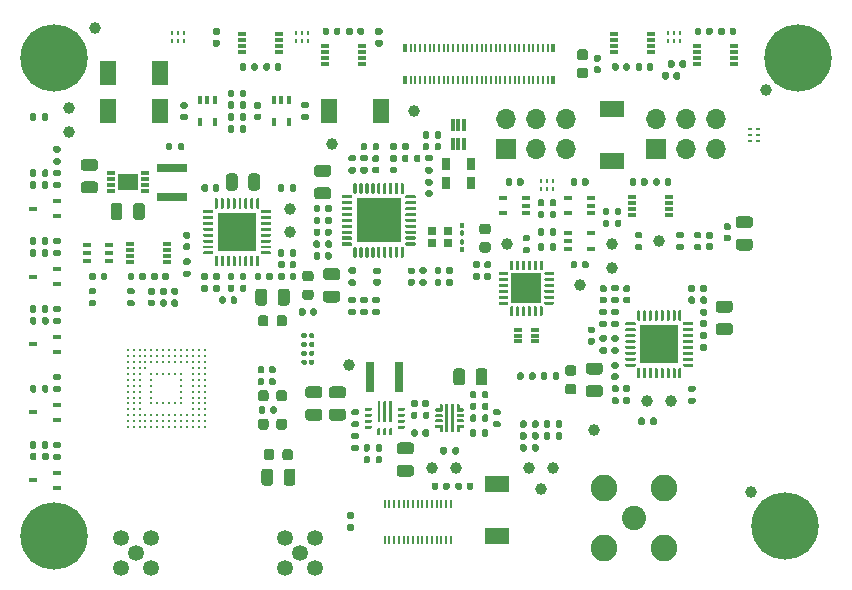
<source format=gbr>
%TF.GenerationSoftware,KiCad,Pcbnew,(5.1.10)-1*%
%TF.CreationDate,2021-08-17T14:43:39+02:00*%
%TF.ProjectId,mowi,6d6f7769-2e6b-4696-9361-645f70636258,v1.0*%
%TF.SameCoordinates,Original*%
%TF.FileFunction,Soldermask,Bot*%
%TF.FilePolarity,Negative*%
%FSLAX46Y46*%
G04 Gerber Fmt 4.6, Leading zero omitted, Abs format (unit mm)*
G04 Created by KiCad (PCBNEW (5.1.10)-1) date 2021-08-17 14:43:39*
%MOMM*%
%LPD*%
G01*
G04 APERTURE LIST*
%ADD10R,1.750000X1.450000*%
%ADD11R,0.750000X0.300000*%
%ADD12R,3.700000X3.700000*%
%ADD13R,2.600000X2.600000*%
%ADD14R,0.700000X0.350000*%
%ADD15R,3.300000X3.300000*%
%ADD16R,1.700000X1.700000*%
%ADD17O,1.700000X1.700000*%
%ADD18C,1.348000*%
%ADD19R,0.300000X0.990000*%
%ADD20R,0.700000X1.000000*%
%ADD21R,0.270000X0.330000*%
%ADD22C,0.300000*%
%ADD23R,0.800000X0.300000*%
%ADD24R,0.750000X0.700000*%
%ADD25C,1.000000*%
%ADD26R,0.350000X0.650000*%
%ADD27R,0.230000X0.650000*%
%ADD28R,2.100000X1.400000*%
%ADD29R,0.200000X0.700000*%
%ADD30R,0.330000X0.270000*%
%ADD31R,2.500000X0.750000*%
%ADD32R,1.400000X2.100000*%
%ADD33R,0.400000X0.650000*%
%ADD34R,0.650000X0.400000*%
%ADD35R,0.700000X0.450000*%
%ADD36R,0.750000X2.500000*%
%ADD37C,2.250000*%
%ADD38C,2.050000*%
%ADD39C,5.700000*%
G04 APERTURE END LIST*
D10*
%TO.C,U10*%
X119750000Y-76500000D03*
D11*
X121200000Y-77250000D03*
X121200000Y-76750000D03*
X121200000Y-76250000D03*
X121200000Y-75750000D03*
X118300000Y-75750000D03*
X118300000Y-76250000D03*
X118300000Y-76750000D03*
X118300000Y-77250000D03*
%TD*%
%TO.C,U5*%
G36*
G01*
X143070000Y-82900000D02*
X142930000Y-82900000D01*
G75*
G02*
X142860000Y-82830000I0J70000D01*
G01*
X142860000Y-82070000D01*
G75*
G02*
X142930000Y-82000000I70000J0D01*
G01*
X143070000Y-82000000D01*
G75*
G02*
X143140000Y-82070000I0J-70000D01*
G01*
X143140000Y-82830000D01*
G75*
G02*
X143070000Y-82900000I-70000J0D01*
G01*
G37*
G36*
G01*
X142570000Y-82900000D02*
X142430000Y-82900000D01*
G75*
G02*
X142360000Y-82830000I0J70000D01*
G01*
X142360000Y-82070000D01*
G75*
G02*
X142430000Y-82000000I70000J0D01*
G01*
X142570000Y-82000000D01*
G75*
G02*
X142640000Y-82070000I0J-70000D01*
G01*
X142640000Y-82830000D01*
G75*
G02*
X142570000Y-82900000I-70000J0D01*
G01*
G37*
G36*
G01*
X142070000Y-82900000D02*
X141930000Y-82900000D01*
G75*
G02*
X141860000Y-82830000I0J70000D01*
G01*
X141860000Y-82070000D01*
G75*
G02*
X141930000Y-82000000I70000J0D01*
G01*
X142070000Y-82000000D01*
G75*
G02*
X142140000Y-82070000I0J-70000D01*
G01*
X142140000Y-82830000D01*
G75*
G02*
X142070000Y-82900000I-70000J0D01*
G01*
G37*
G36*
G01*
X141570000Y-82900000D02*
X141430000Y-82900000D01*
G75*
G02*
X141360000Y-82830000I0J70000D01*
G01*
X141360000Y-82070000D01*
G75*
G02*
X141430000Y-82000000I70000J0D01*
G01*
X141570000Y-82000000D01*
G75*
G02*
X141640000Y-82070000I0J-70000D01*
G01*
X141640000Y-82830000D01*
G75*
G02*
X141570000Y-82900000I-70000J0D01*
G01*
G37*
G36*
G01*
X141070000Y-82900000D02*
X140930000Y-82900000D01*
G75*
G02*
X140860000Y-82830000I0J70000D01*
G01*
X140860000Y-82070000D01*
G75*
G02*
X140930000Y-82000000I70000J0D01*
G01*
X141070000Y-82000000D01*
G75*
G02*
X141140000Y-82070000I0J-70000D01*
G01*
X141140000Y-82830000D01*
G75*
G02*
X141070000Y-82900000I-70000J0D01*
G01*
G37*
G36*
G01*
X140570000Y-82900000D02*
X140430000Y-82900000D01*
G75*
G02*
X140360000Y-82830000I0J70000D01*
G01*
X140360000Y-82070000D01*
G75*
G02*
X140430000Y-82000000I70000J0D01*
G01*
X140570000Y-82000000D01*
G75*
G02*
X140640000Y-82070000I0J-70000D01*
G01*
X140640000Y-82830000D01*
G75*
G02*
X140570000Y-82900000I-70000J0D01*
G01*
G37*
G36*
G01*
X140070000Y-82900000D02*
X139930000Y-82900000D01*
G75*
G02*
X139860000Y-82830000I0J70000D01*
G01*
X139860000Y-82070000D01*
G75*
G02*
X139930000Y-82000000I70000J0D01*
G01*
X140070000Y-82000000D01*
G75*
G02*
X140140000Y-82070000I0J-70000D01*
G01*
X140140000Y-82830000D01*
G75*
G02*
X140070000Y-82900000I-70000J0D01*
G01*
G37*
G36*
G01*
X139570000Y-82900000D02*
X139430000Y-82900000D01*
G75*
G02*
X139360000Y-82830000I0J70000D01*
G01*
X139360000Y-82070000D01*
G75*
G02*
X139430000Y-82000000I70000J0D01*
G01*
X139570000Y-82000000D01*
G75*
G02*
X139640000Y-82070000I0J-70000D01*
G01*
X139640000Y-82830000D01*
G75*
G02*
X139570000Y-82900000I-70000J0D01*
G01*
G37*
G36*
G01*
X139070000Y-82900000D02*
X138930000Y-82900000D01*
G75*
G02*
X138860000Y-82830000I0J70000D01*
G01*
X138860000Y-82070000D01*
G75*
G02*
X138930000Y-82000000I70000J0D01*
G01*
X139070000Y-82000000D01*
G75*
G02*
X139140000Y-82070000I0J-70000D01*
G01*
X139140000Y-82830000D01*
G75*
G02*
X139070000Y-82900000I-70000J0D01*
G01*
G37*
G36*
G01*
X138680000Y-81890000D02*
X137920000Y-81890000D01*
G75*
G02*
X137850000Y-81820000I0J70000D01*
G01*
X137850000Y-81680000D01*
G75*
G02*
X137920000Y-81610000I70000J0D01*
G01*
X138680000Y-81610000D01*
G75*
G02*
X138750000Y-81680000I0J-70000D01*
G01*
X138750000Y-81820000D01*
G75*
G02*
X138680000Y-81890000I-70000J0D01*
G01*
G37*
G36*
G01*
X138680000Y-81390000D02*
X137920000Y-81390000D01*
G75*
G02*
X137850000Y-81320000I0J70000D01*
G01*
X137850000Y-81180000D01*
G75*
G02*
X137920000Y-81110000I70000J0D01*
G01*
X138680000Y-81110000D01*
G75*
G02*
X138750000Y-81180000I0J-70000D01*
G01*
X138750000Y-81320000D01*
G75*
G02*
X138680000Y-81390000I-70000J0D01*
G01*
G37*
G36*
G01*
X138680000Y-80890000D02*
X137920000Y-80890000D01*
G75*
G02*
X137850000Y-80820000I0J70000D01*
G01*
X137850000Y-80680000D01*
G75*
G02*
X137920000Y-80610000I70000J0D01*
G01*
X138680000Y-80610000D01*
G75*
G02*
X138750000Y-80680000I0J-70000D01*
G01*
X138750000Y-80820000D01*
G75*
G02*
X138680000Y-80890000I-70000J0D01*
G01*
G37*
G36*
G01*
X138680000Y-80390000D02*
X137920000Y-80390000D01*
G75*
G02*
X137850000Y-80320000I0J70000D01*
G01*
X137850000Y-80180000D01*
G75*
G02*
X137920000Y-80110000I70000J0D01*
G01*
X138680000Y-80110000D01*
G75*
G02*
X138750000Y-80180000I0J-70000D01*
G01*
X138750000Y-80320000D01*
G75*
G02*
X138680000Y-80390000I-70000J0D01*
G01*
G37*
G36*
G01*
X138680000Y-79890000D02*
X137920000Y-79890000D01*
G75*
G02*
X137850000Y-79820000I0J70000D01*
G01*
X137850000Y-79680000D01*
G75*
G02*
X137920000Y-79610000I70000J0D01*
G01*
X138680000Y-79610000D01*
G75*
G02*
X138750000Y-79680000I0J-70000D01*
G01*
X138750000Y-79820000D01*
G75*
G02*
X138680000Y-79890000I-70000J0D01*
G01*
G37*
G36*
G01*
X138680000Y-79390000D02*
X137920000Y-79390000D01*
G75*
G02*
X137850000Y-79320000I0J70000D01*
G01*
X137850000Y-79180000D01*
G75*
G02*
X137920000Y-79110000I70000J0D01*
G01*
X138680000Y-79110000D01*
G75*
G02*
X138750000Y-79180000I0J-70000D01*
G01*
X138750000Y-79320000D01*
G75*
G02*
X138680000Y-79390000I-70000J0D01*
G01*
G37*
G36*
G01*
X138680000Y-78890000D02*
X137920000Y-78890000D01*
G75*
G02*
X137850000Y-78820000I0J70000D01*
G01*
X137850000Y-78680000D01*
G75*
G02*
X137920000Y-78610000I70000J0D01*
G01*
X138680000Y-78610000D01*
G75*
G02*
X138750000Y-78680000I0J-70000D01*
G01*
X138750000Y-78820000D01*
G75*
G02*
X138680000Y-78890000I-70000J0D01*
G01*
G37*
G36*
G01*
X138680000Y-78390000D02*
X137920000Y-78390000D01*
G75*
G02*
X137850000Y-78320000I0J70000D01*
G01*
X137850000Y-78180000D01*
G75*
G02*
X137920000Y-78110000I70000J0D01*
G01*
X138680000Y-78110000D01*
G75*
G02*
X138750000Y-78180000I0J-70000D01*
G01*
X138750000Y-78320000D01*
G75*
G02*
X138680000Y-78390000I-70000J0D01*
G01*
G37*
G36*
G01*
X138680000Y-77890000D02*
X137920000Y-77890000D01*
G75*
G02*
X137850000Y-77820000I0J70000D01*
G01*
X137850000Y-77680000D01*
G75*
G02*
X137920000Y-77610000I70000J0D01*
G01*
X138680000Y-77610000D01*
G75*
G02*
X138750000Y-77680000I0J-70000D01*
G01*
X138750000Y-77820000D01*
G75*
G02*
X138680000Y-77890000I-70000J0D01*
G01*
G37*
G36*
G01*
X139070000Y-77500000D02*
X138930000Y-77500000D01*
G75*
G02*
X138860000Y-77430000I0J70000D01*
G01*
X138860000Y-76670000D01*
G75*
G02*
X138930000Y-76600000I70000J0D01*
G01*
X139070000Y-76600000D01*
G75*
G02*
X139140000Y-76670000I0J-70000D01*
G01*
X139140000Y-77430000D01*
G75*
G02*
X139070000Y-77500000I-70000J0D01*
G01*
G37*
G36*
G01*
X139570000Y-77500000D02*
X139430000Y-77500000D01*
G75*
G02*
X139360000Y-77430000I0J70000D01*
G01*
X139360000Y-76670000D01*
G75*
G02*
X139430000Y-76600000I70000J0D01*
G01*
X139570000Y-76600000D01*
G75*
G02*
X139640000Y-76670000I0J-70000D01*
G01*
X139640000Y-77430000D01*
G75*
G02*
X139570000Y-77500000I-70000J0D01*
G01*
G37*
G36*
G01*
X140070000Y-77500000D02*
X139930000Y-77500000D01*
G75*
G02*
X139860000Y-77430000I0J70000D01*
G01*
X139860000Y-76670000D01*
G75*
G02*
X139930000Y-76600000I70000J0D01*
G01*
X140070000Y-76600000D01*
G75*
G02*
X140140000Y-76670000I0J-70000D01*
G01*
X140140000Y-77430000D01*
G75*
G02*
X140070000Y-77500000I-70000J0D01*
G01*
G37*
G36*
G01*
X140570000Y-77500000D02*
X140430000Y-77500000D01*
G75*
G02*
X140360000Y-77430000I0J70000D01*
G01*
X140360000Y-76670000D01*
G75*
G02*
X140430000Y-76600000I70000J0D01*
G01*
X140570000Y-76600000D01*
G75*
G02*
X140640000Y-76670000I0J-70000D01*
G01*
X140640000Y-77430000D01*
G75*
G02*
X140570000Y-77500000I-70000J0D01*
G01*
G37*
G36*
G01*
X141070000Y-77500000D02*
X140930000Y-77500000D01*
G75*
G02*
X140860000Y-77430000I0J70000D01*
G01*
X140860000Y-76670000D01*
G75*
G02*
X140930000Y-76600000I70000J0D01*
G01*
X141070000Y-76600000D01*
G75*
G02*
X141140000Y-76670000I0J-70000D01*
G01*
X141140000Y-77430000D01*
G75*
G02*
X141070000Y-77500000I-70000J0D01*
G01*
G37*
G36*
G01*
X141570000Y-77500000D02*
X141430000Y-77500000D01*
G75*
G02*
X141360000Y-77430000I0J70000D01*
G01*
X141360000Y-76670000D01*
G75*
G02*
X141430000Y-76600000I70000J0D01*
G01*
X141570000Y-76600000D01*
G75*
G02*
X141640000Y-76670000I0J-70000D01*
G01*
X141640000Y-77430000D01*
G75*
G02*
X141570000Y-77500000I-70000J0D01*
G01*
G37*
G36*
G01*
X142070000Y-77500000D02*
X141930000Y-77500000D01*
G75*
G02*
X141860000Y-77430000I0J70000D01*
G01*
X141860000Y-76670000D01*
G75*
G02*
X141930000Y-76600000I70000J0D01*
G01*
X142070000Y-76600000D01*
G75*
G02*
X142140000Y-76670000I0J-70000D01*
G01*
X142140000Y-77430000D01*
G75*
G02*
X142070000Y-77500000I-70000J0D01*
G01*
G37*
G36*
G01*
X142570000Y-77500000D02*
X142430000Y-77500000D01*
G75*
G02*
X142360000Y-77430000I0J70000D01*
G01*
X142360000Y-76670000D01*
G75*
G02*
X142430000Y-76600000I70000J0D01*
G01*
X142570000Y-76600000D01*
G75*
G02*
X142640000Y-76670000I0J-70000D01*
G01*
X142640000Y-77430000D01*
G75*
G02*
X142570000Y-77500000I-70000J0D01*
G01*
G37*
G36*
G01*
X143070000Y-77500000D02*
X142930000Y-77500000D01*
G75*
G02*
X142860000Y-77430000I0J70000D01*
G01*
X142860000Y-76670000D01*
G75*
G02*
X142930000Y-76600000I70000J0D01*
G01*
X143070000Y-76600000D01*
G75*
G02*
X143140000Y-76670000I0J-70000D01*
G01*
X143140000Y-77430000D01*
G75*
G02*
X143070000Y-77500000I-70000J0D01*
G01*
G37*
G36*
G01*
X144080000Y-77890000D02*
X143320000Y-77890000D01*
G75*
G02*
X143250000Y-77820000I0J70000D01*
G01*
X143250000Y-77680000D01*
G75*
G02*
X143320000Y-77610000I70000J0D01*
G01*
X144080000Y-77610000D01*
G75*
G02*
X144150000Y-77680000I0J-70000D01*
G01*
X144150000Y-77820000D01*
G75*
G02*
X144080000Y-77890000I-70000J0D01*
G01*
G37*
G36*
G01*
X144080000Y-78390000D02*
X143320000Y-78390000D01*
G75*
G02*
X143250000Y-78320000I0J70000D01*
G01*
X143250000Y-78180000D01*
G75*
G02*
X143320000Y-78110000I70000J0D01*
G01*
X144080000Y-78110000D01*
G75*
G02*
X144150000Y-78180000I0J-70000D01*
G01*
X144150000Y-78320000D01*
G75*
G02*
X144080000Y-78390000I-70000J0D01*
G01*
G37*
G36*
G01*
X144080000Y-78890000D02*
X143320000Y-78890000D01*
G75*
G02*
X143250000Y-78820000I0J70000D01*
G01*
X143250000Y-78680000D01*
G75*
G02*
X143320000Y-78610000I70000J0D01*
G01*
X144080000Y-78610000D01*
G75*
G02*
X144150000Y-78680000I0J-70000D01*
G01*
X144150000Y-78820000D01*
G75*
G02*
X144080000Y-78890000I-70000J0D01*
G01*
G37*
G36*
G01*
X144080000Y-79390000D02*
X143320000Y-79390000D01*
G75*
G02*
X143250000Y-79320000I0J70000D01*
G01*
X143250000Y-79180000D01*
G75*
G02*
X143320000Y-79110000I70000J0D01*
G01*
X144080000Y-79110000D01*
G75*
G02*
X144150000Y-79180000I0J-70000D01*
G01*
X144150000Y-79320000D01*
G75*
G02*
X144080000Y-79390000I-70000J0D01*
G01*
G37*
G36*
G01*
X144080000Y-79890000D02*
X143320000Y-79890000D01*
G75*
G02*
X143250000Y-79820000I0J70000D01*
G01*
X143250000Y-79680000D01*
G75*
G02*
X143320000Y-79610000I70000J0D01*
G01*
X144080000Y-79610000D01*
G75*
G02*
X144150000Y-79680000I0J-70000D01*
G01*
X144150000Y-79820000D01*
G75*
G02*
X144080000Y-79890000I-70000J0D01*
G01*
G37*
G36*
G01*
X144080000Y-80390000D02*
X143320000Y-80390000D01*
G75*
G02*
X143250000Y-80320000I0J70000D01*
G01*
X143250000Y-80180000D01*
G75*
G02*
X143320000Y-80110000I70000J0D01*
G01*
X144080000Y-80110000D01*
G75*
G02*
X144150000Y-80180000I0J-70000D01*
G01*
X144150000Y-80320000D01*
G75*
G02*
X144080000Y-80390000I-70000J0D01*
G01*
G37*
G36*
G01*
X144080000Y-80890000D02*
X143320000Y-80890000D01*
G75*
G02*
X143250000Y-80820000I0J70000D01*
G01*
X143250000Y-80680000D01*
G75*
G02*
X143320000Y-80610000I70000J0D01*
G01*
X144080000Y-80610000D01*
G75*
G02*
X144150000Y-80680000I0J-70000D01*
G01*
X144150000Y-80820000D01*
G75*
G02*
X144080000Y-80890000I-70000J0D01*
G01*
G37*
G36*
G01*
X144080000Y-81390000D02*
X143320000Y-81390000D01*
G75*
G02*
X143250000Y-81320000I0J70000D01*
G01*
X143250000Y-81180000D01*
G75*
G02*
X143320000Y-81110000I70000J0D01*
G01*
X144080000Y-81110000D01*
G75*
G02*
X144150000Y-81180000I0J-70000D01*
G01*
X144150000Y-81320000D01*
G75*
G02*
X144080000Y-81390000I-70000J0D01*
G01*
G37*
G36*
G01*
X144080000Y-81890000D02*
X143320000Y-81890000D01*
G75*
G02*
X143250000Y-81820000I0J70000D01*
G01*
X143250000Y-81680000D01*
G75*
G02*
X143320000Y-81610000I70000J0D01*
G01*
X144080000Y-81610000D01*
G75*
G02*
X144150000Y-81680000I0J-70000D01*
G01*
X144150000Y-81820000D01*
G75*
G02*
X144080000Y-81890000I-70000J0D01*
G01*
G37*
D12*
X141000000Y-79750000D03*
%TD*%
D13*
%TO.C,U7*%
X153500000Y-85500000D03*
G36*
G01*
X152125000Y-87787500D02*
X152125000Y-87087500D01*
G75*
G02*
X152187500Y-87025000I62500J0D01*
G01*
X152312500Y-87025000D01*
G75*
G02*
X152375000Y-87087500I0J-62500D01*
G01*
X152375000Y-87787500D01*
G75*
G02*
X152312500Y-87850000I-62500J0D01*
G01*
X152187500Y-87850000D01*
G75*
G02*
X152125000Y-87787500I0J62500D01*
G01*
G37*
G36*
G01*
X152625000Y-87787500D02*
X152625000Y-87087500D01*
G75*
G02*
X152687500Y-87025000I62500J0D01*
G01*
X152812500Y-87025000D01*
G75*
G02*
X152875000Y-87087500I0J-62500D01*
G01*
X152875000Y-87787500D01*
G75*
G02*
X152812500Y-87850000I-62500J0D01*
G01*
X152687500Y-87850000D01*
G75*
G02*
X152625000Y-87787500I0J62500D01*
G01*
G37*
G36*
G01*
X153125000Y-87787500D02*
X153125000Y-87087500D01*
G75*
G02*
X153187500Y-87025000I62500J0D01*
G01*
X153312500Y-87025000D01*
G75*
G02*
X153375000Y-87087500I0J-62500D01*
G01*
X153375000Y-87787500D01*
G75*
G02*
X153312500Y-87850000I-62500J0D01*
G01*
X153187500Y-87850000D01*
G75*
G02*
X153125000Y-87787500I0J62500D01*
G01*
G37*
G36*
G01*
X153625000Y-87787500D02*
X153625000Y-87087500D01*
G75*
G02*
X153687500Y-87025000I62500J0D01*
G01*
X153812500Y-87025000D01*
G75*
G02*
X153875000Y-87087500I0J-62500D01*
G01*
X153875000Y-87787500D01*
G75*
G02*
X153812500Y-87850000I-62500J0D01*
G01*
X153687500Y-87850000D01*
G75*
G02*
X153625000Y-87787500I0J62500D01*
G01*
G37*
G36*
G01*
X154125000Y-87787500D02*
X154125000Y-87087500D01*
G75*
G02*
X154187500Y-87025000I62500J0D01*
G01*
X154312500Y-87025000D01*
G75*
G02*
X154375000Y-87087500I0J-62500D01*
G01*
X154375000Y-87787500D01*
G75*
G02*
X154312500Y-87850000I-62500J0D01*
G01*
X154187500Y-87850000D01*
G75*
G02*
X154125000Y-87787500I0J62500D01*
G01*
G37*
G36*
G01*
X154625000Y-87787500D02*
X154625000Y-87087500D01*
G75*
G02*
X154687500Y-87025000I62500J0D01*
G01*
X154812500Y-87025000D01*
G75*
G02*
X154875000Y-87087500I0J-62500D01*
G01*
X154875000Y-87787500D01*
G75*
G02*
X154812500Y-87850000I-62500J0D01*
G01*
X154687500Y-87850000D01*
G75*
G02*
X154625000Y-87787500I0J62500D01*
G01*
G37*
G36*
G01*
X155025000Y-86812500D02*
X155025000Y-86687500D01*
G75*
G02*
X155087500Y-86625000I62500J0D01*
G01*
X155787500Y-86625000D01*
G75*
G02*
X155850000Y-86687500I0J-62500D01*
G01*
X155850000Y-86812500D01*
G75*
G02*
X155787500Y-86875000I-62500J0D01*
G01*
X155087500Y-86875000D01*
G75*
G02*
X155025000Y-86812500I0J62500D01*
G01*
G37*
G36*
G01*
X155025000Y-86312500D02*
X155025000Y-86187500D01*
G75*
G02*
X155087500Y-86125000I62500J0D01*
G01*
X155787500Y-86125000D01*
G75*
G02*
X155850000Y-86187500I0J-62500D01*
G01*
X155850000Y-86312500D01*
G75*
G02*
X155787500Y-86375000I-62500J0D01*
G01*
X155087500Y-86375000D01*
G75*
G02*
X155025000Y-86312500I0J62500D01*
G01*
G37*
G36*
G01*
X155025000Y-85812500D02*
X155025000Y-85687500D01*
G75*
G02*
X155087500Y-85625000I62500J0D01*
G01*
X155787500Y-85625000D01*
G75*
G02*
X155850000Y-85687500I0J-62500D01*
G01*
X155850000Y-85812500D01*
G75*
G02*
X155787500Y-85875000I-62500J0D01*
G01*
X155087500Y-85875000D01*
G75*
G02*
X155025000Y-85812500I0J62500D01*
G01*
G37*
G36*
G01*
X155025000Y-85312500D02*
X155025000Y-85187500D01*
G75*
G02*
X155087500Y-85125000I62500J0D01*
G01*
X155787500Y-85125000D01*
G75*
G02*
X155850000Y-85187500I0J-62500D01*
G01*
X155850000Y-85312500D01*
G75*
G02*
X155787500Y-85375000I-62500J0D01*
G01*
X155087500Y-85375000D01*
G75*
G02*
X155025000Y-85312500I0J62500D01*
G01*
G37*
G36*
G01*
X155025000Y-84812500D02*
X155025000Y-84687500D01*
G75*
G02*
X155087500Y-84625000I62500J0D01*
G01*
X155787500Y-84625000D01*
G75*
G02*
X155850000Y-84687500I0J-62500D01*
G01*
X155850000Y-84812500D01*
G75*
G02*
X155787500Y-84875000I-62500J0D01*
G01*
X155087500Y-84875000D01*
G75*
G02*
X155025000Y-84812500I0J62500D01*
G01*
G37*
G36*
G01*
X155025000Y-84312500D02*
X155025000Y-84187500D01*
G75*
G02*
X155087500Y-84125000I62500J0D01*
G01*
X155787500Y-84125000D01*
G75*
G02*
X155850000Y-84187500I0J-62500D01*
G01*
X155850000Y-84312500D01*
G75*
G02*
X155787500Y-84375000I-62500J0D01*
G01*
X155087500Y-84375000D01*
G75*
G02*
X155025000Y-84312500I0J62500D01*
G01*
G37*
G36*
G01*
X154625000Y-83912500D02*
X154625000Y-83212500D01*
G75*
G02*
X154687500Y-83150000I62500J0D01*
G01*
X154812500Y-83150000D01*
G75*
G02*
X154875000Y-83212500I0J-62500D01*
G01*
X154875000Y-83912500D01*
G75*
G02*
X154812500Y-83975000I-62500J0D01*
G01*
X154687500Y-83975000D01*
G75*
G02*
X154625000Y-83912500I0J62500D01*
G01*
G37*
G36*
G01*
X154125000Y-83912500D02*
X154125000Y-83212500D01*
G75*
G02*
X154187500Y-83150000I62500J0D01*
G01*
X154312500Y-83150000D01*
G75*
G02*
X154375000Y-83212500I0J-62500D01*
G01*
X154375000Y-83912500D01*
G75*
G02*
X154312500Y-83975000I-62500J0D01*
G01*
X154187500Y-83975000D01*
G75*
G02*
X154125000Y-83912500I0J62500D01*
G01*
G37*
G36*
G01*
X153625000Y-83912500D02*
X153625000Y-83212500D01*
G75*
G02*
X153687500Y-83150000I62500J0D01*
G01*
X153812500Y-83150000D01*
G75*
G02*
X153875000Y-83212500I0J-62500D01*
G01*
X153875000Y-83912500D01*
G75*
G02*
X153812500Y-83975000I-62500J0D01*
G01*
X153687500Y-83975000D01*
G75*
G02*
X153625000Y-83912500I0J62500D01*
G01*
G37*
G36*
G01*
X153125000Y-83912500D02*
X153125000Y-83212500D01*
G75*
G02*
X153187500Y-83150000I62500J0D01*
G01*
X153312500Y-83150000D01*
G75*
G02*
X153375000Y-83212500I0J-62500D01*
G01*
X153375000Y-83912500D01*
G75*
G02*
X153312500Y-83975000I-62500J0D01*
G01*
X153187500Y-83975000D01*
G75*
G02*
X153125000Y-83912500I0J62500D01*
G01*
G37*
G36*
G01*
X152625000Y-83912500D02*
X152625000Y-83212500D01*
G75*
G02*
X152687500Y-83150000I62500J0D01*
G01*
X152812500Y-83150000D01*
G75*
G02*
X152875000Y-83212500I0J-62500D01*
G01*
X152875000Y-83912500D01*
G75*
G02*
X152812500Y-83975000I-62500J0D01*
G01*
X152687500Y-83975000D01*
G75*
G02*
X152625000Y-83912500I0J62500D01*
G01*
G37*
G36*
G01*
X152125000Y-83912500D02*
X152125000Y-83212500D01*
G75*
G02*
X152187500Y-83150000I62500J0D01*
G01*
X152312500Y-83150000D01*
G75*
G02*
X152375000Y-83212500I0J-62500D01*
G01*
X152375000Y-83912500D01*
G75*
G02*
X152312500Y-83975000I-62500J0D01*
G01*
X152187500Y-83975000D01*
G75*
G02*
X152125000Y-83912500I0J62500D01*
G01*
G37*
G36*
G01*
X151150000Y-84312500D02*
X151150000Y-84187500D01*
G75*
G02*
X151212500Y-84125000I62500J0D01*
G01*
X151912500Y-84125000D01*
G75*
G02*
X151975000Y-84187500I0J-62500D01*
G01*
X151975000Y-84312500D01*
G75*
G02*
X151912500Y-84375000I-62500J0D01*
G01*
X151212500Y-84375000D01*
G75*
G02*
X151150000Y-84312500I0J62500D01*
G01*
G37*
G36*
G01*
X151150000Y-84812500D02*
X151150000Y-84687500D01*
G75*
G02*
X151212500Y-84625000I62500J0D01*
G01*
X151912500Y-84625000D01*
G75*
G02*
X151975000Y-84687500I0J-62500D01*
G01*
X151975000Y-84812500D01*
G75*
G02*
X151912500Y-84875000I-62500J0D01*
G01*
X151212500Y-84875000D01*
G75*
G02*
X151150000Y-84812500I0J62500D01*
G01*
G37*
G36*
G01*
X151150000Y-85312500D02*
X151150000Y-85187500D01*
G75*
G02*
X151212500Y-85125000I62500J0D01*
G01*
X151912500Y-85125000D01*
G75*
G02*
X151975000Y-85187500I0J-62500D01*
G01*
X151975000Y-85312500D01*
G75*
G02*
X151912500Y-85375000I-62500J0D01*
G01*
X151212500Y-85375000D01*
G75*
G02*
X151150000Y-85312500I0J62500D01*
G01*
G37*
G36*
G01*
X151150000Y-85812500D02*
X151150000Y-85687500D01*
G75*
G02*
X151212500Y-85625000I62500J0D01*
G01*
X151912500Y-85625000D01*
G75*
G02*
X151975000Y-85687500I0J-62500D01*
G01*
X151975000Y-85812500D01*
G75*
G02*
X151912500Y-85875000I-62500J0D01*
G01*
X151212500Y-85875000D01*
G75*
G02*
X151150000Y-85812500I0J62500D01*
G01*
G37*
G36*
G01*
X151150000Y-86312500D02*
X151150000Y-86187500D01*
G75*
G02*
X151212500Y-86125000I62500J0D01*
G01*
X151912500Y-86125000D01*
G75*
G02*
X151975000Y-86187500I0J-62500D01*
G01*
X151975000Y-86312500D01*
G75*
G02*
X151912500Y-86375000I-62500J0D01*
G01*
X151212500Y-86375000D01*
G75*
G02*
X151150000Y-86312500I0J62500D01*
G01*
G37*
G36*
G01*
X151150000Y-86812500D02*
X151150000Y-86687500D01*
G75*
G02*
X151212500Y-86625000I62500J0D01*
G01*
X151912500Y-86625000D01*
G75*
G02*
X151975000Y-86687500I0J-62500D01*
G01*
X151975000Y-86812500D01*
G75*
G02*
X151912500Y-86875000I-62500J0D01*
G01*
X151212500Y-86875000D01*
G75*
G02*
X151150000Y-86812500I0J62500D01*
G01*
G37*
%TD*%
D14*
%TO.C,Q6*%
X154250000Y-89500000D03*
X154250000Y-89000000D03*
X152750000Y-89500000D03*
X154250000Y-90000000D03*
X152750000Y-89000000D03*
X152750000Y-90000000D03*
%TD*%
D15*
%TO.C,U21*%
X129000000Y-80750000D03*
G36*
G01*
X131812500Y-82625000D02*
X131062500Y-82625000D01*
G75*
G02*
X131000000Y-82562500I0J62500D01*
G01*
X131000000Y-82437500D01*
G75*
G02*
X131062500Y-82375000I62500J0D01*
G01*
X131812500Y-82375000D01*
G75*
G02*
X131875000Y-82437500I0J-62500D01*
G01*
X131875000Y-82562500D01*
G75*
G02*
X131812500Y-82625000I-62500J0D01*
G01*
G37*
G36*
G01*
X131812500Y-82125000D02*
X131062500Y-82125000D01*
G75*
G02*
X131000000Y-82062500I0J62500D01*
G01*
X131000000Y-81937500D01*
G75*
G02*
X131062500Y-81875000I62500J0D01*
G01*
X131812500Y-81875000D01*
G75*
G02*
X131875000Y-81937500I0J-62500D01*
G01*
X131875000Y-82062500D01*
G75*
G02*
X131812500Y-82125000I-62500J0D01*
G01*
G37*
G36*
G01*
X131812500Y-81625000D02*
X131062500Y-81625000D01*
G75*
G02*
X131000000Y-81562500I0J62500D01*
G01*
X131000000Y-81437500D01*
G75*
G02*
X131062500Y-81375000I62500J0D01*
G01*
X131812500Y-81375000D01*
G75*
G02*
X131875000Y-81437500I0J-62500D01*
G01*
X131875000Y-81562500D01*
G75*
G02*
X131812500Y-81625000I-62500J0D01*
G01*
G37*
G36*
G01*
X131812500Y-81125000D02*
X131062500Y-81125000D01*
G75*
G02*
X131000000Y-81062500I0J62500D01*
G01*
X131000000Y-80937500D01*
G75*
G02*
X131062500Y-80875000I62500J0D01*
G01*
X131812500Y-80875000D01*
G75*
G02*
X131875000Y-80937500I0J-62500D01*
G01*
X131875000Y-81062500D01*
G75*
G02*
X131812500Y-81125000I-62500J0D01*
G01*
G37*
G36*
G01*
X131812500Y-80625000D02*
X131062500Y-80625000D01*
G75*
G02*
X131000000Y-80562500I0J62500D01*
G01*
X131000000Y-80437500D01*
G75*
G02*
X131062500Y-80375000I62500J0D01*
G01*
X131812500Y-80375000D01*
G75*
G02*
X131875000Y-80437500I0J-62500D01*
G01*
X131875000Y-80562500D01*
G75*
G02*
X131812500Y-80625000I-62500J0D01*
G01*
G37*
G36*
G01*
X131812500Y-80125000D02*
X131062500Y-80125000D01*
G75*
G02*
X131000000Y-80062500I0J62500D01*
G01*
X131000000Y-79937500D01*
G75*
G02*
X131062500Y-79875000I62500J0D01*
G01*
X131812500Y-79875000D01*
G75*
G02*
X131875000Y-79937500I0J-62500D01*
G01*
X131875000Y-80062500D01*
G75*
G02*
X131812500Y-80125000I-62500J0D01*
G01*
G37*
G36*
G01*
X131812500Y-79625000D02*
X131062500Y-79625000D01*
G75*
G02*
X131000000Y-79562500I0J62500D01*
G01*
X131000000Y-79437500D01*
G75*
G02*
X131062500Y-79375000I62500J0D01*
G01*
X131812500Y-79375000D01*
G75*
G02*
X131875000Y-79437500I0J-62500D01*
G01*
X131875000Y-79562500D01*
G75*
G02*
X131812500Y-79625000I-62500J0D01*
G01*
G37*
G36*
G01*
X131812500Y-79125000D02*
X131062500Y-79125000D01*
G75*
G02*
X131000000Y-79062500I0J62500D01*
G01*
X131000000Y-78937500D01*
G75*
G02*
X131062500Y-78875000I62500J0D01*
G01*
X131812500Y-78875000D01*
G75*
G02*
X131875000Y-78937500I0J-62500D01*
G01*
X131875000Y-79062500D01*
G75*
G02*
X131812500Y-79125000I-62500J0D01*
G01*
G37*
G36*
G01*
X130812500Y-78750000D02*
X130687500Y-78750000D01*
G75*
G02*
X130625000Y-78687500I0J62500D01*
G01*
X130625000Y-77937500D01*
G75*
G02*
X130687500Y-77875000I62500J0D01*
G01*
X130812500Y-77875000D01*
G75*
G02*
X130875000Y-77937500I0J-62500D01*
G01*
X130875000Y-78687500D01*
G75*
G02*
X130812500Y-78750000I-62500J0D01*
G01*
G37*
G36*
G01*
X130312500Y-78750000D02*
X130187500Y-78750000D01*
G75*
G02*
X130125000Y-78687500I0J62500D01*
G01*
X130125000Y-77937500D01*
G75*
G02*
X130187500Y-77875000I62500J0D01*
G01*
X130312500Y-77875000D01*
G75*
G02*
X130375000Y-77937500I0J-62500D01*
G01*
X130375000Y-78687500D01*
G75*
G02*
X130312500Y-78750000I-62500J0D01*
G01*
G37*
G36*
G01*
X129812500Y-78750000D02*
X129687500Y-78750000D01*
G75*
G02*
X129625000Y-78687500I0J62500D01*
G01*
X129625000Y-77937500D01*
G75*
G02*
X129687500Y-77875000I62500J0D01*
G01*
X129812500Y-77875000D01*
G75*
G02*
X129875000Y-77937500I0J-62500D01*
G01*
X129875000Y-78687500D01*
G75*
G02*
X129812500Y-78750000I-62500J0D01*
G01*
G37*
G36*
G01*
X129312500Y-78750000D02*
X129187500Y-78750000D01*
G75*
G02*
X129125000Y-78687500I0J62500D01*
G01*
X129125000Y-77937500D01*
G75*
G02*
X129187500Y-77875000I62500J0D01*
G01*
X129312500Y-77875000D01*
G75*
G02*
X129375000Y-77937500I0J-62500D01*
G01*
X129375000Y-78687500D01*
G75*
G02*
X129312500Y-78750000I-62500J0D01*
G01*
G37*
G36*
G01*
X128812500Y-78750000D02*
X128687500Y-78750000D01*
G75*
G02*
X128625000Y-78687500I0J62500D01*
G01*
X128625000Y-77937500D01*
G75*
G02*
X128687500Y-77875000I62500J0D01*
G01*
X128812500Y-77875000D01*
G75*
G02*
X128875000Y-77937500I0J-62500D01*
G01*
X128875000Y-78687500D01*
G75*
G02*
X128812500Y-78750000I-62500J0D01*
G01*
G37*
G36*
G01*
X128312500Y-78750000D02*
X128187500Y-78750000D01*
G75*
G02*
X128125000Y-78687500I0J62500D01*
G01*
X128125000Y-77937500D01*
G75*
G02*
X128187500Y-77875000I62500J0D01*
G01*
X128312500Y-77875000D01*
G75*
G02*
X128375000Y-77937500I0J-62500D01*
G01*
X128375000Y-78687500D01*
G75*
G02*
X128312500Y-78750000I-62500J0D01*
G01*
G37*
G36*
G01*
X127812500Y-78750000D02*
X127687500Y-78750000D01*
G75*
G02*
X127625000Y-78687500I0J62500D01*
G01*
X127625000Y-77937500D01*
G75*
G02*
X127687500Y-77875000I62500J0D01*
G01*
X127812500Y-77875000D01*
G75*
G02*
X127875000Y-77937500I0J-62500D01*
G01*
X127875000Y-78687500D01*
G75*
G02*
X127812500Y-78750000I-62500J0D01*
G01*
G37*
G36*
G01*
X127312500Y-78750000D02*
X127187500Y-78750000D01*
G75*
G02*
X127125000Y-78687500I0J62500D01*
G01*
X127125000Y-77937500D01*
G75*
G02*
X127187500Y-77875000I62500J0D01*
G01*
X127312500Y-77875000D01*
G75*
G02*
X127375000Y-77937500I0J-62500D01*
G01*
X127375000Y-78687500D01*
G75*
G02*
X127312500Y-78750000I-62500J0D01*
G01*
G37*
G36*
G01*
X126937500Y-79125000D02*
X126187500Y-79125000D01*
G75*
G02*
X126125000Y-79062500I0J62500D01*
G01*
X126125000Y-78937500D01*
G75*
G02*
X126187500Y-78875000I62500J0D01*
G01*
X126937500Y-78875000D01*
G75*
G02*
X127000000Y-78937500I0J-62500D01*
G01*
X127000000Y-79062500D01*
G75*
G02*
X126937500Y-79125000I-62500J0D01*
G01*
G37*
G36*
G01*
X126937500Y-79625000D02*
X126187500Y-79625000D01*
G75*
G02*
X126125000Y-79562500I0J62500D01*
G01*
X126125000Y-79437500D01*
G75*
G02*
X126187500Y-79375000I62500J0D01*
G01*
X126937500Y-79375000D01*
G75*
G02*
X127000000Y-79437500I0J-62500D01*
G01*
X127000000Y-79562500D01*
G75*
G02*
X126937500Y-79625000I-62500J0D01*
G01*
G37*
G36*
G01*
X126937500Y-80125000D02*
X126187500Y-80125000D01*
G75*
G02*
X126125000Y-80062500I0J62500D01*
G01*
X126125000Y-79937500D01*
G75*
G02*
X126187500Y-79875000I62500J0D01*
G01*
X126937500Y-79875000D01*
G75*
G02*
X127000000Y-79937500I0J-62500D01*
G01*
X127000000Y-80062500D01*
G75*
G02*
X126937500Y-80125000I-62500J0D01*
G01*
G37*
G36*
G01*
X126937500Y-80625000D02*
X126187500Y-80625000D01*
G75*
G02*
X126125000Y-80562500I0J62500D01*
G01*
X126125000Y-80437500D01*
G75*
G02*
X126187500Y-80375000I62500J0D01*
G01*
X126937500Y-80375000D01*
G75*
G02*
X127000000Y-80437500I0J-62500D01*
G01*
X127000000Y-80562500D01*
G75*
G02*
X126937500Y-80625000I-62500J0D01*
G01*
G37*
G36*
G01*
X126937500Y-81125000D02*
X126187500Y-81125000D01*
G75*
G02*
X126125000Y-81062500I0J62500D01*
G01*
X126125000Y-80937500D01*
G75*
G02*
X126187500Y-80875000I62500J0D01*
G01*
X126937500Y-80875000D01*
G75*
G02*
X127000000Y-80937500I0J-62500D01*
G01*
X127000000Y-81062500D01*
G75*
G02*
X126937500Y-81125000I-62500J0D01*
G01*
G37*
G36*
G01*
X126937500Y-81625000D02*
X126187500Y-81625000D01*
G75*
G02*
X126125000Y-81562500I0J62500D01*
G01*
X126125000Y-81437500D01*
G75*
G02*
X126187500Y-81375000I62500J0D01*
G01*
X126937500Y-81375000D01*
G75*
G02*
X127000000Y-81437500I0J-62500D01*
G01*
X127000000Y-81562500D01*
G75*
G02*
X126937500Y-81625000I-62500J0D01*
G01*
G37*
G36*
G01*
X126937500Y-82125000D02*
X126187500Y-82125000D01*
G75*
G02*
X126125000Y-82062500I0J62500D01*
G01*
X126125000Y-81937500D01*
G75*
G02*
X126187500Y-81875000I62500J0D01*
G01*
X126937500Y-81875000D01*
G75*
G02*
X127000000Y-81937500I0J-62500D01*
G01*
X127000000Y-82062500D01*
G75*
G02*
X126937500Y-82125000I-62500J0D01*
G01*
G37*
G36*
G01*
X126937500Y-82625000D02*
X126187500Y-82625000D01*
G75*
G02*
X126125000Y-82562500I0J62500D01*
G01*
X126125000Y-82437500D01*
G75*
G02*
X126187500Y-82375000I62500J0D01*
G01*
X126937500Y-82375000D01*
G75*
G02*
X127000000Y-82437500I0J-62500D01*
G01*
X127000000Y-82562500D01*
G75*
G02*
X126937500Y-82625000I-62500J0D01*
G01*
G37*
G36*
G01*
X127312500Y-83625000D02*
X127187500Y-83625000D01*
G75*
G02*
X127125000Y-83562500I0J62500D01*
G01*
X127125000Y-82812500D01*
G75*
G02*
X127187500Y-82750000I62500J0D01*
G01*
X127312500Y-82750000D01*
G75*
G02*
X127375000Y-82812500I0J-62500D01*
G01*
X127375000Y-83562500D01*
G75*
G02*
X127312500Y-83625000I-62500J0D01*
G01*
G37*
G36*
G01*
X127812500Y-83625000D02*
X127687500Y-83625000D01*
G75*
G02*
X127625000Y-83562500I0J62500D01*
G01*
X127625000Y-82812500D01*
G75*
G02*
X127687500Y-82750000I62500J0D01*
G01*
X127812500Y-82750000D01*
G75*
G02*
X127875000Y-82812500I0J-62500D01*
G01*
X127875000Y-83562500D01*
G75*
G02*
X127812500Y-83625000I-62500J0D01*
G01*
G37*
G36*
G01*
X128312500Y-83625000D02*
X128187500Y-83625000D01*
G75*
G02*
X128125000Y-83562500I0J62500D01*
G01*
X128125000Y-82812500D01*
G75*
G02*
X128187500Y-82750000I62500J0D01*
G01*
X128312500Y-82750000D01*
G75*
G02*
X128375000Y-82812500I0J-62500D01*
G01*
X128375000Y-83562500D01*
G75*
G02*
X128312500Y-83625000I-62500J0D01*
G01*
G37*
G36*
G01*
X128812500Y-83625000D02*
X128687500Y-83625000D01*
G75*
G02*
X128625000Y-83562500I0J62500D01*
G01*
X128625000Y-82812500D01*
G75*
G02*
X128687500Y-82750000I62500J0D01*
G01*
X128812500Y-82750000D01*
G75*
G02*
X128875000Y-82812500I0J-62500D01*
G01*
X128875000Y-83562500D01*
G75*
G02*
X128812500Y-83625000I-62500J0D01*
G01*
G37*
G36*
G01*
X129312500Y-83625000D02*
X129187500Y-83625000D01*
G75*
G02*
X129125000Y-83562500I0J62500D01*
G01*
X129125000Y-82812500D01*
G75*
G02*
X129187500Y-82750000I62500J0D01*
G01*
X129312500Y-82750000D01*
G75*
G02*
X129375000Y-82812500I0J-62500D01*
G01*
X129375000Y-83562500D01*
G75*
G02*
X129312500Y-83625000I-62500J0D01*
G01*
G37*
G36*
G01*
X129812500Y-83625000D02*
X129687500Y-83625000D01*
G75*
G02*
X129625000Y-83562500I0J62500D01*
G01*
X129625000Y-82812500D01*
G75*
G02*
X129687500Y-82750000I62500J0D01*
G01*
X129812500Y-82750000D01*
G75*
G02*
X129875000Y-82812500I0J-62500D01*
G01*
X129875000Y-83562500D01*
G75*
G02*
X129812500Y-83625000I-62500J0D01*
G01*
G37*
G36*
G01*
X130312500Y-83625000D02*
X130187500Y-83625000D01*
G75*
G02*
X130125000Y-83562500I0J62500D01*
G01*
X130125000Y-82812500D01*
G75*
G02*
X130187500Y-82750000I62500J0D01*
G01*
X130312500Y-82750000D01*
G75*
G02*
X130375000Y-82812500I0J-62500D01*
G01*
X130375000Y-83562500D01*
G75*
G02*
X130312500Y-83625000I-62500J0D01*
G01*
G37*
G36*
G01*
X130812500Y-83625000D02*
X130687500Y-83625000D01*
G75*
G02*
X130625000Y-83562500I0J62500D01*
G01*
X130625000Y-82812500D01*
G75*
G02*
X130687500Y-82750000I62500J0D01*
G01*
X130812500Y-82750000D01*
G75*
G02*
X130875000Y-82812500I0J-62500D01*
G01*
X130875000Y-83562500D01*
G75*
G02*
X130812500Y-83625000I-62500J0D01*
G01*
G37*
%TD*%
%TO.C,U22*%
X164750000Y-90250000D03*
G36*
G01*
X162875000Y-93062500D02*
X162875000Y-92312500D01*
G75*
G02*
X162937500Y-92250000I62500J0D01*
G01*
X163062500Y-92250000D01*
G75*
G02*
X163125000Y-92312500I0J-62500D01*
G01*
X163125000Y-93062500D01*
G75*
G02*
X163062500Y-93125000I-62500J0D01*
G01*
X162937500Y-93125000D01*
G75*
G02*
X162875000Y-93062500I0J62500D01*
G01*
G37*
G36*
G01*
X163375000Y-93062500D02*
X163375000Y-92312500D01*
G75*
G02*
X163437500Y-92250000I62500J0D01*
G01*
X163562500Y-92250000D01*
G75*
G02*
X163625000Y-92312500I0J-62500D01*
G01*
X163625000Y-93062500D01*
G75*
G02*
X163562500Y-93125000I-62500J0D01*
G01*
X163437500Y-93125000D01*
G75*
G02*
X163375000Y-93062500I0J62500D01*
G01*
G37*
G36*
G01*
X163875000Y-93062500D02*
X163875000Y-92312500D01*
G75*
G02*
X163937500Y-92250000I62500J0D01*
G01*
X164062500Y-92250000D01*
G75*
G02*
X164125000Y-92312500I0J-62500D01*
G01*
X164125000Y-93062500D01*
G75*
G02*
X164062500Y-93125000I-62500J0D01*
G01*
X163937500Y-93125000D01*
G75*
G02*
X163875000Y-93062500I0J62500D01*
G01*
G37*
G36*
G01*
X164375000Y-93062500D02*
X164375000Y-92312500D01*
G75*
G02*
X164437500Y-92250000I62500J0D01*
G01*
X164562500Y-92250000D01*
G75*
G02*
X164625000Y-92312500I0J-62500D01*
G01*
X164625000Y-93062500D01*
G75*
G02*
X164562500Y-93125000I-62500J0D01*
G01*
X164437500Y-93125000D01*
G75*
G02*
X164375000Y-93062500I0J62500D01*
G01*
G37*
G36*
G01*
X164875000Y-93062500D02*
X164875000Y-92312500D01*
G75*
G02*
X164937500Y-92250000I62500J0D01*
G01*
X165062500Y-92250000D01*
G75*
G02*
X165125000Y-92312500I0J-62500D01*
G01*
X165125000Y-93062500D01*
G75*
G02*
X165062500Y-93125000I-62500J0D01*
G01*
X164937500Y-93125000D01*
G75*
G02*
X164875000Y-93062500I0J62500D01*
G01*
G37*
G36*
G01*
X165375000Y-93062500D02*
X165375000Y-92312500D01*
G75*
G02*
X165437500Y-92250000I62500J0D01*
G01*
X165562500Y-92250000D01*
G75*
G02*
X165625000Y-92312500I0J-62500D01*
G01*
X165625000Y-93062500D01*
G75*
G02*
X165562500Y-93125000I-62500J0D01*
G01*
X165437500Y-93125000D01*
G75*
G02*
X165375000Y-93062500I0J62500D01*
G01*
G37*
G36*
G01*
X165875000Y-93062500D02*
X165875000Y-92312500D01*
G75*
G02*
X165937500Y-92250000I62500J0D01*
G01*
X166062500Y-92250000D01*
G75*
G02*
X166125000Y-92312500I0J-62500D01*
G01*
X166125000Y-93062500D01*
G75*
G02*
X166062500Y-93125000I-62500J0D01*
G01*
X165937500Y-93125000D01*
G75*
G02*
X165875000Y-93062500I0J62500D01*
G01*
G37*
G36*
G01*
X166375000Y-93062500D02*
X166375000Y-92312500D01*
G75*
G02*
X166437500Y-92250000I62500J0D01*
G01*
X166562500Y-92250000D01*
G75*
G02*
X166625000Y-92312500I0J-62500D01*
G01*
X166625000Y-93062500D01*
G75*
G02*
X166562500Y-93125000I-62500J0D01*
G01*
X166437500Y-93125000D01*
G75*
G02*
X166375000Y-93062500I0J62500D01*
G01*
G37*
G36*
G01*
X166750000Y-92062500D02*
X166750000Y-91937500D01*
G75*
G02*
X166812500Y-91875000I62500J0D01*
G01*
X167562500Y-91875000D01*
G75*
G02*
X167625000Y-91937500I0J-62500D01*
G01*
X167625000Y-92062500D01*
G75*
G02*
X167562500Y-92125000I-62500J0D01*
G01*
X166812500Y-92125000D01*
G75*
G02*
X166750000Y-92062500I0J62500D01*
G01*
G37*
G36*
G01*
X166750000Y-91562500D02*
X166750000Y-91437500D01*
G75*
G02*
X166812500Y-91375000I62500J0D01*
G01*
X167562500Y-91375000D01*
G75*
G02*
X167625000Y-91437500I0J-62500D01*
G01*
X167625000Y-91562500D01*
G75*
G02*
X167562500Y-91625000I-62500J0D01*
G01*
X166812500Y-91625000D01*
G75*
G02*
X166750000Y-91562500I0J62500D01*
G01*
G37*
G36*
G01*
X166750000Y-91062500D02*
X166750000Y-90937500D01*
G75*
G02*
X166812500Y-90875000I62500J0D01*
G01*
X167562500Y-90875000D01*
G75*
G02*
X167625000Y-90937500I0J-62500D01*
G01*
X167625000Y-91062500D01*
G75*
G02*
X167562500Y-91125000I-62500J0D01*
G01*
X166812500Y-91125000D01*
G75*
G02*
X166750000Y-91062500I0J62500D01*
G01*
G37*
G36*
G01*
X166750000Y-90562500D02*
X166750000Y-90437500D01*
G75*
G02*
X166812500Y-90375000I62500J0D01*
G01*
X167562500Y-90375000D01*
G75*
G02*
X167625000Y-90437500I0J-62500D01*
G01*
X167625000Y-90562500D01*
G75*
G02*
X167562500Y-90625000I-62500J0D01*
G01*
X166812500Y-90625000D01*
G75*
G02*
X166750000Y-90562500I0J62500D01*
G01*
G37*
G36*
G01*
X166750000Y-90062500D02*
X166750000Y-89937500D01*
G75*
G02*
X166812500Y-89875000I62500J0D01*
G01*
X167562500Y-89875000D01*
G75*
G02*
X167625000Y-89937500I0J-62500D01*
G01*
X167625000Y-90062500D01*
G75*
G02*
X167562500Y-90125000I-62500J0D01*
G01*
X166812500Y-90125000D01*
G75*
G02*
X166750000Y-90062500I0J62500D01*
G01*
G37*
G36*
G01*
X166750000Y-89562500D02*
X166750000Y-89437500D01*
G75*
G02*
X166812500Y-89375000I62500J0D01*
G01*
X167562500Y-89375000D01*
G75*
G02*
X167625000Y-89437500I0J-62500D01*
G01*
X167625000Y-89562500D01*
G75*
G02*
X167562500Y-89625000I-62500J0D01*
G01*
X166812500Y-89625000D01*
G75*
G02*
X166750000Y-89562500I0J62500D01*
G01*
G37*
G36*
G01*
X166750000Y-89062500D02*
X166750000Y-88937500D01*
G75*
G02*
X166812500Y-88875000I62500J0D01*
G01*
X167562500Y-88875000D01*
G75*
G02*
X167625000Y-88937500I0J-62500D01*
G01*
X167625000Y-89062500D01*
G75*
G02*
X167562500Y-89125000I-62500J0D01*
G01*
X166812500Y-89125000D01*
G75*
G02*
X166750000Y-89062500I0J62500D01*
G01*
G37*
G36*
G01*
X166750000Y-88562500D02*
X166750000Y-88437500D01*
G75*
G02*
X166812500Y-88375000I62500J0D01*
G01*
X167562500Y-88375000D01*
G75*
G02*
X167625000Y-88437500I0J-62500D01*
G01*
X167625000Y-88562500D01*
G75*
G02*
X167562500Y-88625000I-62500J0D01*
G01*
X166812500Y-88625000D01*
G75*
G02*
X166750000Y-88562500I0J62500D01*
G01*
G37*
G36*
G01*
X166375000Y-88187500D02*
X166375000Y-87437500D01*
G75*
G02*
X166437500Y-87375000I62500J0D01*
G01*
X166562500Y-87375000D01*
G75*
G02*
X166625000Y-87437500I0J-62500D01*
G01*
X166625000Y-88187500D01*
G75*
G02*
X166562500Y-88250000I-62500J0D01*
G01*
X166437500Y-88250000D01*
G75*
G02*
X166375000Y-88187500I0J62500D01*
G01*
G37*
G36*
G01*
X165875000Y-88187500D02*
X165875000Y-87437500D01*
G75*
G02*
X165937500Y-87375000I62500J0D01*
G01*
X166062500Y-87375000D01*
G75*
G02*
X166125000Y-87437500I0J-62500D01*
G01*
X166125000Y-88187500D01*
G75*
G02*
X166062500Y-88250000I-62500J0D01*
G01*
X165937500Y-88250000D01*
G75*
G02*
X165875000Y-88187500I0J62500D01*
G01*
G37*
G36*
G01*
X165375000Y-88187500D02*
X165375000Y-87437500D01*
G75*
G02*
X165437500Y-87375000I62500J0D01*
G01*
X165562500Y-87375000D01*
G75*
G02*
X165625000Y-87437500I0J-62500D01*
G01*
X165625000Y-88187500D01*
G75*
G02*
X165562500Y-88250000I-62500J0D01*
G01*
X165437500Y-88250000D01*
G75*
G02*
X165375000Y-88187500I0J62500D01*
G01*
G37*
G36*
G01*
X164875000Y-88187500D02*
X164875000Y-87437500D01*
G75*
G02*
X164937500Y-87375000I62500J0D01*
G01*
X165062500Y-87375000D01*
G75*
G02*
X165125000Y-87437500I0J-62500D01*
G01*
X165125000Y-88187500D01*
G75*
G02*
X165062500Y-88250000I-62500J0D01*
G01*
X164937500Y-88250000D01*
G75*
G02*
X164875000Y-88187500I0J62500D01*
G01*
G37*
G36*
G01*
X164375000Y-88187500D02*
X164375000Y-87437500D01*
G75*
G02*
X164437500Y-87375000I62500J0D01*
G01*
X164562500Y-87375000D01*
G75*
G02*
X164625000Y-87437500I0J-62500D01*
G01*
X164625000Y-88187500D01*
G75*
G02*
X164562500Y-88250000I-62500J0D01*
G01*
X164437500Y-88250000D01*
G75*
G02*
X164375000Y-88187500I0J62500D01*
G01*
G37*
G36*
G01*
X163875000Y-88187500D02*
X163875000Y-87437500D01*
G75*
G02*
X163937500Y-87375000I62500J0D01*
G01*
X164062500Y-87375000D01*
G75*
G02*
X164125000Y-87437500I0J-62500D01*
G01*
X164125000Y-88187500D01*
G75*
G02*
X164062500Y-88250000I-62500J0D01*
G01*
X163937500Y-88250000D01*
G75*
G02*
X163875000Y-88187500I0J62500D01*
G01*
G37*
G36*
G01*
X163375000Y-88187500D02*
X163375000Y-87437500D01*
G75*
G02*
X163437500Y-87375000I62500J0D01*
G01*
X163562500Y-87375000D01*
G75*
G02*
X163625000Y-87437500I0J-62500D01*
G01*
X163625000Y-88187500D01*
G75*
G02*
X163562500Y-88250000I-62500J0D01*
G01*
X163437500Y-88250000D01*
G75*
G02*
X163375000Y-88187500I0J62500D01*
G01*
G37*
G36*
G01*
X162875000Y-88187500D02*
X162875000Y-87437500D01*
G75*
G02*
X162937500Y-87375000I62500J0D01*
G01*
X163062500Y-87375000D01*
G75*
G02*
X163125000Y-87437500I0J-62500D01*
G01*
X163125000Y-88187500D01*
G75*
G02*
X163062500Y-88250000I-62500J0D01*
G01*
X162937500Y-88250000D01*
G75*
G02*
X162875000Y-88187500I0J62500D01*
G01*
G37*
G36*
G01*
X161875000Y-88562500D02*
X161875000Y-88437500D01*
G75*
G02*
X161937500Y-88375000I62500J0D01*
G01*
X162687500Y-88375000D01*
G75*
G02*
X162750000Y-88437500I0J-62500D01*
G01*
X162750000Y-88562500D01*
G75*
G02*
X162687500Y-88625000I-62500J0D01*
G01*
X161937500Y-88625000D01*
G75*
G02*
X161875000Y-88562500I0J62500D01*
G01*
G37*
G36*
G01*
X161875000Y-89062500D02*
X161875000Y-88937500D01*
G75*
G02*
X161937500Y-88875000I62500J0D01*
G01*
X162687500Y-88875000D01*
G75*
G02*
X162750000Y-88937500I0J-62500D01*
G01*
X162750000Y-89062500D01*
G75*
G02*
X162687500Y-89125000I-62500J0D01*
G01*
X161937500Y-89125000D01*
G75*
G02*
X161875000Y-89062500I0J62500D01*
G01*
G37*
G36*
G01*
X161875000Y-89562500D02*
X161875000Y-89437500D01*
G75*
G02*
X161937500Y-89375000I62500J0D01*
G01*
X162687500Y-89375000D01*
G75*
G02*
X162750000Y-89437500I0J-62500D01*
G01*
X162750000Y-89562500D01*
G75*
G02*
X162687500Y-89625000I-62500J0D01*
G01*
X161937500Y-89625000D01*
G75*
G02*
X161875000Y-89562500I0J62500D01*
G01*
G37*
G36*
G01*
X161875000Y-90062500D02*
X161875000Y-89937500D01*
G75*
G02*
X161937500Y-89875000I62500J0D01*
G01*
X162687500Y-89875000D01*
G75*
G02*
X162750000Y-89937500I0J-62500D01*
G01*
X162750000Y-90062500D01*
G75*
G02*
X162687500Y-90125000I-62500J0D01*
G01*
X161937500Y-90125000D01*
G75*
G02*
X161875000Y-90062500I0J62500D01*
G01*
G37*
G36*
G01*
X161875000Y-90562500D02*
X161875000Y-90437500D01*
G75*
G02*
X161937500Y-90375000I62500J0D01*
G01*
X162687500Y-90375000D01*
G75*
G02*
X162750000Y-90437500I0J-62500D01*
G01*
X162750000Y-90562500D01*
G75*
G02*
X162687500Y-90625000I-62500J0D01*
G01*
X161937500Y-90625000D01*
G75*
G02*
X161875000Y-90562500I0J62500D01*
G01*
G37*
G36*
G01*
X161875000Y-91062500D02*
X161875000Y-90937500D01*
G75*
G02*
X161937500Y-90875000I62500J0D01*
G01*
X162687500Y-90875000D01*
G75*
G02*
X162750000Y-90937500I0J-62500D01*
G01*
X162750000Y-91062500D01*
G75*
G02*
X162687500Y-91125000I-62500J0D01*
G01*
X161937500Y-91125000D01*
G75*
G02*
X161875000Y-91062500I0J62500D01*
G01*
G37*
G36*
G01*
X161875000Y-91562500D02*
X161875000Y-91437500D01*
G75*
G02*
X161937500Y-91375000I62500J0D01*
G01*
X162687500Y-91375000D01*
G75*
G02*
X162750000Y-91437500I0J-62500D01*
G01*
X162750000Y-91562500D01*
G75*
G02*
X162687500Y-91625000I-62500J0D01*
G01*
X161937500Y-91625000D01*
G75*
G02*
X161875000Y-91562500I0J62500D01*
G01*
G37*
G36*
G01*
X161875000Y-92062500D02*
X161875000Y-91937500D01*
G75*
G02*
X161937500Y-91875000I62500J0D01*
G01*
X162687500Y-91875000D01*
G75*
G02*
X162750000Y-91937500I0J-62500D01*
G01*
X162750000Y-92062500D01*
G75*
G02*
X162687500Y-92125000I-62500J0D01*
G01*
X161937500Y-92125000D01*
G75*
G02*
X161875000Y-92062500I0J62500D01*
G01*
G37*
%TD*%
D16*
%TO.C,J10*%
X164510000Y-73715000D03*
D17*
X164510000Y-71175000D03*
X167050000Y-73715000D03*
X167050000Y-71175000D03*
X169590000Y-73715000D03*
X169590000Y-71175000D03*
%TD*%
D16*
%TO.C,J8*%
X151810000Y-73715000D03*
D17*
X151810000Y-71175000D03*
X154350000Y-73715000D03*
X154350000Y-71175000D03*
X156890000Y-73715000D03*
X156890000Y-71175000D03*
%TD*%
D18*
%TO.C,J5*%
X121710000Y-106635000D03*
X119170000Y-106635000D03*
X119170000Y-109175000D03*
X121710000Y-109175000D03*
X120440000Y-107905000D03*
%TD*%
%TO.C,J3*%
X135620000Y-106635000D03*
X133080000Y-106635000D03*
X133080000Y-109175000D03*
X135620000Y-109175000D03*
X134350000Y-107905000D03*
%TD*%
%TO.C,U9*%
G36*
G01*
X139854480Y-95630000D02*
X140345520Y-95630000D01*
G75*
G02*
X140400000Y-95684480I0J-54480D01*
G01*
X140400000Y-95815520D01*
G75*
G02*
X140345520Y-95870000I-54480J0D01*
G01*
X139854480Y-95870000D01*
G75*
G02*
X139800000Y-95815520I0J54480D01*
G01*
X139800000Y-95684480D01*
G75*
G02*
X139854480Y-95630000I54480J0D01*
G01*
G37*
G36*
G01*
X139854480Y-96130000D02*
X140345520Y-96130000D01*
G75*
G02*
X140400000Y-96184480I0J-54480D01*
G01*
X140400000Y-96315520D01*
G75*
G02*
X140345520Y-96370000I-54480J0D01*
G01*
X139854480Y-96370000D01*
G75*
G02*
X139800000Y-96315520I0J54480D01*
G01*
X139800000Y-96184480D01*
G75*
G02*
X139854480Y-96130000I54480J0D01*
G01*
G37*
G36*
G01*
X139854480Y-96630000D02*
X140345520Y-96630000D01*
G75*
G02*
X140400000Y-96684480I0J-54480D01*
G01*
X140400000Y-96815520D01*
G75*
G02*
X140345520Y-96870000I-54480J0D01*
G01*
X139854480Y-96870000D01*
G75*
G02*
X139800000Y-96815520I0J54480D01*
G01*
X139800000Y-96684480D01*
G75*
G02*
X139854480Y-96630000I54480J0D01*
G01*
G37*
G36*
G01*
X139854480Y-97130000D02*
X140345520Y-97130000D01*
G75*
G02*
X140400000Y-97184480I0J-54480D01*
G01*
X140400000Y-97315520D01*
G75*
G02*
X140345520Y-97370000I-54480J0D01*
G01*
X139854480Y-97370000D01*
G75*
G02*
X139800000Y-97315520I0J54480D01*
G01*
X139800000Y-97184480D01*
G75*
G02*
X139854480Y-97130000I54480J0D01*
G01*
G37*
G36*
G01*
X141120000Y-97404480D02*
X141120000Y-97895520D01*
G75*
G02*
X141065520Y-97950000I-54480J0D01*
G01*
X140934480Y-97950000D01*
G75*
G02*
X140880000Y-97895520I0J54480D01*
G01*
X140880000Y-97404480D01*
G75*
G02*
X140934480Y-97350000I54480J0D01*
G01*
X141065520Y-97350000D01*
G75*
G02*
X141120000Y-97404480I0J-54480D01*
G01*
G37*
G36*
G01*
X141620000Y-97404480D02*
X141620000Y-97895520D01*
G75*
G02*
X141565520Y-97950000I-54480J0D01*
G01*
X141434480Y-97950000D01*
G75*
G02*
X141380000Y-97895520I0J54480D01*
G01*
X141380000Y-97404480D01*
G75*
G02*
X141434480Y-97350000I54480J0D01*
G01*
X141565520Y-97350000D01*
G75*
G02*
X141620000Y-97404480I0J-54480D01*
G01*
G37*
G36*
G01*
X142120000Y-97404480D02*
X142120000Y-97895520D01*
G75*
G02*
X142065520Y-97950000I-54480J0D01*
G01*
X141934480Y-97950000D01*
G75*
G02*
X141880000Y-97895520I0J54480D01*
G01*
X141880000Y-97404480D01*
G75*
G02*
X141934480Y-97350000I54480J0D01*
G01*
X142065520Y-97350000D01*
G75*
G02*
X142120000Y-97404480I0J-54480D01*
G01*
G37*
G36*
G01*
X142654480Y-97130000D02*
X143145520Y-97130000D01*
G75*
G02*
X143200000Y-97184480I0J-54480D01*
G01*
X143200000Y-97315520D01*
G75*
G02*
X143145520Y-97370000I-54480J0D01*
G01*
X142654480Y-97370000D01*
G75*
G02*
X142600000Y-97315520I0J54480D01*
G01*
X142600000Y-97184480D01*
G75*
G02*
X142654480Y-97130000I54480J0D01*
G01*
G37*
G36*
G01*
X142654480Y-96630000D02*
X143145520Y-96630000D01*
G75*
G02*
X143200000Y-96684480I0J-54480D01*
G01*
X143200000Y-96815520D01*
G75*
G02*
X143145520Y-96870000I-54480J0D01*
G01*
X142654480Y-96870000D01*
G75*
G02*
X142600000Y-96815520I0J54480D01*
G01*
X142600000Y-96684480D01*
G75*
G02*
X142654480Y-96630000I54480J0D01*
G01*
G37*
G36*
G01*
X142654480Y-96130000D02*
X143145520Y-96130000D01*
G75*
G02*
X143200000Y-96184480I0J-54480D01*
G01*
X143200000Y-96315520D01*
G75*
G02*
X143145520Y-96370000I-54480J0D01*
G01*
X142654480Y-96370000D01*
G75*
G02*
X142600000Y-96315520I0J54480D01*
G01*
X142600000Y-96184480D01*
G75*
G02*
X142654480Y-96130000I54480J0D01*
G01*
G37*
G36*
G01*
X142654480Y-95630000D02*
X143145520Y-95630000D01*
G75*
G02*
X143200000Y-95684480I0J-54480D01*
G01*
X143200000Y-95815520D01*
G75*
G02*
X143145520Y-95870000I-54480J0D01*
G01*
X142654480Y-95870000D01*
G75*
G02*
X142600000Y-95815520I0J54480D01*
G01*
X142600000Y-95684480D01*
G75*
G02*
X142654480Y-95630000I54480J0D01*
G01*
G37*
G36*
G01*
X141929940Y-95050000D02*
X142050060Y-95050000D01*
G75*
G02*
X142100000Y-95099940I0J-49940D01*
G01*
X142100000Y-96790060D01*
G75*
G02*
X142050060Y-96840000I-49940J0D01*
G01*
X141929940Y-96840000D01*
G75*
G02*
X141880000Y-96790060I0J49940D01*
G01*
X141880000Y-95099940D01*
G75*
G02*
X141929940Y-95050000I49940J0D01*
G01*
G37*
G36*
G01*
X141434480Y-95050000D02*
X141565520Y-95050000D01*
G75*
G02*
X141620000Y-95104480I0J-54480D01*
G01*
X141620000Y-96785520D01*
G75*
G02*
X141565520Y-96840000I-54480J0D01*
G01*
X141434480Y-96840000D01*
G75*
G02*
X141380000Y-96785520I0J54480D01*
G01*
X141380000Y-95104480D01*
G75*
G02*
X141434480Y-95050000I54480J0D01*
G01*
G37*
G36*
G01*
X140949940Y-95050000D02*
X141070060Y-95050000D01*
G75*
G02*
X141120000Y-95099940I0J-49940D01*
G01*
X141120000Y-96790060D01*
G75*
G02*
X141070060Y-96840000I-49940J0D01*
G01*
X140949940Y-96840000D01*
G75*
G02*
X140900000Y-96790060I0J49940D01*
G01*
X140900000Y-95099940D01*
G75*
G02*
X140949940Y-95050000I49940J0D01*
G01*
G37*
%TD*%
D19*
%TO.C,U6*%
X147250000Y-71695000D03*
X147750000Y-71695000D03*
X148250000Y-71695000D03*
X147250000Y-73305000D03*
X147750000Y-73305000D03*
X148250000Y-73305000D03*
%TD*%
D20*
%TO.C,L3*%
X148800000Y-74950000D03*
X148800000Y-76550000D03*
X146700000Y-76550000D03*
X146700000Y-74950000D03*
%TD*%
D21*
%TO.C,D17*%
X166500200Y-63910000D03*
X166000200Y-63910000D03*
X165500200Y-63910000D03*
X165500200Y-64590000D03*
X166000200Y-64590000D03*
X166500200Y-64590000D03*
%TD*%
%TO.C,D13*%
X134000200Y-64590000D03*
X134500200Y-64590000D03*
X135000200Y-64590000D03*
X135000200Y-63910000D03*
X134500200Y-63910000D03*
X134000200Y-63910000D03*
%TD*%
D22*
%TO.C,U4*%
X126250000Y-97250000D03*
X125750000Y-97250000D03*
X125250000Y-97250000D03*
X124750000Y-97250000D03*
X124250000Y-97250000D03*
X123750000Y-97250000D03*
X123250000Y-97250000D03*
X122750000Y-97250000D03*
X122250000Y-97250000D03*
X121750000Y-97250000D03*
X121250000Y-97250000D03*
X120750000Y-97250000D03*
X120250000Y-97250000D03*
X119750000Y-97250000D03*
X126250000Y-96750000D03*
X125750000Y-96750000D03*
X125250000Y-96750000D03*
X124750000Y-96750000D03*
X124250000Y-96750000D03*
X123750000Y-96750000D03*
X123250000Y-96750000D03*
X122750000Y-96750000D03*
X122250000Y-96750000D03*
X121750000Y-96750000D03*
X121250000Y-96750000D03*
X120750000Y-96750000D03*
X120250000Y-96750000D03*
X119750000Y-96750000D03*
X126250000Y-96250000D03*
X125750000Y-96250000D03*
X125250000Y-96250000D03*
X124750000Y-96250000D03*
X124250000Y-96250000D03*
X123750000Y-96250000D03*
X123250000Y-96250000D03*
X122750000Y-96250000D03*
X122250000Y-96250000D03*
X121750000Y-96250000D03*
X121250000Y-96250000D03*
X120750000Y-96250000D03*
X120250000Y-96250000D03*
X119750000Y-96250000D03*
X126250000Y-95750000D03*
X125750000Y-95750000D03*
X125250000Y-95750000D03*
X120750000Y-95750000D03*
X120250000Y-95750000D03*
X119750000Y-95750000D03*
X126250000Y-95250000D03*
X125750000Y-95250000D03*
X125250000Y-95250000D03*
X124250000Y-95250000D03*
X123750000Y-95250000D03*
X123250000Y-95250000D03*
X122750000Y-95250000D03*
X122250000Y-95250000D03*
X121750000Y-95250000D03*
X120750000Y-95250000D03*
X120250000Y-95250000D03*
X119750000Y-95250000D03*
X126250000Y-94750000D03*
X125750000Y-94750000D03*
X125250000Y-94750000D03*
X124250000Y-94750000D03*
X121750000Y-94750000D03*
X120750000Y-94750000D03*
X120250000Y-94750000D03*
X119750000Y-94750000D03*
X126250000Y-94250000D03*
X125750000Y-94250000D03*
X125250000Y-94250000D03*
X124250000Y-94250000D03*
X121750000Y-94250000D03*
X120750000Y-94250000D03*
X120250000Y-94250000D03*
X119750000Y-94250000D03*
X126250000Y-93750000D03*
X125750000Y-93750000D03*
X125250000Y-93750000D03*
X124250000Y-93750000D03*
X121750000Y-93750000D03*
X120750000Y-93750000D03*
X120250000Y-93750000D03*
X119750000Y-93750000D03*
X126250000Y-93250000D03*
X125750000Y-93250000D03*
X125250000Y-93250000D03*
X124250000Y-93250000D03*
X121750000Y-93250000D03*
X120750000Y-93250000D03*
X120250000Y-93250000D03*
X119750000Y-93250000D03*
X126250000Y-92750000D03*
X125750000Y-92750000D03*
X125250000Y-92750000D03*
X124250000Y-92750000D03*
X123750000Y-92750000D03*
X123250000Y-92750000D03*
X122750000Y-92750000D03*
X122250000Y-92750000D03*
X121750000Y-92750000D03*
X120750000Y-92750000D03*
X120250000Y-92750000D03*
X119750000Y-92750000D03*
X126250000Y-92250000D03*
X125750000Y-92250000D03*
X125250000Y-92250000D03*
X121250000Y-92250000D03*
X120750000Y-92250000D03*
X120250000Y-92250000D03*
X119750000Y-92250000D03*
X126250000Y-91750000D03*
X125750000Y-91750000D03*
X125250000Y-91750000D03*
X124750000Y-91750000D03*
X124250000Y-91750000D03*
X123750000Y-91750000D03*
X123250000Y-91750000D03*
X122750000Y-91750000D03*
X122250000Y-91750000D03*
X121750000Y-91750000D03*
X121250000Y-91750000D03*
X120750000Y-91750000D03*
X120250000Y-91750000D03*
X119750000Y-91750000D03*
X126250000Y-91250000D03*
X125750000Y-91250000D03*
X125250000Y-91250000D03*
X124750000Y-91250000D03*
X124250000Y-91250000D03*
X123750000Y-91250000D03*
X123250000Y-91250000D03*
X122750000Y-91250000D03*
X122250000Y-91250000D03*
X121750000Y-91250000D03*
X121250000Y-91250000D03*
X120750000Y-91250000D03*
X120250000Y-91250000D03*
X119750000Y-91250000D03*
X126250000Y-90750000D03*
X125750000Y-90750000D03*
X125250000Y-90750000D03*
X124750000Y-90750000D03*
X124250000Y-90750000D03*
X123750000Y-90750000D03*
X123250000Y-90750000D03*
X122750000Y-90750000D03*
X122250000Y-90750000D03*
X121750000Y-90750000D03*
X121250000Y-90750000D03*
X120750000Y-90750000D03*
X120250000Y-90750000D03*
X119750000Y-90750000D03*
%TD*%
D21*
%TO.C,D14*%
X155750200Y-76410000D03*
X155250200Y-76410000D03*
X154750200Y-76410000D03*
X154750200Y-77090000D03*
X155250200Y-77090000D03*
X155750200Y-77090000D03*
%TD*%
%TO.C,C46*%
G36*
G01*
X135025200Y-95700000D02*
X135975200Y-95700000D01*
G75*
G02*
X136225200Y-95950000I0J-250000D01*
G01*
X136225200Y-96450000D01*
G75*
G02*
X135975200Y-96700000I-250000J0D01*
G01*
X135025200Y-96700000D01*
G75*
G02*
X134775200Y-96450000I0J250000D01*
G01*
X134775200Y-95950000D01*
G75*
G02*
X135025200Y-95700000I250000J0D01*
G01*
G37*
G36*
G01*
X135025200Y-93800000D02*
X135975200Y-93800000D01*
G75*
G02*
X136225200Y-94050000I0J-250000D01*
G01*
X136225200Y-94550000D01*
G75*
G02*
X135975200Y-94800000I-250000J0D01*
G01*
X135025200Y-94800000D01*
G75*
G02*
X134775200Y-94550000I0J250000D01*
G01*
X134775200Y-94050000D01*
G75*
G02*
X135025200Y-93800000I250000J0D01*
G01*
G37*
%TD*%
%TO.C,C45*%
G36*
G01*
X116025200Y-76450000D02*
X116975200Y-76450000D01*
G75*
G02*
X117225200Y-76700000I0J-250000D01*
G01*
X117225200Y-77200000D01*
G75*
G02*
X116975200Y-77450000I-250000J0D01*
G01*
X116025200Y-77450000D01*
G75*
G02*
X115775200Y-77200000I0J250000D01*
G01*
X115775200Y-76700000D01*
G75*
G02*
X116025200Y-76450000I250000J0D01*
G01*
G37*
G36*
G01*
X116025200Y-74550000D02*
X116975200Y-74550000D01*
G75*
G02*
X117225200Y-74800000I0J-250000D01*
G01*
X117225200Y-75300000D01*
G75*
G02*
X116975200Y-75550000I-250000J0D01*
G01*
X116025200Y-75550000D01*
G75*
G02*
X115775200Y-75300000I0J250000D01*
G01*
X115775200Y-74800000D01*
G75*
G02*
X116025200Y-74550000I250000J0D01*
G01*
G37*
%TD*%
%TO.C,C44*%
G36*
G01*
X137025200Y-95700000D02*
X137975200Y-95700000D01*
G75*
G02*
X138225200Y-95950000I0J-250000D01*
G01*
X138225200Y-96450000D01*
G75*
G02*
X137975200Y-96700000I-250000J0D01*
G01*
X137025200Y-96700000D01*
G75*
G02*
X136775200Y-96450000I0J250000D01*
G01*
X136775200Y-95950000D01*
G75*
G02*
X137025200Y-95700000I250000J0D01*
G01*
G37*
G36*
G01*
X137025200Y-93800000D02*
X137975200Y-93800000D01*
G75*
G02*
X138225200Y-94050000I0J-250000D01*
G01*
X138225200Y-94550000D01*
G75*
G02*
X137975200Y-94800000I-250000J0D01*
G01*
X137025200Y-94800000D01*
G75*
G02*
X136775200Y-94550000I0J250000D01*
G01*
X136775200Y-94050000D01*
G75*
G02*
X137025200Y-93800000I250000J0D01*
G01*
G37*
%TD*%
%TO.C,C15*%
G36*
G01*
X132325200Y-94850000D02*
X132325200Y-94350000D01*
G75*
G02*
X132550200Y-94125000I225000J0D01*
G01*
X133000200Y-94125000D01*
G75*
G02*
X133225200Y-94350000I0J-225000D01*
G01*
X133225200Y-94850000D01*
G75*
G02*
X133000200Y-95075000I-225000J0D01*
G01*
X132550200Y-95075000D01*
G75*
G02*
X132325200Y-94850000I0J225000D01*
G01*
G37*
G36*
G01*
X130775200Y-94850000D02*
X130775200Y-94350000D01*
G75*
G02*
X131000200Y-94125000I225000J0D01*
G01*
X131450200Y-94125000D01*
G75*
G02*
X131675200Y-94350000I0J-225000D01*
G01*
X131675200Y-94850000D01*
G75*
G02*
X131450200Y-95075000I-225000J0D01*
G01*
X131000200Y-95075000D01*
G75*
G02*
X130775200Y-94850000I0J225000D01*
G01*
G37*
%TD*%
%TO.C,C11*%
G36*
G01*
X132325200Y-97250000D02*
X132325200Y-96750000D01*
G75*
G02*
X132550200Y-96525000I225000J0D01*
G01*
X133000200Y-96525000D01*
G75*
G02*
X133225200Y-96750000I0J-225000D01*
G01*
X133225200Y-97250000D01*
G75*
G02*
X133000200Y-97475000I-225000J0D01*
G01*
X132550200Y-97475000D01*
G75*
G02*
X132325200Y-97250000I0J225000D01*
G01*
G37*
G36*
G01*
X130775200Y-97250000D02*
X130775200Y-96750000D01*
G75*
G02*
X131000200Y-96525000I225000J0D01*
G01*
X131450200Y-96525000D01*
G75*
G02*
X131675200Y-96750000I0J-225000D01*
G01*
X131675200Y-97250000D01*
G75*
G02*
X131450200Y-97475000I-225000J0D01*
G01*
X131000200Y-97475000D01*
G75*
G02*
X130775200Y-97250000I0J225000D01*
G01*
G37*
%TD*%
D23*
%TO.C,U20*%
X164050000Y-65500000D03*
X164050000Y-65000000D03*
X164050000Y-64500000D03*
X164050000Y-64000000D03*
X160950000Y-64000000D03*
X160950000Y-64500000D03*
X160950000Y-65000000D03*
X160950000Y-65500000D03*
%TD*%
%TO.C,U18*%
X167950000Y-65000000D03*
X167950000Y-65500000D03*
X167950000Y-66000000D03*
X167950000Y-66500000D03*
X171050000Y-66500000D03*
X171050000Y-66000000D03*
X171050000Y-65500000D03*
X171050000Y-65000000D03*
%TD*%
%TO.C,U15*%
X132550000Y-65500000D03*
X132550000Y-65000000D03*
X132550000Y-64500000D03*
X132550000Y-64000000D03*
X129450000Y-64000000D03*
X129450000Y-64500000D03*
X129450000Y-65000000D03*
X129450000Y-65500000D03*
%TD*%
%TO.C,U13*%
X136450000Y-65000000D03*
X136450000Y-65500000D03*
X136450000Y-66000000D03*
X136450000Y-66500000D03*
X139550000Y-66500000D03*
X139550000Y-66000000D03*
X139550000Y-65500000D03*
X139550000Y-65000000D03*
%TD*%
%TO.C,U2*%
X123050000Y-83250000D03*
X123050000Y-82750000D03*
X123050000Y-82250000D03*
X123050000Y-81750000D03*
X119950000Y-81750000D03*
X119950000Y-82250000D03*
X119950000Y-82750000D03*
X119950000Y-83250000D03*
%TD*%
%TO.C,U14*%
X162450000Y-77750000D03*
X162450000Y-78250000D03*
X162450000Y-78750000D03*
X162450000Y-79250000D03*
X165550000Y-79250000D03*
X165550000Y-78750000D03*
X165550000Y-78250000D03*
X165550000Y-77750000D03*
%TD*%
D24*
%TO.C,Y1*%
X146825000Y-81650000D03*
X145475000Y-81650000D03*
X145475000Y-80650000D03*
X146825000Y-80650000D03*
%TD*%
%TO.C,FB1*%
G36*
G01*
X132850000Y-99841250D02*
X132850000Y-99328750D01*
G75*
G02*
X133068750Y-99110000I218750J0D01*
G01*
X133506250Y-99110000D01*
G75*
G02*
X133725000Y-99328750I0J-218750D01*
G01*
X133725000Y-99841250D01*
G75*
G02*
X133506250Y-100060000I-218750J0D01*
G01*
X133068750Y-100060000D01*
G75*
G02*
X132850000Y-99841250I0J218750D01*
G01*
G37*
G36*
G01*
X131275000Y-99841250D02*
X131275000Y-99328750D01*
G75*
G02*
X131493750Y-99110000I218750J0D01*
G01*
X131931250Y-99110000D01*
G75*
G02*
X132150000Y-99328750I0J-218750D01*
G01*
X132150000Y-99841250D01*
G75*
G02*
X131931250Y-100060000I-218750J0D01*
G01*
X131493750Y-100060000D01*
G75*
G02*
X131275000Y-99841250I0J218750D01*
G01*
G37*
%TD*%
D25*
%TO.C,TP7*%
X151900000Y-81750000D03*
%TD*%
%TO.C,R37*%
G36*
G01*
X145260000Y-73315000D02*
X145260000Y-73685000D01*
G75*
G02*
X145125000Y-73820000I-135000J0D01*
G01*
X144855000Y-73820000D01*
G75*
G02*
X144720000Y-73685000I0J135000D01*
G01*
X144720000Y-73315000D01*
G75*
G02*
X144855000Y-73180000I135000J0D01*
G01*
X145125000Y-73180000D01*
G75*
G02*
X145260000Y-73315000I0J-135000D01*
G01*
G37*
G36*
G01*
X146280000Y-73315000D02*
X146280000Y-73685000D01*
G75*
G02*
X146145000Y-73820000I-135000J0D01*
G01*
X145875000Y-73820000D01*
G75*
G02*
X145740000Y-73685000I0J135000D01*
G01*
X145740000Y-73315000D01*
G75*
G02*
X145875000Y-73180000I135000J0D01*
G01*
X146145000Y-73180000D01*
G75*
G02*
X146280000Y-73315000I0J-135000D01*
G01*
G37*
%TD*%
%TO.C,R36*%
G36*
G01*
X145740000Y-72685000D02*
X145740000Y-72315000D01*
G75*
G02*
X145875000Y-72180000I135000J0D01*
G01*
X146145000Y-72180000D01*
G75*
G02*
X146280000Y-72315000I0J-135000D01*
G01*
X146280000Y-72685000D01*
G75*
G02*
X146145000Y-72820000I-135000J0D01*
G01*
X145875000Y-72820000D01*
G75*
G02*
X145740000Y-72685000I0J135000D01*
G01*
G37*
G36*
G01*
X144720000Y-72685000D02*
X144720000Y-72315000D01*
G75*
G02*
X144855000Y-72180000I135000J0D01*
G01*
X145125000Y-72180000D01*
G75*
G02*
X145260000Y-72315000I0J-135000D01*
G01*
X145260000Y-72685000D01*
G75*
G02*
X145125000Y-72820000I-135000J0D01*
G01*
X144855000Y-72820000D01*
G75*
G02*
X144720000Y-72685000I0J135000D01*
G01*
G37*
%TD*%
%TO.C,R78*%
G36*
G01*
X133010000Y-82315000D02*
X133010000Y-82685000D01*
G75*
G02*
X132875000Y-82820000I-135000J0D01*
G01*
X132605000Y-82820000D01*
G75*
G02*
X132470000Y-82685000I0J135000D01*
G01*
X132470000Y-82315000D01*
G75*
G02*
X132605000Y-82180000I135000J0D01*
G01*
X132875000Y-82180000D01*
G75*
G02*
X133010000Y-82315000I0J-135000D01*
G01*
G37*
G36*
G01*
X134030000Y-82315000D02*
X134030000Y-82685000D01*
G75*
G02*
X133895000Y-82820000I-135000J0D01*
G01*
X133625000Y-82820000D01*
G75*
G02*
X133490000Y-82685000I0J135000D01*
G01*
X133490000Y-82315000D01*
G75*
G02*
X133625000Y-82180000I135000J0D01*
G01*
X133895000Y-82180000D01*
G75*
G02*
X134030000Y-82315000I0J-135000D01*
G01*
G37*
%TD*%
%TO.C,R72*%
G36*
G01*
X163510000Y-96565000D02*
X163510000Y-96935000D01*
G75*
G02*
X163375000Y-97070000I-135000J0D01*
G01*
X163105000Y-97070000D01*
G75*
G02*
X162970000Y-96935000I0J135000D01*
G01*
X162970000Y-96565000D01*
G75*
G02*
X163105000Y-96430000I135000J0D01*
G01*
X163375000Y-96430000D01*
G75*
G02*
X163510000Y-96565000I0J-135000D01*
G01*
G37*
G36*
G01*
X164530000Y-96565000D02*
X164530000Y-96935000D01*
G75*
G02*
X164395000Y-97070000I-135000J0D01*
G01*
X164125000Y-97070000D01*
G75*
G02*
X163990000Y-96935000I0J135000D01*
G01*
X163990000Y-96565000D01*
G75*
G02*
X164125000Y-96430000I135000J0D01*
G01*
X164395000Y-96430000D01*
G75*
G02*
X164530000Y-96565000I0J-135000D01*
G01*
G37*
%TD*%
D26*
%TO.C,J13*%
X155775000Y-65150000D03*
X155775000Y-67850000D03*
X143225000Y-67850000D03*
X143225000Y-65150000D03*
D27*
X153300000Y-67850000D03*
X152500000Y-67850000D03*
X150500000Y-67850000D03*
X154100000Y-67850000D03*
X151300000Y-67850000D03*
X152900000Y-67850000D03*
X152100000Y-67850000D03*
X150100000Y-67850000D03*
X151700000Y-67850000D03*
X150900000Y-67850000D03*
X149700000Y-67850000D03*
X154500000Y-67850000D03*
X153700000Y-67850000D03*
X154900000Y-67850000D03*
X154500000Y-65150000D03*
X151700000Y-65150000D03*
X153300000Y-65150000D03*
X149700000Y-65150000D03*
X150100000Y-65150000D03*
X151300000Y-65150000D03*
X152900000Y-65150000D03*
X153700000Y-65150000D03*
X150900000Y-65150000D03*
X152100000Y-65150000D03*
X152500000Y-65150000D03*
X150500000Y-65150000D03*
X154100000Y-65150000D03*
X154900000Y-65150000D03*
X149300000Y-67850000D03*
X149300000Y-65150000D03*
X155300000Y-67850000D03*
X155300000Y-65150000D03*
X143700000Y-67850000D03*
X146100000Y-67850000D03*
X146100000Y-65150000D03*
X145700000Y-67850000D03*
X145700000Y-65150000D03*
X145300000Y-67850000D03*
X145300000Y-65150000D03*
X144900000Y-67850000D03*
X144900000Y-65150000D03*
X144500000Y-67850000D03*
X144500000Y-65150000D03*
X144100000Y-67850000D03*
X144100000Y-65150000D03*
X148900000Y-67850000D03*
X148900000Y-65150000D03*
X148500000Y-67850000D03*
X148500000Y-65150000D03*
X148100000Y-67850000D03*
X148100000Y-65150000D03*
X147700000Y-67850000D03*
X147700000Y-65150000D03*
X147300000Y-67850000D03*
X147300000Y-65150000D03*
X146900000Y-67850000D03*
X146900000Y-65150000D03*
X146500000Y-67850000D03*
X146500000Y-65150000D03*
X143700000Y-65150000D03*
%TD*%
D28*
%TO.C,D9*%
X160750000Y-70300000D03*
X160750000Y-74700000D03*
%TD*%
%TO.C,R67*%
G36*
G01*
X138785000Y-105010000D02*
X138415000Y-105010000D01*
G75*
G02*
X138280000Y-104875000I0J135000D01*
G01*
X138280000Y-104605000D01*
G75*
G02*
X138415000Y-104470000I135000J0D01*
G01*
X138785000Y-104470000D01*
G75*
G02*
X138920000Y-104605000I0J-135000D01*
G01*
X138920000Y-104875000D01*
G75*
G02*
X138785000Y-105010000I-135000J0D01*
G01*
G37*
G36*
G01*
X138785000Y-106030000D02*
X138415000Y-106030000D01*
G75*
G02*
X138280000Y-105895000I0J135000D01*
G01*
X138280000Y-105625000D01*
G75*
G02*
X138415000Y-105490000I135000J0D01*
G01*
X138785000Y-105490000D01*
G75*
G02*
X138920000Y-105625000I0J-135000D01*
G01*
X138920000Y-105895000D01*
G75*
G02*
X138785000Y-106030000I-135000J0D01*
G01*
G37*
%TD*%
D29*
%TO.C,J12*%
X147100000Y-103760000D03*
X147100000Y-106840000D03*
X146700000Y-103760000D03*
X146700000Y-106840000D03*
X146300000Y-103760000D03*
X146300000Y-106840000D03*
X145900000Y-103760000D03*
X145900000Y-106840000D03*
X145500000Y-103760000D03*
X145500000Y-106840000D03*
X145100000Y-103760000D03*
X145100000Y-106840000D03*
X144700000Y-103760000D03*
X144700000Y-106840000D03*
X144300000Y-103760000D03*
X144300000Y-106840000D03*
X143900000Y-103760000D03*
X143900000Y-106840000D03*
X143500000Y-103760000D03*
X143500000Y-106840000D03*
X143100000Y-103760000D03*
X143100000Y-106840000D03*
X142700000Y-103760000D03*
X142700000Y-106840000D03*
X142300000Y-103760000D03*
X142300000Y-106840000D03*
X141900000Y-103760000D03*
X141900000Y-106840000D03*
X141500000Y-103760000D03*
X141500000Y-106840000D03*
%TD*%
D30*
%TO.C,D16*%
X173090000Y-73000000D03*
X173090000Y-72500000D03*
X173090000Y-72000000D03*
X172410000Y-72000000D03*
X172410000Y-72500000D03*
X172410000Y-73000000D03*
%TD*%
%TO.C,R76*%
G36*
G01*
X168685000Y-89760000D02*
X168315000Y-89760000D01*
G75*
G02*
X168180000Y-89625000I0J135000D01*
G01*
X168180000Y-89355000D01*
G75*
G02*
X168315000Y-89220000I135000J0D01*
G01*
X168685000Y-89220000D01*
G75*
G02*
X168820000Y-89355000I0J-135000D01*
G01*
X168820000Y-89625000D01*
G75*
G02*
X168685000Y-89760000I-135000J0D01*
G01*
G37*
G36*
G01*
X168685000Y-90780000D02*
X168315000Y-90780000D01*
G75*
G02*
X168180000Y-90645000I0J135000D01*
G01*
X168180000Y-90375000D01*
G75*
G02*
X168315000Y-90240000I135000J0D01*
G01*
X168685000Y-90240000D01*
G75*
G02*
X168820000Y-90375000I0J-135000D01*
G01*
X168820000Y-90645000D01*
G75*
G02*
X168685000Y-90780000I-135000J0D01*
G01*
G37*
%TD*%
%TO.C,R75*%
G36*
G01*
X167760000Y-86315000D02*
X167760000Y-86685000D01*
G75*
G02*
X167625000Y-86820000I-135000J0D01*
G01*
X167355000Y-86820000D01*
G75*
G02*
X167220000Y-86685000I0J135000D01*
G01*
X167220000Y-86315000D01*
G75*
G02*
X167355000Y-86180000I135000J0D01*
G01*
X167625000Y-86180000D01*
G75*
G02*
X167760000Y-86315000I0J-135000D01*
G01*
G37*
G36*
G01*
X168780000Y-86315000D02*
X168780000Y-86685000D01*
G75*
G02*
X168645000Y-86820000I-135000J0D01*
G01*
X168375000Y-86820000D01*
G75*
G02*
X168240000Y-86685000I0J135000D01*
G01*
X168240000Y-86315000D01*
G75*
G02*
X168375000Y-86180000I135000J0D01*
G01*
X168645000Y-86180000D01*
G75*
G02*
X168780000Y-86315000I0J-135000D01*
G01*
G37*
%TD*%
%TO.C,R74*%
G36*
G01*
X167760000Y-85315000D02*
X167760000Y-85685000D01*
G75*
G02*
X167625000Y-85820000I-135000J0D01*
G01*
X167355000Y-85820000D01*
G75*
G02*
X167220000Y-85685000I0J135000D01*
G01*
X167220000Y-85315000D01*
G75*
G02*
X167355000Y-85180000I135000J0D01*
G01*
X167625000Y-85180000D01*
G75*
G02*
X167760000Y-85315000I0J-135000D01*
G01*
G37*
G36*
G01*
X168780000Y-85315000D02*
X168780000Y-85685000D01*
G75*
G02*
X168645000Y-85820000I-135000J0D01*
G01*
X168375000Y-85820000D01*
G75*
G02*
X168240000Y-85685000I0J135000D01*
G01*
X168240000Y-85315000D01*
G75*
G02*
X168375000Y-85180000I135000J0D01*
G01*
X168645000Y-85180000D01*
G75*
G02*
X168780000Y-85315000I0J-135000D01*
G01*
G37*
%TD*%
D25*
%TO.C,FID6*%
X172530000Y-102720000D03*
%TD*%
%TO.C,FID5*%
X117000000Y-63500000D03*
%TD*%
%TO.C,FID4*%
X173780000Y-68720000D03*
%TD*%
%TO.C,R12*%
G36*
G01*
X119815200Y-86490000D02*
X120185200Y-86490000D01*
G75*
G02*
X120320200Y-86625000I0J-135000D01*
G01*
X120320200Y-86895000D01*
G75*
G02*
X120185200Y-87030000I-135000J0D01*
G01*
X119815200Y-87030000D01*
G75*
G02*
X119680200Y-86895000I0J135000D01*
G01*
X119680200Y-86625000D01*
G75*
G02*
X119815200Y-86490000I135000J0D01*
G01*
G37*
G36*
G01*
X119815200Y-85470000D02*
X120185200Y-85470000D01*
G75*
G02*
X120320200Y-85605000I0J-135000D01*
G01*
X120320200Y-85875000D01*
G75*
G02*
X120185200Y-86010000I-135000J0D01*
G01*
X119815200Y-86010000D01*
G75*
G02*
X119680200Y-85875000I0J135000D01*
G01*
X119680200Y-85605000D01*
G75*
G02*
X119815200Y-85470000I135000J0D01*
G01*
G37*
%TD*%
%TO.C,C79*%
G36*
G01*
X135090000Y-89600000D02*
X135090000Y-89400000D01*
G75*
G02*
X135190000Y-89300000I100000J0D01*
G01*
X135450000Y-89300000D01*
G75*
G02*
X135550000Y-89400000I0J-100000D01*
G01*
X135550000Y-89600000D01*
G75*
G02*
X135450000Y-89700000I-100000J0D01*
G01*
X135190000Y-89700000D01*
G75*
G02*
X135090000Y-89600000I0J100000D01*
G01*
G37*
G36*
G01*
X134450000Y-89600000D02*
X134450000Y-89400000D01*
G75*
G02*
X134550000Y-89300000I100000J0D01*
G01*
X134810000Y-89300000D01*
G75*
G02*
X134910000Y-89400000I0J-100000D01*
G01*
X134910000Y-89600000D01*
G75*
G02*
X134810000Y-89700000I-100000J0D01*
G01*
X134550000Y-89700000D01*
G75*
G02*
X134450000Y-89600000I0J100000D01*
G01*
G37*
%TD*%
%TO.C,C78*%
G36*
G01*
X135090000Y-90350000D02*
X135090000Y-90150000D01*
G75*
G02*
X135190000Y-90050000I100000J0D01*
G01*
X135450000Y-90050000D01*
G75*
G02*
X135550000Y-90150000I0J-100000D01*
G01*
X135550000Y-90350000D01*
G75*
G02*
X135450000Y-90450000I-100000J0D01*
G01*
X135190000Y-90450000D01*
G75*
G02*
X135090000Y-90350000I0J100000D01*
G01*
G37*
G36*
G01*
X134450000Y-90350000D02*
X134450000Y-90150000D01*
G75*
G02*
X134550000Y-90050000I100000J0D01*
G01*
X134810000Y-90050000D01*
G75*
G02*
X134910000Y-90150000I0J-100000D01*
G01*
X134910000Y-90350000D01*
G75*
G02*
X134810000Y-90450000I-100000J0D01*
G01*
X134550000Y-90450000D01*
G75*
G02*
X134450000Y-90350000I0J100000D01*
G01*
G37*
%TD*%
%TO.C,C77*%
G36*
G01*
X135090000Y-91100000D02*
X135090000Y-90900000D01*
G75*
G02*
X135190000Y-90800000I100000J0D01*
G01*
X135450000Y-90800000D01*
G75*
G02*
X135550000Y-90900000I0J-100000D01*
G01*
X135550000Y-91100000D01*
G75*
G02*
X135450000Y-91200000I-100000J0D01*
G01*
X135190000Y-91200000D01*
G75*
G02*
X135090000Y-91100000I0J100000D01*
G01*
G37*
G36*
G01*
X134450000Y-91100000D02*
X134450000Y-90900000D01*
G75*
G02*
X134550000Y-90800000I100000J0D01*
G01*
X134810000Y-90800000D01*
G75*
G02*
X134910000Y-90900000I0J-100000D01*
G01*
X134910000Y-91100000D01*
G75*
G02*
X134810000Y-91200000I-100000J0D01*
G01*
X134550000Y-91200000D01*
G75*
G02*
X134450000Y-91100000I0J100000D01*
G01*
G37*
%TD*%
%TO.C,C76*%
G36*
G01*
X135090000Y-91850000D02*
X135090000Y-91650000D01*
G75*
G02*
X135190000Y-91550000I100000J0D01*
G01*
X135450000Y-91550000D01*
G75*
G02*
X135550000Y-91650000I0J-100000D01*
G01*
X135550000Y-91850000D01*
G75*
G02*
X135450000Y-91950000I-100000J0D01*
G01*
X135190000Y-91950000D01*
G75*
G02*
X135090000Y-91850000I0J100000D01*
G01*
G37*
G36*
G01*
X134450000Y-91850000D02*
X134450000Y-91650000D01*
G75*
G02*
X134550000Y-91550000I100000J0D01*
G01*
X134810000Y-91550000D01*
G75*
G02*
X134910000Y-91650000I0J-100000D01*
G01*
X134910000Y-91850000D01*
G75*
G02*
X134810000Y-91950000I-100000J0D01*
G01*
X134550000Y-91950000D01*
G75*
G02*
X134450000Y-91850000I0J100000D01*
G01*
G37*
%TD*%
%TO.C,R11*%
G36*
G01*
X116565200Y-86490000D02*
X116935200Y-86490000D01*
G75*
G02*
X117070200Y-86625000I0J-135000D01*
G01*
X117070200Y-86895000D01*
G75*
G02*
X116935200Y-87030000I-135000J0D01*
G01*
X116565200Y-87030000D01*
G75*
G02*
X116430200Y-86895000I0J135000D01*
G01*
X116430200Y-86625000D01*
G75*
G02*
X116565200Y-86490000I135000J0D01*
G01*
G37*
G36*
G01*
X116565200Y-85470000D02*
X116935200Y-85470000D01*
G75*
G02*
X117070200Y-85605000I0J-135000D01*
G01*
X117070200Y-85875000D01*
G75*
G02*
X116935200Y-86010000I-135000J0D01*
G01*
X116565200Y-86010000D01*
G75*
G02*
X116430200Y-85875000I0J135000D01*
G01*
X116430200Y-85605000D01*
G75*
G02*
X116565200Y-85470000I135000J0D01*
G01*
G37*
%TD*%
%TO.C,C14*%
G36*
G01*
X131700000Y-93570000D02*
X131700000Y-93230000D01*
G75*
G02*
X131840000Y-93090000I140000J0D01*
G01*
X132120000Y-93090000D01*
G75*
G02*
X132260000Y-93230000I0J-140000D01*
G01*
X132260000Y-93570000D01*
G75*
G02*
X132120000Y-93710000I-140000J0D01*
G01*
X131840000Y-93710000D01*
G75*
G02*
X131700000Y-93570000I0J140000D01*
G01*
G37*
G36*
G01*
X130740000Y-93570000D02*
X130740000Y-93230000D01*
G75*
G02*
X130880000Y-93090000I140000J0D01*
G01*
X131160000Y-93090000D01*
G75*
G02*
X131300000Y-93230000I0J-140000D01*
G01*
X131300000Y-93570000D01*
G75*
G02*
X131160000Y-93710000I-140000J0D01*
G01*
X130880000Y-93710000D01*
G75*
G02*
X130740000Y-93570000I0J140000D01*
G01*
G37*
%TD*%
%TO.C,C13*%
G36*
G01*
X131700000Y-92570000D02*
X131700000Y-92230000D01*
G75*
G02*
X131840000Y-92090000I140000J0D01*
G01*
X132120000Y-92090000D01*
G75*
G02*
X132260000Y-92230000I0J-140000D01*
G01*
X132260000Y-92570000D01*
G75*
G02*
X132120000Y-92710000I-140000J0D01*
G01*
X131840000Y-92710000D01*
G75*
G02*
X131700000Y-92570000I0J140000D01*
G01*
G37*
G36*
G01*
X130740000Y-92570000D02*
X130740000Y-92230000D01*
G75*
G02*
X130880000Y-92090000I140000J0D01*
G01*
X131160000Y-92090000D01*
G75*
G02*
X131300000Y-92230000I0J-140000D01*
G01*
X131300000Y-92570000D01*
G75*
G02*
X131160000Y-92710000I-140000J0D01*
G01*
X130880000Y-92710000D01*
G75*
G02*
X130740000Y-92570000I0J140000D01*
G01*
G37*
%TD*%
%TO.C,C9*%
G36*
G01*
X123450000Y-86920000D02*
X123450000Y-86580000D01*
G75*
G02*
X123590000Y-86440000I140000J0D01*
G01*
X123870000Y-86440000D01*
G75*
G02*
X124010000Y-86580000I0J-140000D01*
G01*
X124010000Y-86920000D01*
G75*
G02*
X123870000Y-87060000I-140000J0D01*
G01*
X123590000Y-87060000D01*
G75*
G02*
X123450000Y-86920000I0J140000D01*
G01*
G37*
G36*
G01*
X122490000Y-86920000D02*
X122490000Y-86580000D01*
G75*
G02*
X122630000Y-86440000I140000J0D01*
G01*
X122910000Y-86440000D01*
G75*
G02*
X123050000Y-86580000I0J-140000D01*
G01*
X123050000Y-86920000D01*
G75*
G02*
X122910000Y-87060000I-140000J0D01*
G01*
X122630000Y-87060000D01*
G75*
G02*
X122490000Y-86920000I0J140000D01*
G01*
G37*
%TD*%
%TO.C,C7*%
G36*
G01*
X121920000Y-86050000D02*
X121580000Y-86050000D01*
G75*
G02*
X121440000Y-85910000I0J140000D01*
G01*
X121440000Y-85630000D01*
G75*
G02*
X121580000Y-85490000I140000J0D01*
G01*
X121920000Y-85490000D01*
G75*
G02*
X122060000Y-85630000I0J-140000D01*
G01*
X122060000Y-85910000D01*
G75*
G02*
X121920000Y-86050000I-140000J0D01*
G01*
G37*
G36*
G01*
X121920000Y-87010000D02*
X121580000Y-87010000D01*
G75*
G02*
X121440000Y-86870000I0J140000D01*
G01*
X121440000Y-86590000D01*
G75*
G02*
X121580000Y-86450000I140000J0D01*
G01*
X121920000Y-86450000D01*
G75*
G02*
X122060000Y-86590000I0J-140000D01*
G01*
X122060000Y-86870000D01*
G75*
G02*
X121920000Y-87010000I-140000J0D01*
G01*
G37*
%TD*%
%TO.C,R70*%
G36*
G01*
X128760000Y-69815000D02*
X128760000Y-70185000D01*
G75*
G02*
X128625000Y-70320000I-135000J0D01*
G01*
X128355000Y-70320000D01*
G75*
G02*
X128220000Y-70185000I0J135000D01*
G01*
X128220000Y-69815000D01*
G75*
G02*
X128355000Y-69680000I135000J0D01*
G01*
X128625000Y-69680000D01*
G75*
G02*
X128760000Y-69815000I0J-135000D01*
G01*
G37*
G36*
G01*
X129780000Y-69815000D02*
X129780000Y-70185000D01*
G75*
G02*
X129645000Y-70320000I-135000J0D01*
G01*
X129375000Y-70320000D01*
G75*
G02*
X129240000Y-70185000I0J135000D01*
G01*
X129240000Y-69815000D01*
G75*
G02*
X129375000Y-69680000I135000J0D01*
G01*
X129645000Y-69680000D01*
G75*
G02*
X129780000Y-69815000I0J-135000D01*
G01*
G37*
%TD*%
D31*
%TO.C,L5*%
X123500200Y-75275000D03*
X123500200Y-77725000D03*
%TD*%
%TO.C,C28*%
G36*
G01*
X140680000Y-84700000D02*
X141020000Y-84700000D01*
G75*
G02*
X141160000Y-84840000I0J-140000D01*
G01*
X141160000Y-85120000D01*
G75*
G02*
X141020000Y-85260000I-140000J0D01*
G01*
X140680000Y-85260000D01*
G75*
G02*
X140540000Y-85120000I0J140000D01*
G01*
X140540000Y-84840000D01*
G75*
G02*
X140680000Y-84700000I140000J0D01*
G01*
G37*
G36*
G01*
X140680000Y-83740000D02*
X141020000Y-83740000D01*
G75*
G02*
X141160000Y-83880000I0J-140000D01*
G01*
X141160000Y-84160000D01*
G75*
G02*
X141020000Y-84300000I-140000J0D01*
G01*
X140680000Y-84300000D01*
G75*
G02*
X140540000Y-84160000I0J140000D01*
G01*
X140540000Y-83880000D01*
G75*
G02*
X140680000Y-83740000I140000J0D01*
G01*
G37*
%TD*%
D25*
%TO.C,TP12*%
X154750000Y-102500000D03*
%TD*%
%TO.C,R54*%
G36*
G01*
X150815000Y-96740000D02*
X151185000Y-96740000D01*
G75*
G02*
X151320000Y-96875000I0J-135000D01*
G01*
X151320000Y-97145000D01*
G75*
G02*
X151185000Y-97280000I-135000J0D01*
G01*
X150815000Y-97280000D01*
G75*
G02*
X150680000Y-97145000I0J135000D01*
G01*
X150680000Y-96875000D01*
G75*
G02*
X150815000Y-96740000I135000J0D01*
G01*
G37*
G36*
G01*
X150815000Y-95720000D02*
X151185000Y-95720000D01*
G75*
G02*
X151320000Y-95855000I0J-135000D01*
G01*
X151320000Y-96125000D01*
G75*
G02*
X151185000Y-96260000I-135000J0D01*
G01*
X150815000Y-96260000D01*
G75*
G02*
X150680000Y-96125000I0J135000D01*
G01*
X150680000Y-95855000D01*
G75*
G02*
X150815000Y-95720000I135000J0D01*
G01*
G37*
%TD*%
%TO.C,C19*%
G36*
G01*
X147950000Y-80590000D02*
X148150000Y-80590000D01*
G75*
G02*
X148250000Y-80690000I0J-100000D01*
G01*
X148250000Y-80950000D01*
G75*
G02*
X148150000Y-81050000I-100000J0D01*
G01*
X147950000Y-81050000D01*
G75*
G02*
X147850000Y-80950000I0J100000D01*
G01*
X147850000Y-80690000D01*
G75*
G02*
X147950000Y-80590000I100000J0D01*
G01*
G37*
G36*
G01*
X147950000Y-79950000D02*
X148150000Y-79950000D01*
G75*
G02*
X148250000Y-80050000I0J-100000D01*
G01*
X148250000Y-80310000D01*
G75*
G02*
X148150000Y-80410000I-100000J0D01*
G01*
X147950000Y-80410000D01*
G75*
G02*
X147850000Y-80310000I0J100000D01*
G01*
X147850000Y-80050000D01*
G75*
G02*
X147950000Y-79950000I100000J0D01*
G01*
G37*
%TD*%
%TO.C,C18*%
G36*
G01*
X148150000Y-81810000D02*
X147950000Y-81810000D01*
G75*
G02*
X147850000Y-81710000I0J100000D01*
G01*
X147850000Y-81450000D01*
G75*
G02*
X147950000Y-81350000I100000J0D01*
G01*
X148150000Y-81350000D01*
G75*
G02*
X148250000Y-81450000I0J-100000D01*
G01*
X148250000Y-81710000D01*
G75*
G02*
X148150000Y-81810000I-100000J0D01*
G01*
G37*
G36*
G01*
X148150000Y-82450000D02*
X147950000Y-82450000D01*
G75*
G02*
X147850000Y-82350000I0J100000D01*
G01*
X147850000Y-82090000D01*
G75*
G02*
X147950000Y-81990000I100000J0D01*
G01*
X148150000Y-81990000D01*
G75*
G02*
X148250000Y-82090000I0J-100000D01*
G01*
X148250000Y-82350000D01*
G75*
G02*
X148150000Y-82450000I-100000J0D01*
G01*
G37*
%TD*%
D28*
%TO.C,D12*%
X151000000Y-106450000D03*
X151000000Y-102050000D03*
%TD*%
D32*
%TO.C,D8*%
X122450000Y-67250000D03*
X118050000Y-67250000D03*
%TD*%
D25*
%TO.C,TP11*%
X147500000Y-100750000D03*
%TD*%
D32*
%TO.C,D11*%
X141200000Y-70500000D03*
X136800000Y-70500000D03*
%TD*%
%TO.C,D10*%
X122450000Y-70500000D03*
X118050000Y-70500000D03*
%TD*%
%TO.C,C34*%
G36*
G01*
X150250000Y-80925000D02*
X149750000Y-80925000D01*
G75*
G02*
X149525000Y-80700000I0J225000D01*
G01*
X149525000Y-80250000D01*
G75*
G02*
X149750000Y-80025000I225000J0D01*
G01*
X150250000Y-80025000D01*
G75*
G02*
X150475000Y-80250000I0J-225000D01*
G01*
X150475000Y-80700000D01*
G75*
G02*
X150250000Y-80925000I-225000J0D01*
G01*
G37*
G36*
G01*
X150250000Y-82475000D02*
X149750000Y-82475000D01*
G75*
G02*
X149525000Y-82250000I0J225000D01*
G01*
X149525000Y-81800000D01*
G75*
G02*
X149750000Y-81575000I225000J0D01*
G01*
X150250000Y-81575000D01*
G75*
G02*
X150475000Y-81800000I0J-225000D01*
G01*
X150475000Y-82250000D01*
G75*
G02*
X150250000Y-82475000I-225000J0D01*
G01*
G37*
%TD*%
%TO.C,C71*%
G36*
G01*
X170725000Y-87550000D02*
X169775000Y-87550000D01*
G75*
G02*
X169525000Y-87300000I0J250000D01*
G01*
X169525000Y-86800000D01*
G75*
G02*
X169775000Y-86550000I250000J0D01*
G01*
X170725000Y-86550000D01*
G75*
G02*
X170975000Y-86800000I0J-250000D01*
G01*
X170975000Y-87300000D01*
G75*
G02*
X170725000Y-87550000I-250000J0D01*
G01*
G37*
G36*
G01*
X170725000Y-89450000D02*
X169775000Y-89450000D01*
G75*
G02*
X169525000Y-89200000I0J250000D01*
G01*
X169525000Y-88700000D01*
G75*
G02*
X169775000Y-88450000I250000J0D01*
G01*
X170725000Y-88450000D01*
G75*
G02*
X170975000Y-88700000I0J-250000D01*
G01*
X170975000Y-89200000D01*
G75*
G02*
X170725000Y-89450000I-250000J0D01*
G01*
G37*
%TD*%
%TO.C,C70*%
G36*
G01*
X129950000Y-76975000D02*
X129950000Y-76025000D01*
G75*
G02*
X130200000Y-75775000I250000J0D01*
G01*
X130700000Y-75775000D01*
G75*
G02*
X130950000Y-76025000I0J-250000D01*
G01*
X130950000Y-76975000D01*
G75*
G02*
X130700000Y-77225000I-250000J0D01*
G01*
X130200000Y-77225000D01*
G75*
G02*
X129950000Y-76975000I0J250000D01*
G01*
G37*
G36*
G01*
X128050000Y-76975000D02*
X128050000Y-76025000D01*
G75*
G02*
X128300000Y-75775000I250000J0D01*
G01*
X128800000Y-75775000D01*
G75*
G02*
X129050000Y-76025000I0J-250000D01*
G01*
X129050000Y-76975000D01*
G75*
G02*
X128800000Y-77225000I-250000J0D01*
G01*
X128300000Y-77225000D01*
G75*
G02*
X128050000Y-76975000I0J250000D01*
G01*
G37*
%TD*%
%TO.C,C67*%
G36*
G01*
X158775000Y-93700000D02*
X159725000Y-93700000D01*
G75*
G02*
X159975000Y-93950000I0J-250000D01*
G01*
X159975000Y-94450000D01*
G75*
G02*
X159725000Y-94700000I-250000J0D01*
G01*
X158775000Y-94700000D01*
G75*
G02*
X158525000Y-94450000I0J250000D01*
G01*
X158525000Y-93950000D01*
G75*
G02*
X158775000Y-93700000I250000J0D01*
G01*
G37*
G36*
G01*
X158775000Y-91800000D02*
X159725000Y-91800000D01*
G75*
G02*
X159975000Y-92050000I0J-250000D01*
G01*
X159975000Y-92550000D01*
G75*
G02*
X159725000Y-92800000I-250000J0D01*
G01*
X158775000Y-92800000D01*
G75*
G02*
X158525000Y-92550000I0J250000D01*
G01*
X158525000Y-92050000D01*
G75*
G02*
X158775000Y-91800000I250000J0D01*
G01*
G37*
%TD*%
%TO.C,C66*%
G36*
G01*
X132450000Y-86725000D02*
X132450000Y-85775000D01*
G75*
G02*
X132700000Y-85525000I250000J0D01*
G01*
X133200000Y-85525000D01*
G75*
G02*
X133450000Y-85775000I0J-250000D01*
G01*
X133450000Y-86725000D01*
G75*
G02*
X133200000Y-86975000I-250000J0D01*
G01*
X132700000Y-86975000D01*
G75*
G02*
X132450000Y-86725000I0J250000D01*
G01*
G37*
G36*
G01*
X130550000Y-86725000D02*
X130550000Y-85775000D01*
G75*
G02*
X130800000Y-85525000I250000J0D01*
G01*
X131300000Y-85525000D01*
G75*
G02*
X131550000Y-85775000I0J-250000D01*
G01*
X131550000Y-86725000D01*
G75*
G02*
X131300000Y-86975000I-250000J0D01*
G01*
X130800000Y-86975000D01*
G75*
G02*
X130550000Y-86725000I0J250000D01*
G01*
G37*
%TD*%
%TO.C,C43*%
G36*
G01*
X119300000Y-78525000D02*
X119300000Y-79475000D01*
G75*
G02*
X119050000Y-79725000I-250000J0D01*
G01*
X118550000Y-79725000D01*
G75*
G02*
X118300000Y-79475000I0J250000D01*
G01*
X118300000Y-78525000D01*
G75*
G02*
X118550000Y-78275000I250000J0D01*
G01*
X119050000Y-78275000D01*
G75*
G02*
X119300000Y-78525000I0J-250000D01*
G01*
G37*
G36*
G01*
X121200000Y-78525000D02*
X121200000Y-79475000D01*
G75*
G02*
X120950000Y-79725000I-250000J0D01*
G01*
X120450000Y-79725000D01*
G75*
G02*
X120200000Y-79475000I0J250000D01*
G01*
X120200000Y-78525000D01*
G75*
G02*
X120450000Y-78275000I250000J0D01*
G01*
X120950000Y-78275000D01*
G75*
G02*
X121200000Y-78525000I0J-250000D01*
G01*
G37*
%TD*%
%TO.C,C42*%
G36*
G01*
X142775000Y-100450000D02*
X143725000Y-100450000D01*
G75*
G02*
X143975000Y-100700000I0J-250000D01*
G01*
X143975000Y-101200000D01*
G75*
G02*
X143725000Y-101450000I-250000J0D01*
G01*
X142775000Y-101450000D01*
G75*
G02*
X142525000Y-101200000I0J250000D01*
G01*
X142525000Y-100700000D01*
G75*
G02*
X142775000Y-100450000I250000J0D01*
G01*
G37*
G36*
G01*
X142775000Y-98550000D02*
X143725000Y-98550000D01*
G75*
G02*
X143975000Y-98800000I0J-250000D01*
G01*
X143975000Y-99300000D01*
G75*
G02*
X143725000Y-99550000I-250000J0D01*
G01*
X142775000Y-99550000D01*
G75*
G02*
X142525000Y-99300000I0J250000D01*
G01*
X142525000Y-98800000D01*
G75*
G02*
X142775000Y-98550000I250000J0D01*
G01*
G37*
%TD*%
%TO.C,C33*%
G36*
G01*
X136725000Y-76050000D02*
X135775000Y-76050000D01*
G75*
G02*
X135525000Y-75800000I0J250000D01*
G01*
X135525000Y-75300000D01*
G75*
G02*
X135775000Y-75050000I250000J0D01*
G01*
X136725000Y-75050000D01*
G75*
G02*
X136975000Y-75300000I0J-250000D01*
G01*
X136975000Y-75800000D01*
G75*
G02*
X136725000Y-76050000I-250000J0D01*
G01*
G37*
G36*
G01*
X136725000Y-77950000D02*
X135775000Y-77950000D01*
G75*
G02*
X135525000Y-77700000I0J250000D01*
G01*
X135525000Y-77200000D01*
G75*
G02*
X135775000Y-76950000I250000J0D01*
G01*
X136725000Y-76950000D01*
G75*
G02*
X136975000Y-77200000I0J-250000D01*
G01*
X136975000Y-77700000D01*
G75*
G02*
X136725000Y-77950000I-250000J0D01*
G01*
G37*
%TD*%
%TO.C,C29*%
G36*
G01*
X136525000Y-85700000D02*
X137475000Y-85700000D01*
G75*
G02*
X137725000Y-85950000I0J-250000D01*
G01*
X137725000Y-86450000D01*
G75*
G02*
X137475000Y-86700000I-250000J0D01*
G01*
X136525000Y-86700000D01*
G75*
G02*
X136275000Y-86450000I0J250000D01*
G01*
X136275000Y-85950000D01*
G75*
G02*
X136525000Y-85700000I250000J0D01*
G01*
G37*
G36*
G01*
X136525000Y-83800000D02*
X137475000Y-83800000D01*
G75*
G02*
X137725000Y-84050000I0J-250000D01*
G01*
X137725000Y-84550000D01*
G75*
G02*
X137475000Y-84800000I-250000J0D01*
G01*
X136525000Y-84800000D01*
G75*
G02*
X136275000Y-84550000I0J250000D01*
G01*
X136275000Y-84050000D01*
G75*
G02*
X136525000Y-83800000I250000J0D01*
G01*
G37*
%TD*%
%TO.C,C23*%
G36*
G01*
X158000000Y-66825000D02*
X158500000Y-66825000D01*
G75*
G02*
X158725000Y-67050000I0J-225000D01*
G01*
X158725000Y-67500000D01*
G75*
G02*
X158500000Y-67725000I-225000J0D01*
G01*
X158000000Y-67725000D01*
G75*
G02*
X157775000Y-67500000I0J225000D01*
G01*
X157775000Y-67050000D01*
G75*
G02*
X158000000Y-66825000I225000J0D01*
G01*
G37*
G36*
G01*
X158000000Y-65275000D02*
X158500000Y-65275000D01*
G75*
G02*
X158725000Y-65500000I0J-225000D01*
G01*
X158725000Y-65950000D01*
G75*
G02*
X158500000Y-66175000I-225000J0D01*
G01*
X158000000Y-66175000D01*
G75*
G02*
X157775000Y-65950000I0J225000D01*
G01*
X157775000Y-65500000D01*
G75*
G02*
X158000000Y-65275000I225000J0D01*
G01*
G37*
%TD*%
%TO.C,C12*%
G36*
G01*
X132950000Y-101965000D02*
X132950000Y-101015000D01*
G75*
G02*
X133200000Y-100765000I250000J0D01*
G01*
X133700000Y-100765000D01*
G75*
G02*
X133950000Y-101015000I0J-250000D01*
G01*
X133950000Y-101965000D01*
G75*
G02*
X133700000Y-102215000I-250000J0D01*
G01*
X133200000Y-102215000D01*
G75*
G02*
X132950000Y-101965000I0J250000D01*
G01*
G37*
G36*
G01*
X131050000Y-101965000D02*
X131050000Y-101015000D01*
G75*
G02*
X131300000Y-100765000I250000J0D01*
G01*
X131800000Y-100765000D01*
G75*
G02*
X132050000Y-101015000I0J-250000D01*
G01*
X132050000Y-101965000D01*
G75*
G02*
X131800000Y-102215000I-250000J0D01*
G01*
X131300000Y-102215000D01*
G75*
G02*
X131050000Y-101965000I0J250000D01*
G01*
G37*
%TD*%
%TO.C,C2*%
G36*
G01*
X172425000Y-80400000D02*
X171475000Y-80400000D01*
G75*
G02*
X171225000Y-80150000I0J250000D01*
G01*
X171225000Y-79650000D01*
G75*
G02*
X171475000Y-79400000I250000J0D01*
G01*
X172425000Y-79400000D01*
G75*
G02*
X172675000Y-79650000I0J-250000D01*
G01*
X172675000Y-80150000D01*
G75*
G02*
X172425000Y-80400000I-250000J0D01*
G01*
G37*
G36*
G01*
X172425000Y-82300000D02*
X171475000Y-82300000D01*
G75*
G02*
X171225000Y-82050000I0J250000D01*
G01*
X171225000Y-81550000D01*
G75*
G02*
X171475000Y-81300000I250000J0D01*
G01*
X172425000Y-81300000D01*
G75*
G02*
X172675000Y-81550000I0J-250000D01*
G01*
X172675000Y-82050000D01*
G75*
G02*
X172425000Y-82300000I-250000J0D01*
G01*
G37*
%TD*%
%TO.C,C1*%
G36*
G01*
X148300000Y-92525000D02*
X148300000Y-93475000D01*
G75*
G02*
X148050000Y-93725000I-250000J0D01*
G01*
X147550000Y-93725000D01*
G75*
G02*
X147300000Y-93475000I0J250000D01*
G01*
X147300000Y-92525000D01*
G75*
G02*
X147550000Y-92275000I250000J0D01*
G01*
X148050000Y-92275000D01*
G75*
G02*
X148300000Y-92525000I0J-250000D01*
G01*
G37*
G36*
G01*
X150200000Y-92525000D02*
X150200000Y-93475000D01*
G75*
G02*
X149950000Y-93725000I-250000J0D01*
G01*
X149450000Y-93725000D01*
G75*
G02*
X149200000Y-93475000I0J250000D01*
G01*
X149200000Y-92525000D01*
G75*
G02*
X149450000Y-92275000I250000J0D01*
G01*
X149950000Y-92275000D01*
G75*
G02*
X150200000Y-92525000I0J-250000D01*
G01*
G37*
%TD*%
D33*
%TO.C,U19*%
X132100000Y-71450000D03*
X133400000Y-71450000D03*
X132750000Y-69550000D03*
X133400000Y-69550000D03*
X132100000Y-69550000D03*
%TD*%
D34*
%TO.C,U17*%
X151550000Y-77850000D03*
X151550000Y-79150000D03*
X153450000Y-78500000D03*
X153450000Y-79150000D03*
X153450000Y-77850000D03*
%TD*%
%TO.C,U16*%
X158950000Y-82150000D03*
X158950000Y-80850000D03*
X157050000Y-81500000D03*
X157050000Y-80850000D03*
X157050000Y-82150000D03*
%TD*%
%TO.C,U12*%
X157050000Y-77850000D03*
X157050000Y-79150000D03*
X158950000Y-78500000D03*
X158950000Y-79150000D03*
X158950000Y-77850000D03*
%TD*%
D33*
%TO.C,U11*%
X125850000Y-71455000D03*
X127150000Y-71455000D03*
X126500000Y-69555000D03*
X127150000Y-69555000D03*
X125850000Y-69555000D03*
%TD*%
%TO.C,U8*%
G36*
G01*
X146150000Y-95900000D02*
X146150000Y-95350000D01*
G75*
G02*
X146200000Y-95300000I50000J0D01*
G01*
X146350000Y-95300000D01*
G75*
G02*
X146400000Y-95350000I0J-50000D01*
G01*
X146400000Y-95900000D01*
G75*
G02*
X146350000Y-95950000I-50000J0D01*
G01*
X146200000Y-95950000D01*
G75*
G02*
X146150000Y-95900000I0J50000D01*
G01*
G37*
G36*
G01*
X146150000Y-97650000D02*
X146150000Y-97100000D01*
G75*
G02*
X146200000Y-97050000I50000J0D01*
G01*
X146350000Y-97050000D01*
G75*
G02*
X146400000Y-97100000I0J-50000D01*
G01*
X146400000Y-97650000D01*
G75*
G02*
X146350000Y-97700000I-50000J0D01*
G01*
X146200000Y-97700000D01*
G75*
G02*
X146150000Y-97650000I0J50000D01*
G01*
G37*
G36*
G01*
X147600000Y-97650000D02*
X147600000Y-97100000D01*
G75*
G02*
X147650000Y-97050000I50000J0D01*
G01*
X147800000Y-97050000D01*
G75*
G02*
X147850000Y-97100000I0J-50000D01*
G01*
X147850000Y-97650000D01*
G75*
G02*
X147800000Y-97700000I-50000J0D01*
G01*
X147650000Y-97700000D01*
G75*
G02*
X147600000Y-97650000I0J50000D01*
G01*
G37*
G36*
G01*
X147600000Y-95900000D02*
X147600000Y-95350000D01*
G75*
G02*
X147650000Y-95300000I50000J0D01*
G01*
X147800000Y-95300000D01*
G75*
G02*
X147850000Y-95350000I0J-50000D01*
G01*
X147850000Y-95900000D01*
G75*
G02*
X147800000Y-95950000I-50000J0D01*
G01*
X147650000Y-95950000D01*
G75*
G02*
X147600000Y-95900000I0J50000D01*
G01*
G37*
G36*
G01*
X145800000Y-95890000D02*
X145800000Y-95710000D01*
G75*
G02*
X145860000Y-95650000I60000J0D01*
G01*
X146340000Y-95650000D01*
G75*
G02*
X146400000Y-95710000I0J-60000D01*
G01*
X146400000Y-95890000D01*
G75*
G02*
X146340000Y-95950000I-60000J0D01*
G01*
X145860000Y-95950000D01*
G75*
G02*
X145800000Y-95890000I0J60000D01*
G01*
G37*
G36*
G01*
X145800000Y-97290000D02*
X145800000Y-97110000D01*
G75*
G02*
X145860000Y-97050000I60000J0D01*
G01*
X146340000Y-97050000D01*
G75*
G02*
X146400000Y-97110000I0J-60000D01*
G01*
X146400000Y-97290000D01*
G75*
G02*
X146340000Y-97350000I-60000J0D01*
G01*
X145860000Y-97350000D01*
G75*
G02*
X145800000Y-97290000I0J60000D01*
G01*
G37*
G36*
G01*
X147600000Y-97290000D02*
X147600000Y-97110000D01*
G75*
G02*
X147660000Y-97050000I60000J0D01*
G01*
X148140000Y-97050000D01*
G75*
G02*
X148200000Y-97110000I0J-60000D01*
G01*
X148200000Y-97290000D01*
G75*
G02*
X148140000Y-97350000I-60000J0D01*
G01*
X147660000Y-97350000D01*
G75*
G02*
X147600000Y-97290000I0J60000D01*
G01*
G37*
G36*
G01*
X147600000Y-95890000D02*
X147600000Y-95710000D01*
G75*
G02*
X147660000Y-95650000I60000J0D01*
G01*
X148140000Y-95650000D01*
G75*
G02*
X148200000Y-95710000I0J-60000D01*
G01*
X148200000Y-95890000D01*
G75*
G02*
X148140000Y-95950000I-60000J0D01*
G01*
X147660000Y-95950000D01*
G75*
G02*
X147600000Y-95890000I0J60000D01*
G01*
G37*
G36*
G01*
X146900000Y-95360000D02*
X146900000Y-97640000D01*
G75*
G02*
X146840000Y-97700000I-60000J0D01*
G01*
X146660000Y-97700000D01*
G75*
G02*
X146600000Y-97640000I0J60000D01*
G01*
X146600000Y-95360000D01*
G75*
G02*
X146660000Y-95300000I60000J0D01*
G01*
X146840000Y-95300000D01*
G75*
G02*
X146900000Y-95360000I0J-60000D01*
G01*
G37*
G36*
G01*
X147400000Y-95360000D02*
X147400000Y-97640000D01*
G75*
G02*
X147340000Y-97700000I-60000J0D01*
G01*
X147160000Y-97700000D01*
G75*
G02*
X147100000Y-97640000I0J60000D01*
G01*
X147100000Y-95360000D01*
G75*
G02*
X147160000Y-95300000I60000J0D01*
G01*
X147340000Y-95300000D01*
G75*
G02*
X147400000Y-95360000I0J-60000D01*
G01*
G37*
G36*
G01*
X146400000Y-96200000D02*
X146400000Y-96350000D01*
G75*
G02*
X146350000Y-96400000I-50000J0D01*
G01*
X145850000Y-96400000D01*
G75*
G02*
X145800000Y-96350000I0J50000D01*
G01*
X145800000Y-96200000D01*
G75*
G02*
X145850000Y-96150000I50000J0D01*
G01*
X146350000Y-96150000D01*
G75*
G02*
X146400000Y-96200000I0J-50000D01*
G01*
G37*
G36*
G01*
X146400000Y-96650000D02*
X146400000Y-96800000D01*
G75*
G02*
X146350000Y-96850000I-50000J0D01*
G01*
X145850000Y-96850000D01*
G75*
G02*
X145800000Y-96800000I0J50000D01*
G01*
X145800000Y-96650000D01*
G75*
G02*
X145850000Y-96600000I50000J0D01*
G01*
X146350000Y-96600000D01*
G75*
G02*
X146400000Y-96650000I0J-50000D01*
G01*
G37*
G36*
G01*
X148200000Y-96650000D02*
X148200000Y-96800000D01*
G75*
G02*
X148150000Y-96850000I-50000J0D01*
G01*
X147650000Y-96850000D01*
G75*
G02*
X147600000Y-96800000I0J50000D01*
G01*
X147600000Y-96650000D01*
G75*
G02*
X147650000Y-96600000I50000J0D01*
G01*
X148150000Y-96600000D01*
G75*
G02*
X148200000Y-96650000I0J-50000D01*
G01*
G37*
G36*
G01*
X148200000Y-96200000D02*
X148200000Y-96350000D01*
G75*
G02*
X148150000Y-96400000I-50000J0D01*
G01*
X147650000Y-96400000D01*
G75*
G02*
X147600000Y-96350000I0J50000D01*
G01*
X147600000Y-96200000D01*
G75*
G02*
X147650000Y-96150000I50000J0D01*
G01*
X148150000Y-96150000D01*
G75*
G02*
X148200000Y-96200000I0J-50000D01*
G01*
G37*
%TD*%
D34*
%TO.C,U3*%
X118200000Y-83150000D03*
X118200000Y-81850000D03*
X116300000Y-82500000D03*
X118200000Y-82500000D03*
X116300000Y-81850000D03*
X116300000Y-83150000D03*
%TD*%
D25*
%TO.C,TP20*%
X163750000Y-95000000D03*
%TD*%
%TO.C,TP19*%
X133500000Y-80750000D03*
%TD*%
%TO.C,TP18*%
X165750000Y-95000000D03*
%TD*%
%TO.C,TP17*%
X133500000Y-78750000D03*
%TD*%
%TO.C,TP15*%
X114750000Y-72250000D03*
%TD*%
%TO.C,TP16*%
X138500000Y-92000000D03*
%TD*%
%TO.C,TP14*%
X114750000Y-70250000D03*
%TD*%
%TO.C,TP13*%
X145500000Y-100750000D03*
%TD*%
%TO.C,TP10*%
X160750000Y-83750000D03*
%TD*%
%TO.C,TP9*%
X160750000Y-81750000D03*
%TD*%
%TO.C,TP8*%
X158000000Y-85250000D03*
%TD*%
%TO.C,TP6*%
X144000000Y-70500000D03*
%TD*%
%TO.C,TP5*%
X137000000Y-73250000D03*
%TD*%
%TO.C,TP4*%
X159250000Y-97500000D03*
%TD*%
%TO.C,TP3*%
X155750000Y-100750000D03*
%TD*%
%TO.C,TP2*%
X164750000Y-81500000D03*
%TD*%
%TO.C,TP1*%
X153750000Y-100750000D03*
%TD*%
%TO.C,R88*%
G36*
G01*
X159815000Y-88240000D02*
X160185000Y-88240000D01*
G75*
G02*
X160320000Y-88375000I0J-135000D01*
G01*
X160320000Y-88645000D01*
G75*
G02*
X160185000Y-88780000I-135000J0D01*
G01*
X159815000Y-88780000D01*
G75*
G02*
X159680000Y-88645000I0J135000D01*
G01*
X159680000Y-88375000D01*
G75*
G02*
X159815000Y-88240000I135000J0D01*
G01*
G37*
G36*
G01*
X159815000Y-87220000D02*
X160185000Y-87220000D01*
G75*
G02*
X160320000Y-87355000I0J-135000D01*
G01*
X160320000Y-87625000D01*
G75*
G02*
X160185000Y-87760000I-135000J0D01*
G01*
X159815000Y-87760000D01*
G75*
G02*
X159680000Y-87625000I0J135000D01*
G01*
X159680000Y-87355000D01*
G75*
G02*
X159815000Y-87220000I135000J0D01*
G01*
G37*
%TD*%
%TO.C,R87*%
G36*
G01*
X160815000Y-88240000D02*
X161185000Y-88240000D01*
G75*
G02*
X161320000Y-88375000I0J-135000D01*
G01*
X161320000Y-88645000D01*
G75*
G02*
X161185000Y-88780000I-135000J0D01*
G01*
X160815000Y-88780000D01*
G75*
G02*
X160680000Y-88645000I0J135000D01*
G01*
X160680000Y-88375000D01*
G75*
G02*
X160815000Y-88240000I135000J0D01*
G01*
G37*
G36*
G01*
X160815000Y-87220000D02*
X161185000Y-87220000D01*
G75*
G02*
X161320000Y-87355000I0J-135000D01*
G01*
X161320000Y-87625000D01*
G75*
G02*
X161185000Y-87760000I-135000J0D01*
G01*
X160815000Y-87760000D01*
G75*
G02*
X160680000Y-87625000I0J135000D01*
G01*
X160680000Y-87355000D01*
G75*
G02*
X160815000Y-87220000I135000J0D01*
G01*
G37*
%TD*%
%TO.C,R86*%
G36*
G01*
X160815000Y-90490000D02*
X161185000Y-90490000D01*
G75*
G02*
X161320000Y-90625000I0J-135000D01*
G01*
X161320000Y-90895000D01*
G75*
G02*
X161185000Y-91030000I-135000J0D01*
G01*
X160815000Y-91030000D01*
G75*
G02*
X160680000Y-90895000I0J135000D01*
G01*
X160680000Y-90625000D01*
G75*
G02*
X160815000Y-90490000I135000J0D01*
G01*
G37*
G36*
G01*
X160815000Y-89470000D02*
X161185000Y-89470000D01*
G75*
G02*
X161320000Y-89605000I0J-135000D01*
G01*
X161320000Y-89875000D01*
G75*
G02*
X161185000Y-90010000I-135000J0D01*
G01*
X160815000Y-90010000D01*
G75*
G02*
X160680000Y-89875000I0J135000D01*
G01*
X160680000Y-89605000D01*
G75*
G02*
X160815000Y-89470000I135000J0D01*
G01*
G37*
%TD*%
%TO.C,R85*%
G36*
G01*
X159815000Y-90490000D02*
X160185000Y-90490000D01*
G75*
G02*
X160320000Y-90625000I0J-135000D01*
G01*
X160320000Y-90895000D01*
G75*
G02*
X160185000Y-91030000I-135000J0D01*
G01*
X159815000Y-91030000D01*
G75*
G02*
X159680000Y-90895000I0J135000D01*
G01*
X159680000Y-90625000D01*
G75*
G02*
X159815000Y-90490000I135000J0D01*
G01*
G37*
G36*
G01*
X159815000Y-89470000D02*
X160185000Y-89470000D01*
G75*
G02*
X160320000Y-89605000I0J-135000D01*
G01*
X160320000Y-89875000D01*
G75*
G02*
X160185000Y-90010000I-135000J0D01*
G01*
X159815000Y-90010000D01*
G75*
G02*
X159680000Y-89875000I0J135000D01*
G01*
X159680000Y-89605000D01*
G75*
G02*
X159815000Y-89470000I135000J0D01*
G01*
G37*
%TD*%
%TO.C,R84*%
G36*
G01*
X129240000Y-84685000D02*
X129240000Y-84315000D01*
G75*
G02*
X129375000Y-84180000I135000J0D01*
G01*
X129645000Y-84180000D01*
G75*
G02*
X129780000Y-84315000I0J-135000D01*
G01*
X129780000Y-84685000D01*
G75*
G02*
X129645000Y-84820000I-135000J0D01*
G01*
X129375000Y-84820000D01*
G75*
G02*
X129240000Y-84685000I0J135000D01*
G01*
G37*
G36*
G01*
X128220000Y-84685000D02*
X128220000Y-84315000D01*
G75*
G02*
X128355000Y-84180000I135000J0D01*
G01*
X128625000Y-84180000D01*
G75*
G02*
X128760000Y-84315000I0J-135000D01*
G01*
X128760000Y-84685000D01*
G75*
G02*
X128625000Y-84820000I-135000J0D01*
G01*
X128355000Y-84820000D01*
G75*
G02*
X128220000Y-84685000I0J135000D01*
G01*
G37*
%TD*%
%TO.C,R83*%
G36*
G01*
X129240000Y-85685000D02*
X129240000Y-85315000D01*
G75*
G02*
X129375000Y-85180000I135000J0D01*
G01*
X129645000Y-85180000D01*
G75*
G02*
X129780000Y-85315000I0J-135000D01*
G01*
X129780000Y-85685000D01*
G75*
G02*
X129645000Y-85820000I-135000J0D01*
G01*
X129375000Y-85820000D01*
G75*
G02*
X129240000Y-85685000I0J135000D01*
G01*
G37*
G36*
G01*
X128220000Y-85685000D02*
X128220000Y-85315000D01*
G75*
G02*
X128355000Y-85180000I135000J0D01*
G01*
X128625000Y-85180000D01*
G75*
G02*
X128760000Y-85315000I0J-135000D01*
G01*
X128760000Y-85685000D01*
G75*
G02*
X128625000Y-85820000I-135000J0D01*
G01*
X128355000Y-85820000D01*
G75*
G02*
X128220000Y-85685000I0J135000D01*
G01*
G37*
%TD*%
%TO.C,R82*%
G36*
G01*
X126990000Y-85685000D02*
X126990000Y-85315000D01*
G75*
G02*
X127125000Y-85180000I135000J0D01*
G01*
X127395000Y-85180000D01*
G75*
G02*
X127530000Y-85315000I0J-135000D01*
G01*
X127530000Y-85685000D01*
G75*
G02*
X127395000Y-85820000I-135000J0D01*
G01*
X127125000Y-85820000D01*
G75*
G02*
X126990000Y-85685000I0J135000D01*
G01*
G37*
G36*
G01*
X125970000Y-85685000D02*
X125970000Y-85315000D01*
G75*
G02*
X126105000Y-85180000I135000J0D01*
G01*
X126375000Y-85180000D01*
G75*
G02*
X126510000Y-85315000I0J-135000D01*
G01*
X126510000Y-85685000D01*
G75*
G02*
X126375000Y-85820000I-135000J0D01*
G01*
X126105000Y-85820000D01*
G75*
G02*
X125970000Y-85685000I0J135000D01*
G01*
G37*
%TD*%
%TO.C,R81*%
G36*
G01*
X126990000Y-84685000D02*
X126990000Y-84315000D01*
G75*
G02*
X127125000Y-84180000I135000J0D01*
G01*
X127395000Y-84180000D01*
G75*
G02*
X127530000Y-84315000I0J-135000D01*
G01*
X127530000Y-84685000D01*
G75*
G02*
X127395000Y-84820000I-135000J0D01*
G01*
X127125000Y-84820000D01*
G75*
G02*
X126990000Y-84685000I0J135000D01*
G01*
G37*
G36*
G01*
X125970000Y-84685000D02*
X125970000Y-84315000D01*
G75*
G02*
X126105000Y-84180000I135000J0D01*
G01*
X126375000Y-84180000D01*
G75*
G02*
X126510000Y-84315000I0J-135000D01*
G01*
X126510000Y-84685000D01*
G75*
G02*
X126375000Y-84820000I-135000J0D01*
G01*
X126105000Y-84820000D01*
G75*
G02*
X125970000Y-84685000I0J135000D01*
G01*
G37*
%TD*%
%TO.C,R80*%
G36*
G01*
X161185000Y-85760000D02*
X160815000Y-85760000D01*
G75*
G02*
X160680000Y-85625000I0J135000D01*
G01*
X160680000Y-85355000D01*
G75*
G02*
X160815000Y-85220000I135000J0D01*
G01*
X161185000Y-85220000D01*
G75*
G02*
X161320000Y-85355000I0J-135000D01*
G01*
X161320000Y-85625000D01*
G75*
G02*
X161185000Y-85760000I-135000J0D01*
G01*
G37*
G36*
G01*
X161185000Y-86780000D02*
X160815000Y-86780000D01*
G75*
G02*
X160680000Y-86645000I0J135000D01*
G01*
X160680000Y-86375000D01*
G75*
G02*
X160815000Y-86240000I135000J0D01*
G01*
X161185000Y-86240000D01*
G75*
G02*
X161320000Y-86375000I0J-135000D01*
G01*
X161320000Y-86645000D01*
G75*
G02*
X161185000Y-86780000I-135000J0D01*
G01*
G37*
%TD*%
%TO.C,R79*%
G36*
G01*
X124565000Y-83990000D02*
X124935000Y-83990000D01*
G75*
G02*
X125070000Y-84125000I0J-135000D01*
G01*
X125070000Y-84395000D01*
G75*
G02*
X124935000Y-84530000I-135000J0D01*
G01*
X124565000Y-84530000D01*
G75*
G02*
X124430000Y-84395000I0J135000D01*
G01*
X124430000Y-84125000D01*
G75*
G02*
X124565000Y-83990000I135000J0D01*
G01*
G37*
G36*
G01*
X124565000Y-82970000D02*
X124935000Y-82970000D01*
G75*
G02*
X125070000Y-83105000I0J-135000D01*
G01*
X125070000Y-83375000D01*
G75*
G02*
X124935000Y-83510000I-135000J0D01*
G01*
X124565000Y-83510000D01*
G75*
G02*
X124430000Y-83375000I0J135000D01*
G01*
X124430000Y-83105000D01*
G75*
G02*
X124565000Y-82970000I135000J0D01*
G01*
G37*
%TD*%
%TO.C,R77*%
G36*
G01*
X167315000Y-94750000D02*
X167685000Y-94750000D01*
G75*
G02*
X167820000Y-94885000I0J-135000D01*
G01*
X167820000Y-95155000D01*
G75*
G02*
X167685000Y-95290000I-135000J0D01*
G01*
X167315000Y-95290000D01*
G75*
G02*
X167180000Y-95155000I0J135000D01*
G01*
X167180000Y-94885000D01*
G75*
G02*
X167315000Y-94750000I135000J0D01*
G01*
G37*
G36*
G01*
X167315000Y-93730000D02*
X167685000Y-93730000D01*
G75*
G02*
X167820000Y-93865000I0J-135000D01*
G01*
X167820000Y-94135000D01*
G75*
G02*
X167685000Y-94270000I-135000J0D01*
G01*
X167315000Y-94270000D01*
G75*
G02*
X167180000Y-94135000I0J135000D01*
G01*
X167180000Y-93865000D01*
G75*
G02*
X167315000Y-93730000I135000J0D01*
G01*
G37*
%TD*%
%TO.C,R73*%
G36*
G01*
X133010000Y-76815000D02*
X133010000Y-77185000D01*
G75*
G02*
X132875000Y-77320000I-135000J0D01*
G01*
X132605000Y-77320000D01*
G75*
G02*
X132470000Y-77185000I0J135000D01*
G01*
X132470000Y-76815000D01*
G75*
G02*
X132605000Y-76680000I135000J0D01*
G01*
X132875000Y-76680000D01*
G75*
G02*
X133010000Y-76815000I0J-135000D01*
G01*
G37*
G36*
G01*
X134030000Y-76815000D02*
X134030000Y-77185000D01*
G75*
G02*
X133895000Y-77320000I-135000J0D01*
G01*
X133625000Y-77320000D01*
G75*
G02*
X133490000Y-77185000I0J135000D01*
G01*
X133490000Y-76815000D01*
G75*
G02*
X133625000Y-76680000I135000J0D01*
G01*
X133895000Y-76680000D01*
G75*
G02*
X134030000Y-76815000I0J-135000D01*
G01*
G37*
%TD*%
%TO.C,R71*%
G36*
G01*
X123510000Y-73315000D02*
X123510000Y-73685000D01*
G75*
G02*
X123375000Y-73820000I-135000J0D01*
G01*
X123105000Y-73820000D01*
G75*
G02*
X122970000Y-73685000I0J135000D01*
G01*
X122970000Y-73315000D01*
G75*
G02*
X123105000Y-73180000I135000J0D01*
G01*
X123375000Y-73180000D01*
G75*
G02*
X123510000Y-73315000I0J-135000D01*
G01*
G37*
G36*
G01*
X124530000Y-73315000D02*
X124530000Y-73685000D01*
G75*
G02*
X124395000Y-73820000I-135000J0D01*
G01*
X124125000Y-73820000D01*
G75*
G02*
X123990000Y-73685000I0J135000D01*
G01*
X123990000Y-73315000D01*
G75*
G02*
X124125000Y-73180000I135000J0D01*
G01*
X124395000Y-73180000D01*
G75*
G02*
X124530000Y-73315000I0J-135000D01*
G01*
G37*
%TD*%
%TO.C,R69*%
G36*
G01*
X128760000Y-68815000D02*
X128760000Y-69185000D01*
G75*
G02*
X128625000Y-69320000I-135000J0D01*
G01*
X128355000Y-69320000D01*
G75*
G02*
X128220000Y-69185000I0J135000D01*
G01*
X128220000Y-68815000D01*
G75*
G02*
X128355000Y-68680000I135000J0D01*
G01*
X128625000Y-68680000D01*
G75*
G02*
X128760000Y-68815000I0J-135000D01*
G01*
G37*
G36*
G01*
X129780000Y-68815000D02*
X129780000Y-69185000D01*
G75*
G02*
X129645000Y-69320000I-135000J0D01*
G01*
X129375000Y-69320000D01*
G75*
G02*
X129240000Y-69185000I0J135000D01*
G01*
X129240000Y-68815000D01*
G75*
G02*
X129375000Y-68680000I135000J0D01*
G01*
X129645000Y-68680000D01*
G75*
G02*
X129780000Y-68815000I0J-135000D01*
G01*
G37*
%TD*%
%TO.C,R68*%
G36*
G01*
X134565000Y-70740000D02*
X134935000Y-70740000D01*
G75*
G02*
X135070000Y-70875000I0J-135000D01*
G01*
X135070000Y-71145000D01*
G75*
G02*
X134935000Y-71280000I-135000J0D01*
G01*
X134565000Y-71280000D01*
G75*
G02*
X134430000Y-71145000I0J135000D01*
G01*
X134430000Y-70875000D01*
G75*
G02*
X134565000Y-70740000I135000J0D01*
G01*
G37*
G36*
G01*
X134565000Y-69720000D02*
X134935000Y-69720000D01*
G75*
G02*
X135070000Y-69855000I0J-135000D01*
G01*
X135070000Y-70125000D01*
G75*
G02*
X134935000Y-70260000I-135000J0D01*
G01*
X134565000Y-70260000D01*
G75*
G02*
X134430000Y-70125000I0J135000D01*
G01*
X134430000Y-69855000D01*
G75*
G02*
X134565000Y-69720000I135000J0D01*
G01*
G37*
%TD*%
%TO.C,R66*%
G36*
G01*
X155490000Y-78435000D02*
X155490000Y-78065000D01*
G75*
G02*
X155625000Y-77930000I135000J0D01*
G01*
X155895000Y-77930000D01*
G75*
G02*
X156030000Y-78065000I0J-135000D01*
G01*
X156030000Y-78435000D01*
G75*
G02*
X155895000Y-78570000I-135000J0D01*
G01*
X155625000Y-78570000D01*
G75*
G02*
X155490000Y-78435000I0J135000D01*
G01*
G37*
G36*
G01*
X154470000Y-78435000D02*
X154470000Y-78065000D01*
G75*
G02*
X154605000Y-77930000I135000J0D01*
G01*
X154875000Y-77930000D01*
G75*
G02*
X155010000Y-78065000I0J-135000D01*
G01*
X155010000Y-78435000D01*
G75*
G02*
X154875000Y-78570000I-135000J0D01*
G01*
X154605000Y-78570000D01*
G75*
G02*
X154470000Y-78435000I0J135000D01*
G01*
G37*
%TD*%
%TO.C,R65*%
G36*
G01*
X155010000Y-81815000D02*
X155010000Y-82185000D01*
G75*
G02*
X154875000Y-82320000I-135000J0D01*
G01*
X154605000Y-82320000D01*
G75*
G02*
X154470000Y-82185000I0J135000D01*
G01*
X154470000Y-81815000D01*
G75*
G02*
X154605000Y-81680000I135000J0D01*
G01*
X154875000Y-81680000D01*
G75*
G02*
X155010000Y-81815000I0J-135000D01*
G01*
G37*
G36*
G01*
X156030000Y-81815000D02*
X156030000Y-82185000D01*
G75*
G02*
X155895000Y-82320000I-135000J0D01*
G01*
X155625000Y-82320000D01*
G75*
G02*
X155490000Y-82185000I0J135000D01*
G01*
X155490000Y-81815000D01*
G75*
G02*
X155625000Y-81680000I135000J0D01*
G01*
X155895000Y-81680000D01*
G75*
G02*
X156030000Y-81815000I0J-135000D01*
G01*
G37*
%TD*%
%TO.C,R64*%
G36*
G01*
X155490000Y-79435000D02*
X155490000Y-79065000D01*
G75*
G02*
X155625000Y-78930000I135000J0D01*
G01*
X155895000Y-78930000D01*
G75*
G02*
X156030000Y-79065000I0J-135000D01*
G01*
X156030000Y-79435000D01*
G75*
G02*
X155895000Y-79570000I-135000J0D01*
G01*
X155625000Y-79570000D01*
G75*
G02*
X155490000Y-79435000I0J135000D01*
G01*
G37*
G36*
G01*
X154470000Y-79435000D02*
X154470000Y-79065000D01*
G75*
G02*
X154605000Y-78930000I135000J0D01*
G01*
X154875000Y-78930000D01*
G75*
G02*
X155010000Y-79065000I0J-135000D01*
G01*
X155010000Y-79435000D01*
G75*
G02*
X154875000Y-79570000I-135000J0D01*
G01*
X154605000Y-79570000D01*
G75*
G02*
X154470000Y-79435000I0J135000D01*
G01*
G37*
%TD*%
%TO.C,R63*%
G36*
G01*
X155010000Y-80565000D02*
X155010000Y-80935000D01*
G75*
G02*
X154875000Y-81070000I-135000J0D01*
G01*
X154605000Y-81070000D01*
G75*
G02*
X154470000Y-80935000I0J135000D01*
G01*
X154470000Y-80565000D01*
G75*
G02*
X154605000Y-80430000I135000J0D01*
G01*
X154875000Y-80430000D01*
G75*
G02*
X155010000Y-80565000I0J-135000D01*
G01*
G37*
G36*
G01*
X156030000Y-80565000D02*
X156030000Y-80935000D01*
G75*
G02*
X155895000Y-81070000I-135000J0D01*
G01*
X155625000Y-81070000D01*
G75*
G02*
X155490000Y-80935000I0J135000D01*
G01*
X155490000Y-80565000D01*
G75*
G02*
X155625000Y-80430000I135000J0D01*
G01*
X155895000Y-80430000D01*
G75*
G02*
X156030000Y-80565000I0J-135000D01*
G01*
G37*
%TD*%
%TO.C,R62*%
G36*
G01*
X160990000Y-79185000D02*
X160990000Y-78815000D01*
G75*
G02*
X161125000Y-78680000I135000J0D01*
G01*
X161395000Y-78680000D01*
G75*
G02*
X161530000Y-78815000I0J-135000D01*
G01*
X161530000Y-79185000D01*
G75*
G02*
X161395000Y-79320000I-135000J0D01*
G01*
X161125000Y-79320000D01*
G75*
G02*
X160990000Y-79185000I0J135000D01*
G01*
G37*
G36*
G01*
X159970000Y-79185000D02*
X159970000Y-78815000D01*
G75*
G02*
X160105000Y-78680000I135000J0D01*
G01*
X160375000Y-78680000D01*
G75*
G02*
X160510000Y-78815000I0J-135000D01*
G01*
X160510000Y-79185000D01*
G75*
G02*
X160375000Y-79320000I-135000J0D01*
G01*
X160105000Y-79320000D01*
G75*
G02*
X159970000Y-79185000I0J135000D01*
G01*
G37*
%TD*%
%TO.C,R61*%
G36*
G01*
X129240000Y-72185000D02*
X129240000Y-71815000D01*
G75*
G02*
X129375000Y-71680000I135000J0D01*
G01*
X129645000Y-71680000D01*
G75*
G02*
X129780000Y-71815000I0J-135000D01*
G01*
X129780000Y-72185000D01*
G75*
G02*
X129645000Y-72320000I-135000J0D01*
G01*
X129375000Y-72320000D01*
G75*
G02*
X129240000Y-72185000I0J135000D01*
G01*
G37*
G36*
G01*
X128220000Y-72185000D02*
X128220000Y-71815000D01*
G75*
G02*
X128355000Y-71680000I135000J0D01*
G01*
X128625000Y-71680000D01*
G75*
G02*
X128760000Y-71815000I0J-135000D01*
G01*
X128760000Y-72185000D01*
G75*
G02*
X128625000Y-72320000I-135000J0D01*
G01*
X128355000Y-72320000D01*
G75*
G02*
X128220000Y-72185000I0J135000D01*
G01*
G37*
%TD*%
%TO.C,R60*%
G36*
G01*
X160990000Y-80185000D02*
X160990000Y-79815000D01*
G75*
G02*
X161125000Y-79680000I135000J0D01*
G01*
X161395000Y-79680000D01*
G75*
G02*
X161530000Y-79815000I0J-135000D01*
G01*
X161530000Y-80185000D01*
G75*
G02*
X161395000Y-80320000I-135000J0D01*
G01*
X161125000Y-80320000D01*
G75*
G02*
X160990000Y-80185000I0J135000D01*
G01*
G37*
G36*
G01*
X159970000Y-80185000D02*
X159970000Y-79815000D01*
G75*
G02*
X160105000Y-79680000I135000J0D01*
G01*
X160375000Y-79680000D01*
G75*
G02*
X160510000Y-79815000I0J-135000D01*
G01*
X160510000Y-80185000D01*
G75*
G02*
X160375000Y-80320000I-135000J0D01*
G01*
X160105000Y-80320000D01*
G75*
G02*
X159970000Y-80185000I0J135000D01*
G01*
G37*
%TD*%
%TO.C,R59*%
G36*
G01*
X129240000Y-71185000D02*
X129240000Y-70815000D01*
G75*
G02*
X129375000Y-70680000I135000J0D01*
G01*
X129645000Y-70680000D01*
G75*
G02*
X129780000Y-70815000I0J-135000D01*
G01*
X129780000Y-71185000D01*
G75*
G02*
X129645000Y-71320000I-135000J0D01*
G01*
X129375000Y-71320000D01*
G75*
G02*
X129240000Y-71185000I0J135000D01*
G01*
G37*
G36*
G01*
X128220000Y-71185000D02*
X128220000Y-70815000D01*
G75*
G02*
X128355000Y-70680000I135000J0D01*
G01*
X128625000Y-70680000D01*
G75*
G02*
X128760000Y-70815000I0J-135000D01*
G01*
X128760000Y-71185000D01*
G75*
G02*
X128625000Y-71320000I-135000J0D01*
G01*
X128355000Y-71320000D01*
G75*
G02*
X128220000Y-71185000I0J135000D01*
G01*
G37*
%TD*%
%TO.C,R58*%
G36*
G01*
X138815000Y-98740000D02*
X139185000Y-98740000D01*
G75*
G02*
X139320000Y-98875000I0J-135000D01*
G01*
X139320000Y-99145000D01*
G75*
G02*
X139185000Y-99280000I-135000J0D01*
G01*
X138815000Y-99280000D01*
G75*
G02*
X138680000Y-99145000I0J135000D01*
G01*
X138680000Y-98875000D01*
G75*
G02*
X138815000Y-98740000I135000J0D01*
G01*
G37*
G36*
G01*
X138815000Y-97720000D02*
X139185000Y-97720000D01*
G75*
G02*
X139320000Y-97855000I0J-135000D01*
G01*
X139320000Y-98125000D01*
G75*
G02*
X139185000Y-98260000I-135000J0D01*
G01*
X138815000Y-98260000D01*
G75*
G02*
X138680000Y-98125000I0J135000D01*
G01*
X138680000Y-97855000D01*
G75*
G02*
X138815000Y-97720000I135000J0D01*
G01*
G37*
%TD*%
%TO.C,R57*%
G36*
G01*
X138815000Y-96740000D02*
X139185000Y-96740000D01*
G75*
G02*
X139320000Y-96875000I0J-135000D01*
G01*
X139320000Y-97145000D01*
G75*
G02*
X139185000Y-97280000I-135000J0D01*
G01*
X138815000Y-97280000D01*
G75*
G02*
X138680000Y-97145000I0J135000D01*
G01*
X138680000Y-96875000D01*
G75*
G02*
X138815000Y-96740000I135000J0D01*
G01*
G37*
G36*
G01*
X138815000Y-95720000D02*
X139185000Y-95720000D01*
G75*
G02*
X139320000Y-95855000I0J-135000D01*
G01*
X139320000Y-96125000D01*
G75*
G02*
X139185000Y-96260000I-135000J0D01*
G01*
X138815000Y-96260000D01*
G75*
G02*
X138680000Y-96125000I0J135000D01*
G01*
X138680000Y-95855000D01*
G75*
G02*
X138815000Y-95720000I135000J0D01*
G01*
G37*
%TD*%
%TO.C,R56*%
G36*
G01*
X140740000Y-99185000D02*
X140740000Y-98815000D01*
G75*
G02*
X140875000Y-98680000I135000J0D01*
G01*
X141145000Y-98680000D01*
G75*
G02*
X141280000Y-98815000I0J-135000D01*
G01*
X141280000Y-99185000D01*
G75*
G02*
X141145000Y-99320000I-135000J0D01*
G01*
X140875000Y-99320000D01*
G75*
G02*
X140740000Y-99185000I0J135000D01*
G01*
G37*
G36*
G01*
X139720000Y-99185000D02*
X139720000Y-98815000D01*
G75*
G02*
X139855000Y-98680000I135000J0D01*
G01*
X140125000Y-98680000D01*
G75*
G02*
X140260000Y-98815000I0J-135000D01*
G01*
X140260000Y-99185000D01*
G75*
G02*
X140125000Y-99320000I-135000J0D01*
G01*
X139855000Y-99320000D01*
G75*
G02*
X139720000Y-99185000I0J135000D01*
G01*
G37*
%TD*%
%TO.C,R55*%
G36*
G01*
X140740000Y-100185000D02*
X140740000Y-99815000D01*
G75*
G02*
X140875000Y-99680000I135000J0D01*
G01*
X141145000Y-99680000D01*
G75*
G02*
X141280000Y-99815000I0J-135000D01*
G01*
X141280000Y-100185000D01*
G75*
G02*
X141145000Y-100320000I-135000J0D01*
G01*
X140875000Y-100320000D01*
G75*
G02*
X140740000Y-100185000I0J135000D01*
G01*
G37*
G36*
G01*
X139720000Y-100185000D02*
X139720000Y-99815000D01*
G75*
G02*
X139855000Y-99680000I135000J0D01*
G01*
X140125000Y-99680000D01*
G75*
G02*
X140260000Y-99815000I0J-135000D01*
G01*
X140260000Y-100185000D01*
G75*
G02*
X140125000Y-100320000I-135000J0D01*
G01*
X139855000Y-100320000D01*
G75*
G02*
X139720000Y-100185000I0J135000D01*
G01*
G37*
%TD*%
%TO.C,R53*%
G36*
G01*
X149740000Y-96685000D02*
X149740000Y-96315000D01*
G75*
G02*
X149875000Y-96180000I135000J0D01*
G01*
X150145000Y-96180000D01*
G75*
G02*
X150280000Y-96315000I0J-135000D01*
G01*
X150280000Y-96685000D01*
G75*
G02*
X150145000Y-96820000I-135000J0D01*
G01*
X149875000Y-96820000D01*
G75*
G02*
X149740000Y-96685000I0J135000D01*
G01*
G37*
G36*
G01*
X148720000Y-96685000D02*
X148720000Y-96315000D01*
G75*
G02*
X148855000Y-96180000I135000J0D01*
G01*
X149125000Y-96180000D01*
G75*
G02*
X149260000Y-96315000I0J-135000D01*
G01*
X149260000Y-96685000D01*
G75*
G02*
X149125000Y-96820000I-135000J0D01*
G01*
X148855000Y-96820000D01*
G75*
G02*
X148720000Y-96685000I0J135000D01*
G01*
G37*
%TD*%
%TO.C,R52*%
G36*
G01*
X149740000Y-97935000D02*
X149740000Y-97565000D01*
G75*
G02*
X149875000Y-97430000I135000J0D01*
G01*
X150145000Y-97430000D01*
G75*
G02*
X150280000Y-97565000I0J-135000D01*
G01*
X150280000Y-97935000D01*
G75*
G02*
X150145000Y-98070000I-135000J0D01*
G01*
X149875000Y-98070000D01*
G75*
G02*
X149740000Y-97935000I0J135000D01*
G01*
G37*
G36*
G01*
X148720000Y-97935000D02*
X148720000Y-97565000D01*
G75*
G02*
X148855000Y-97430000I135000J0D01*
G01*
X149125000Y-97430000D01*
G75*
G02*
X149260000Y-97565000I0J-135000D01*
G01*
X149260000Y-97935000D01*
G75*
G02*
X149125000Y-98070000I-135000J0D01*
G01*
X148855000Y-98070000D01*
G75*
G02*
X148720000Y-97935000I0J135000D01*
G01*
G37*
%TD*%
%TO.C,R51*%
G36*
G01*
X147240000Y-99435000D02*
X147240000Y-99065000D01*
G75*
G02*
X147375000Y-98930000I135000J0D01*
G01*
X147645000Y-98930000D01*
G75*
G02*
X147780000Y-99065000I0J-135000D01*
G01*
X147780000Y-99435000D01*
G75*
G02*
X147645000Y-99570000I-135000J0D01*
G01*
X147375000Y-99570000D01*
G75*
G02*
X147240000Y-99435000I0J135000D01*
G01*
G37*
G36*
G01*
X146220000Y-99435000D02*
X146220000Y-99065000D01*
G75*
G02*
X146355000Y-98930000I135000J0D01*
G01*
X146625000Y-98930000D01*
G75*
G02*
X146760000Y-99065000I0J-135000D01*
G01*
X146760000Y-99435000D01*
G75*
G02*
X146625000Y-99570000I-135000J0D01*
G01*
X146355000Y-99570000D01*
G75*
G02*
X146220000Y-99435000I0J135000D01*
G01*
G37*
%TD*%
%TO.C,R50*%
G36*
G01*
X144260000Y-96065000D02*
X144260000Y-96435000D01*
G75*
G02*
X144125000Y-96570000I-135000J0D01*
G01*
X143855000Y-96570000D01*
G75*
G02*
X143720000Y-96435000I0J135000D01*
G01*
X143720000Y-96065000D01*
G75*
G02*
X143855000Y-95930000I135000J0D01*
G01*
X144125000Y-95930000D01*
G75*
G02*
X144260000Y-96065000I0J-135000D01*
G01*
G37*
G36*
G01*
X145280000Y-96065000D02*
X145280000Y-96435000D01*
G75*
G02*
X145145000Y-96570000I-135000J0D01*
G01*
X144875000Y-96570000D01*
G75*
G02*
X144740000Y-96435000I0J135000D01*
G01*
X144740000Y-96065000D01*
G75*
G02*
X144875000Y-95930000I135000J0D01*
G01*
X145145000Y-95930000D01*
G75*
G02*
X145280000Y-96065000I0J-135000D01*
G01*
G37*
%TD*%
%TO.C,R49*%
G36*
G01*
X149740000Y-95685000D02*
X149740000Y-95315000D01*
G75*
G02*
X149875000Y-95180000I135000J0D01*
G01*
X150145000Y-95180000D01*
G75*
G02*
X150280000Y-95315000I0J-135000D01*
G01*
X150280000Y-95685000D01*
G75*
G02*
X150145000Y-95820000I-135000J0D01*
G01*
X149875000Y-95820000D01*
G75*
G02*
X149740000Y-95685000I0J135000D01*
G01*
G37*
G36*
G01*
X148720000Y-95685000D02*
X148720000Y-95315000D01*
G75*
G02*
X148855000Y-95180000I135000J0D01*
G01*
X149125000Y-95180000D01*
G75*
G02*
X149260000Y-95315000I0J-135000D01*
G01*
X149260000Y-95685000D01*
G75*
G02*
X149125000Y-95820000I-135000J0D01*
G01*
X148855000Y-95820000D01*
G75*
G02*
X148720000Y-95685000I0J135000D01*
G01*
G37*
%TD*%
%TO.C,R48*%
G36*
G01*
X149740000Y-94685000D02*
X149740000Y-94315000D01*
G75*
G02*
X149875000Y-94180000I135000J0D01*
G01*
X150145000Y-94180000D01*
G75*
G02*
X150280000Y-94315000I0J-135000D01*
G01*
X150280000Y-94685000D01*
G75*
G02*
X150145000Y-94820000I-135000J0D01*
G01*
X149875000Y-94820000D01*
G75*
G02*
X149740000Y-94685000I0J135000D01*
G01*
G37*
G36*
G01*
X148720000Y-94685000D02*
X148720000Y-94315000D01*
G75*
G02*
X148855000Y-94180000I135000J0D01*
G01*
X149125000Y-94180000D01*
G75*
G02*
X149260000Y-94315000I0J-135000D01*
G01*
X149260000Y-94685000D01*
G75*
G02*
X149125000Y-94820000I-135000J0D01*
G01*
X148855000Y-94820000D01*
G75*
G02*
X148720000Y-94685000I0J135000D01*
G01*
G37*
%TD*%
%TO.C,R47*%
G36*
G01*
X167815000Y-81740000D02*
X168185000Y-81740000D01*
G75*
G02*
X168320000Y-81875000I0J-135000D01*
G01*
X168320000Y-82145000D01*
G75*
G02*
X168185000Y-82280000I-135000J0D01*
G01*
X167815000Y-82280000D01*
G75*
G02*
X167680000Y-82145000I0J135000D01*
G01*
X167680000Y-81875000D01*
G75*
G02*
X167815000Y-81740000I135000J0D01*
G01*
G37*
G36*
G01*
X167815000Y-80720000D02*
X168185000Y-80720000D01*
G75*
G02*
X168320000Y-80855000I0J-135000D01*
G01*
X168320000Y-81125000D01*
G75*
G02*
X168185000Y-81260000I-135000J0D01*
G01*
X167815000Y-81260000D01*
G75*
G02*
X167680000Y-81125000I0J135000D01*
G01*
X167680000Y-80855000D01*
G75*
G02*
X167815000Y-80720000I135000J0D01*
G01*
G37*
%TD*%
%TO.C,R46*%
G36*
G01*
X153315000Y-81990000D02*
X153685000Y-81990000D01*
G75*
G02*
X153820000Y-82125000I0J-135000D01*
G01*
X153820000Y-82395000D01*
G75*
G02*
X153685000Y-82530000I-135000J0D01*
G01*
X153315000Y-82530000D01*
G75*
G02*
X153180000Y-82395000I0J135000D01*
G01*
X153180000Y-82125000D01*
G75*
G02*
X153315000Y-81990000I135000J0D01*
G01*
G37*
G36*
G01*
X153315000Y-80970000D02*
X153685000Y-80970000D01*
G75*
G02*
X153820000Y-81105000I0J-135000D01*
G01*
X153820000Y-81375000D01*
G75*
G02*
X153685000Y-81510000I-135000J0D01*
G01*
X153315000Y-81510000D01*
G75*
G02*
X153180000Y-81375000I0J135000D01*
G01*
X153180000Y-81105000D01*
G75*
G02*
X153315000Y-80970000I135000J0D01*
G01*
G37*
%TD*%
%TO.C,R43*%
G36*
G01*
X138565000Y-84740000D02*
X138935000Y-84740000D01*
G75*
G02*
X139070000Y-84875000I0J-135000D01*
G01*
X139070000Y-85145000D01*
G75*
G02*
X138935000Y-85280000I-135000J0D01*
G01*
X138565000Y-85280000D01*
G75*
G02*
X138430000Y-85145000I0J135000D01*
G01*
X138430000Y-84875000D01*
G75*
G02*
X138565000Y-84740000I135000J0D01*
G01*
G37*
G36*
G01*
X138565000Y-83720000D02*
X138935000Y-83720000D01*
G75*
G02*
X139070000Y-83855000I0J-135000D01*
G01*
X139070000Y-84125000D01*
G75*
G02*
X138935000Y-84260000I-135000J0D01*
G01*
X138565000Y-84260000D01*
G75*
G02*
X138430000Y-84125000I0J135000D01*
G01*
X138430000Y-83855000D01*
G75*
G02*
X138565000Y-83720000I135000J0D01*
G01*
G37*
%TD*%
%TO.C,R42*%
G36*
G01*
X138565000Y-87240000D02*
X138935000Y-87240000D01*
G75*
G02*
X139070000Y-87375000I0J-135000D01*
G01*
X139070000Y-87645000D01*
G75*
G02*
X138935000Y-87780000I-135000J0D01*
G01*
X138565000Y-87780000D01*
G75*
G02*
X138430000Y-87645000I0J135000D01*
G01*
X138430000Y-87375000D01*
G75*
G02*
X138565000Y-87240000I135000J0D01*
G01*
G37*
G36*
G01*
X138565000Y-86220000D02*
X138935000Y-86220000D01*
G75*
G02*
X139070000Y-86355000I0J-135000D01*
G01*
X139070000Y-86625000D01*
G75*
G02*
X138935000Y-86760000I-135000J0D01*
G01*
X138565000Y-86760000D01*
G75*
G02*
X138430000Y-86625000I0J135000D01*
G01*
X138430000Y-86355000D01*
G75*
G02*
X138565000Y-86220000I135000J0D01*
G01*
G37*
%TD*%
%TO.C,R41*%
G36*
G01*
X139565000Y-87240000D02*
X139935000Y-87240000D01*
G75*
G02*
X140070000Y-87375000I0J-135000D01*
G01*
X140070000Y-87645000D01*
G75*
G02*
X139935000Y-87780000I-135000J0D01*
G01*
X139565000Y-87780000D01*
G75*
G02*
X139430000Y-87645000I0J135000D01*
G01*
X139430000Y-87375000D01*
G75*
G02*
X139565000Y-87240000I135000J0D01*
G01*
G37*
G36*
G01*
X139565000Y-86220000D02*
X139935000Y-86220000D01*
G75*
G02*
X140070000Y-86355000I0J-135000D01*
G01*
X140070000Y-86625000D01*
G75*
G02*
X139935000Y-86760000I-135000J0D01*
G01*
X139565000Y-86760000D01*
G75*
G02*
X139430000Y-86625000I0J135000D01*
G01*
X139430000Y-86355000D01*
G75*
G02*
X139565000Y-86220000I135000J0D01*
G01*
G37*
%TD*%
%TO.C,R40*%
G36*
G01*
X140565000Y-87240000D02*
X140935000Y-87240000D01*
G75*
G02*
X141070000Y-87375000I0J-135000D01*
G01*
X141070000Y-87645000D01*
G75*
G02*
X140935000Y-87780000I-135000J0D01*
G01*
X140565000Y-87780000D01*
G75*
G02*
X140430000Y-87645000I0J135000D01*
G01*
X140430000Y-87375000D01*
G75*
G02*
X140565000Y-87240000I135000J0D01*
G01*
G37*
G36*
G01*
X140565000Y-86220000D02*
X140935000Y-86220000D01*
G75*
G02*
X141070000Y-86355000I0J-135000D01*
G01*
X141070000Y-86625000D01*
G75*
G02*
X140935000Y-86760000I-135000J0D01*
G01*
X140565000Y-86760000D01*
G75*
G02*
X140430000Y-86625000I0J135000D01*
G01*
X140430000Y-86355000D01*
G75*
G02*
X140565000Y-86220000I135000J0D01*
G01*
G37*
%TD*%
%TO.C,R45*%
G36*
G01*
X138935000Y-74760000D02*
X138565000Y-74760000D01*
G75*
G02*
X138430000Y-74625000I0J135000D01*
G01*
X138430000Y-74355000D01*
G75*
G02*
X138565000Y-74220000I135000J0D01*
G01*
X138935000Y-74220000D01*
G75*
G02*
X139070000Y-74355000I0J-135000D01*
G01*
X139070000Y-74625000D01*
G75*
G02*
X138935000Y-74760000I-135000J0D01*
G01*
G37*
G36*
G01*
X138935000Y-75780000D02*
X138565000Y-75780000D01*
G75*
G02*
X138430000Y-75645000I0J135000D01*
G01*
X138430000Y-75375000D01*
G75*
G02*
X138565000Y-75240000I135000J0D01*
G01*
X138935000Y-75240000D01*
G75*
G02*
X139070000Y-75375000I0J-135000D01*
G01*
X139070000Y-75645000D01*
G75*
G02*
X138935000Y-75780000I-135000J0D01*
G01*
G37*
%TD*%
%TO.C,R44*%
G36*
G01*
X136010000Y-81565000D02*
X136010000Y-81935000D01*
G75*
G02*
X135875000Y-82070000I-135000J0D01*
G01*
X135605000Y-82070000D01*
G75*
G02*
X135470000Y-81935000I0J135000D01*
G01*
X135470000Y-81565000D01*
G75*
G02*
X135605000Y-81430000I135000J0D01*
G01*
X135875000Y-81430000D01*
G75*
G02*
X136010000Y-81565000I0J-135000D01*
G01*
G37*
G36*
G01*
X137030000Y-81565000D02*
X137030000Y-81935000D01*
G75*
G02*
X136895000Y-82070000I-135000J0D01*
G01*
X136625000Y-82070000D01*
G75*
G02*
X136490000Y-81935000I0J135000D01*
G01*
X136490000Y-81565000D01*
G75*
G02*
X136625000Y-81430000I135000J0D01*
G01*
X136895000Y-81430000D01*
G75*
G02*
X137030000Y-81565000I0J-135000D01*
G01*
G37*
%TD*%
%TO.C,R39*%
G36*
G01*
X144935200Y-84260000D02*
X144565200Y-84260000D01*
G75*
G02*
X144430200Y-84125000I0J135000D01*
G01*
X144430200Y-83855000D01*
G75*
G02*
X144565200Y-83720000I135000J0D01*
G01*
X144935200Y-83720000D01*
G75*
G02*
X145070200Y-83855000I0J-135000D01*
G01*
X145070200Y-84125000D01*
G75*
G02*
X144935200Y-84260000I-135000J0D01*
G01*
G37*
G36*
G01*
X144935200Y-85280000D02*
X144565200Y-85280000D01*
G75*
G02*
X144430200Y-85145000I0J135000D01*
G01*
X144430200Y-84875000D01*
G75*
G02*
X144565200Y-84740000I135000J0D01*
G01*
X144935200Y-84740000D01*
G75*
G02*
X145070200Y-84875000I0J-135000D01*
G01*
X145070200Y-85145000D01*
G75*
G02*
X144935200Y-85280000I-135000J0D01*
G01*
G37*
%TD*%
%TO.C,R38*%
G36*
G01*
X145435000Y-74760000D02*
X145065000Y-74760000D01*
G75*
G02*
X144930000Y-74625000I0J135000D01*
G01*
X144930000Y-74355000D01*
G75*
G02*
X145065000Y-74220000I135000J0D01*
G01*
X145435000Y-74220000D01*
G75*
G02*
X145570000Y-74355000I0J-135000D01*
G01*
X145570000Y-74625000D01*
G75*
G02*
X145435000Y-74760000I-135000J0D01*
G01*
G37*
G36*
G01*
X145435000Y-75780000D02*
X145065000Y-75780000D01*
G75*
G02*
X144930000Y-75645000I0J135000D01*
G01*
X144930000Y-75375000D01*
G75*
G02*
X145065000Y-75240000I135000J0D01*
G01*
X145435000Y-75240000D01*
G75*
G02*
X145570000Y-75375000I0J-135000D01*
G01*
X145570000Y-75645000D01*
G75*
G02*
X145435000Y-75780000I-135000J0D01*
G01*
G37*
%TD*%
%TO.C,R35*%
G36*
G01*
X139935000Y-74760000D02*
X139565000Y-74760000D01*
G75*
G02*
X139430000Y-74625000I0J135000D01*
G01*
X139430000Y-74355000D01*
G75*
G02*
X139565000Y-74220000I135000J0D01*
G01*
X139935000Y-74220000D01*
G75*
G02*
X140070000Y-74355000I0J-135000D01*
G01*
X140070000Y-74625000D01*
G75*
G02*
X139935000Y-74760000I-135000J0D01*
G01*
G37*
G36*
G01*
X139935000Y-75780000D02*
X139565000Y-75780000D01*
G75*
G02*
X139430000Y-75645000I0J135000D01*
G01*
X139430000Y-75375000D01*
G75*
G02*
X139565000Y-75240000I135000J0D01*
G01*
X139935000Y-75240000D01*
G75*
G02*
X140070000Y-75375000I0J-135000D01*
G01*
X140070000Y-75645000D01*
G75*
G02*
X139935000Y-75780000I-135000J0D01*
G01*
G37*
%TD*%
%TO.C,R34*%
G36*
G01*
X142990000Y-73685000D02*
X142990000Y-73315000D01*
G75*
G02*
X143125000Y-73180000I135000J0D01*
G01*
X143395000Y-73180000D01*
G75*
G02*
X143530000Y-73315000I0J-135000D01*
G01*
X143530000Y-73685000D01*
G75*
G02*
X143395000Y-73820000I-135000J0D01*
G01*
X143125000Y-73820000D01*
G75*
G02*
X142990000Y-73685000I0J135000D01*
G01*
G37*
G36*
G01*
X141970000Y-73685000D02*
X141970000Y-73315000D01*
G75*
G02*
X142105000Y-73180000I135000J0D01*
G01*
X142375000Y-73180000D01*
G75*
G02*
X142510000Y-73315000I0J-135000D01*
G01*
X142510000Y-73685000D01*
G75*
G02*
X142375000Y-73820000I-135000J0D01*
G01*
X142105000Y-73820000D01*
G75*
G02*
X141970000Y-73685000I0J135000D01*
G01*
G37*
%TD*%
%TO.C,R33*%
G36*
G01*
X140010000Y-73315000D02*
X140010000Y-73685000D01*
G75*
G02*
X139875000Y-73820000I-135000J0D01*
G01*
X139605000Y-73820000D01*
G75*
G02*
X139470000Y-73685000I0J135000D01*
G01*
X139470000Y-73315000D01*
G75*
G02*
X139605000Y-73180000I135000J0D01*
G01*
X139875000Y-73180000D01*
G75*
G02*
X140010000Y-73315000I0J-135000D01*
G01*
G37*
G36*
G01*
X141030000Y-73315000D02*
X141030000Y-73685000D01*
G75*
G02*
X140895000Y-73820000I-135000J0D01*
G01*
X140625000Y-73820000D01*
G75*
G02*
X140490000Y-73685000I0J135000D01*
G01*
X140490000Y-73315000D01*
G75*
G02*
X140625000Y-73180000I135000J0D01*
G01*
X140895000Y-73180000D01*
G75*
G02*
X141030000Y-73315000I0J-135000D01*
G01*
G37*
%TD*%
%TO.C,R32*%
G36*
G01*
X143510000Y-74315000D02*
X143510000Y-74685000D01*
G75*
G02*
X143375000Y-74820000I-135000J0D01*
G01*
X143105000Y-74820000D01*
G75*
G02*
X142970000Y-74685000I0J135000D01*
G01*
X142970000Y-74315000D01*
G75*
G02*
X143105000Y-74180000I135000J0D01*
G01*
X143375000Y-74180000D01*
G75*
G02*
X143510000Y-74315000I0J-135000D01*
G01*
G37*
G36*
G01*
X144530000Y-74315000D02*
X144530000Y-74685000D01*
G75*
G02*
X144395000Y-74820000I-135000J0D01*
G01*
X144125000Y-74820000D01*
G75*
G02*
X143990000Y-74685000I0J135000D01*
G01*
X143990000Y-74315000D01*
G75*
G02*
X144125000Y-74180000I135000J0D01*
G01*
X144395000Y-74180000D01*
G75*
G02*
X144530000Y-74315000I0J-135000D01*
G01*
G37*
%TD*%
%TO.C,R31*%
G36*
G01*
X112010000Y-98565000D02*
X112010000Y-98935000D01*
G75*
G02*
X111875000Y-99070000I-135000J0D01*
G01*
X111605000Y-99070000D01*
G75*
G02*
X111470000Y-98935000I0J135000D01*
G01*
X111470000Y-98565000D01*
G75*
G02*
X111605000Y-98430000I135000J0D01*
G01*
X111875000Y-98430000D01*
G75*
G02*
X112010000Y-98565000I0J-135000D01*
G01*
G37*
G36*
G01*
X113030000Y-98565000D02*
X113030000Y-98935000D01*
G75*
G02*
X112895000Y-99070000I-135000J0D01*
G01*
X112625000Y-99070000D01*
G75*
G02*
X112490000Y-98935000I0J135000D01*
G01*
X112490000Y-98565000D01*
G75*
G02*
X112625000Y-98430000I135000J0D01*
G01*
X112895000Y-98430000D01*
G75*
G02*
X113030000Y-98565000I0J-135000D01*
G01*
G37*
%TD*%
%TO.C,R30*%
G36*
G01*
X113935000Y-99010000D02*
X113565000Y-99010000D01*
G75*
G02*
X113430000Y-98875000I0J135000D01*
G01*
X113430000Y-98605000D01*
G75*
G02*
X113565000Y-98470000I135000J0D01*
G01*
X113935000Y-98470000D01*
G75*
G02*
X114070000Y-98605000I0J-135000D01*
G01*
X114070000Y-98875000D01*
G75*
G02*
X113935000Y-99010000I-135000J0D01*
G01*
G37*
G36*
G01*
X113935000Y-100030000D02*
X113565000Y-100030000D01*
G75*
G02*
X113430000Y-99895000I0J135000D01*
G01*
X113430000Y-99625000D01*
G75*
G02*
X113565000Y-99490000I135000J0D01*
G01*
X113935000Y-99490000D01*
G75*
G02*
X114070000Y-99625000I0J-135000D01*
G01*
X114070000Y-99895000D01*
G75*
G02*
X113935000Y-100030000I-135000J0D01*
G01*
G37*
%TD*%
%TO.C,R29*%
G36*
G01*
X112020000Y-99565000D02*
X112020000Y-99935000D01*
G75*
G02*
X111885000Y-100070000I-135000J0D01*
G01*
X111615000Y-100070000D01*
G75*
G02*
X111480000Y-99935000I0J135000D01*
G01*
X111480000Y-99565000D01*
G75*
G02*
X111615000Y-99430000I135000J0D01*
G01*
X111885000Y-99430000D01*
G75*
G02*
X112020000Y-99565000I0J-135000D01*
G01*
G37*
G36*
G01*
X113040000Y-99565000D02*
X113040000Y-99935000D01*
G75*
G02*
X112905000Y-100070000I-135000J0D01*
G01*
X112635000Y-100070000D01*
G75*
G02*
X112500000Y-99935000I0J135000D01*
G01*
X112500000Y-99565000D01*
G75*
G02*
X112635000Y-99430000I135000J0D01*
G01*
X112905000Y-99430000D01*
G75*
G02*
X113040000Y-99565000I0J-135000D01*
G01*
G37*
%TD*%
%TO.C,R28*%
G36*
G01*
X113935000Y-93260000D02*
X113565000Y-93260000D01*
G75*
G02*
X113430000Y-93125000I0J135000D01*
G01*
X113430000Y-92855000D01*
G75*
G02*
X113565000Y-92720000I135000J0D01*
G01*
X113935000Y-92720000D01*
G75*
G02*
X114070000Y-92855000I0J-135000D01*
G01*
X114070000Y-93125000D01*
G75*
G02*
X113935000Y-93260000I-135000J0D01*
G01*
G37*
G36*
G01*
X113935000Y-94280000D02*
X113565000Y-94280000D01*
G75*
G02*
X113430000Y-94145000I0J135000D01*
G01*
X113430000Y-93875000D01*
G75*
G02*
X113565000Y-93740000I135000J0D01*
G01*
X113935000Y-93740000D01*
G75*
G02*
X114070000Y-93875000I0J-135000D01*
G01*
X114070000Y-94145000D01*
G75*
G02*
X113935000Y-94280000I-135000J0D01*
G01*
G37*
%TD*%
%TO.C,R27*%
G36*
G01*
X112010000Y-93815000D02*
X112010000Y-94185000D01*
G75*
G02*
X111875000Y-94320000I-135000J0D01*
G01*
X111605000Y-94320000D01*
G75*
G02*
X111470000Y-94185000I0J135000D01*
G01*
X111470000Y-93815000D01*
G75*
G02*
X111605000Y-93680000I135000J0D01*
G01*
X111875000Y-93680000D01*
G75*
G02*
X112010000Y-93815000I0J-135000D01*
G01*
G37*
G36*
G01*
X113030000Y-93815000D02*
X113030000Y-94185000D01*
G75*
G02*
X112895000Y-94320000I-135000J0D01*
G01*
X112625000Y-94320000D01*
G75*
G02*
X112490000Y-94185000I0J135000D01*
G01*
X112490000Y-93815000D01*
G75*
G02*
X112625000Y-93680000I135000J0D01*
G01*
X112895000Y-93680000D01*
G75*
G02*
X113030000Y-93815000I0J-135000D01*
G01*
G37*
%TD*%
%TO.C,R26*%
G36*
G01*
X112010000Y-87065000D02*
X112010000Y-87435000D01*
G75*
G02*
X111875000Y-87570000I-135000J0D01*
G01*
X111605000Y-87570000D01*
G75*
G02*
X111470000Y-87435000I0J135000D01*
G01*
X111470000Y-87065000D01*
G75*
G02*
X111605000Y-86930000I135000J0D01*
G01*
X111875000Y-86930000D01*
G75*
G02*
X112010000Y-87065000I0J-135000D01*
G01*
G37*
G36*
G01*
X113030000Y-87065000D02*
X113030000Y-87435000D01*
G75*
G02*
X112895000Y-87570000I-135000J0D01*
G01*
X112625000Y-87570000D01*
G75*
G02*
X112490000Y-87435000I0J135000D01*
G01*
X112490000Y-87065000D01*
G75*
G02*
X112625000Y-86930000I135000J0D01*
G01*
X112895000Y-86930000D01*
G75*
G02*
X113030000Y-87065000I0J-135000D01*
G01*
G37*
%TD*%
%TO.C,R25*%
G36*
G01*
X112010000Y-81315000D02*
X112010000Y-81685000D01*
G75*
G02*
X111875000Y-81820000I-135000J0D01*
G01*
X111605000Y-81820000D01*
G75*
G02*
X111470000Y-81685000I0J135000D01*
G01*
X111470000Y-81315000D01*
G75*
G02*
X111605000Y-81180000I135000J0D01*
G01*
X111875000Y-81180000D01*
G75*
G02*
X112010000Y-81315000I0J-135000D01*
G01*
G37*
G36*
G01*
X113030000Y-81315000D02*
X113030000Y-81685000D01*
G75*
G02*
X112895000Y-81820000I-135000J0D01*
G01*
X112625000Y-81820000D01*
G75*
G02*
X112490000Y-81685000I0J135000D01*
G01*
X112490000Y-81315000D01*
G75*
G02*
X112625000Y-81180000I135000J0D01*
G01*
X112895000Y-81180000D01*
G75*
G02*
X113030000Y-81315000I0J-135000D01*
G01*
G37*
%TD*%
%TO.C,R24*%
G36*
G01*
X113935000Y-87510000D02*
X113565000Y-87510000D01*
G75*
G02*
X113430000Y-87375000I0J135000D01*
G01*
X113430000Y-87105000D01*
G75*
G02*
X113565000Y-86970000I135000J0D01*
G01*
X113935000Y-86970000D01*
G75*
G02*
X114070000Y-87105000I0J-135000D01*
G01*
X114070000Y-87375000D01*
G75*
G02*
X113935000Y-87510000I-135000J0D01*
G01*
G37*
G36*
G01*
X113935000Y-88530000D02*
X113565000Y-88530000D01*
G75*
G02*
X113430000Y-88395000I0J135000D01*
G01*
X113430000Y-88125000D01*
G75*
G02*
X113565000Y-87990000I135000J0D01*
G01*
X113935000Y-87990000D01*
G75*
G02*
X114070000Y-88125000I0J-135000D01*
G01*
X114070000Y-88395000D01*
G75*
G02*
X113935000Y-88530000I-135000J0D01*
G01*
G37*
%TD*%
%TO.C,R23*%
G36*
G01*
X112020000Y-88065000D02*
X112020000Y-88435000D01*
G75*
G02*
X111885000Y-88570000I-135000J0D01*
G01*
X111615000Y-88570000D01*
G75*
G02*
X111480000Y-88435000I0J135000D01*
G01*
X111480000Y-88065000D01*
G75*
G02*
X111615000Y-87930000I135000J0D01*
G01*
X111885000Y-87930000D01*
G75*
G02*
X112020000Y-88065000I0J-135000D01*
G01*
G37*
G36*
G01*
X113040000Y-88065000D02*
X113040000Y-88435000D01*
G75*
G02*
X112905000Y-88570000I-135000J0D01*
G01*
X112635000Y-88570000D01*
G75*
G02*
X112500000Y-88435000I0J135000D01*
G01*
X112500000Y-88065000D01*
G75*
G02*
X112635000Y-87930000I135000J0D01*
G01*
X112905000Y-87930000D01*
G75*
G02*
X113040000Y-88065000I0J-135000D01*
G01*
G37*
%TD*%
%TO.C,R22*%
G36*
G01*
X113935000Y-81760000D02*
X113565000Y-81760000D01*
G75*
G02*
X113430000Y-81625000I0J135000D01*
G01*
X113430000Y-81355000D01*
G75*
G02*
X113565000Y-81220000I135000J0D01*
G01*
X113935000Y-81220000D01*
G75*
G02*
X114070000Y-81355000I0J-135000D01*
G01*
X114070000Y-81625000D01*
G75*
G02*
X113935000Y-81760000I-135000J0D01*
G01*
G37*
G36*
G01*
X113935000Y-82780000D02*
X113565000Y-82780000D01*
G75*
G02*
X113430000Y-82645000I0J135000D01*
G01*
X113430000Y-82375000D01*
G75*
G02*
X113565000Y-82240000I135000J0D01*
G01*
X113935000Y-82240000D01*
G75*
G02*
X114070000Y-82375000I0J-135000D01*
G01*
X114070000Y-82645000D01*
G75*
G02*
X113935000Y-82780000I-135000J0D01*
G01*
G37*
%TD*%
%TO.C,R21*%
G36*
G01*
X112010000Y-82315000D02*
X112010000Y-82685000D01*
G75*
G02*
X111875000Y-82820000I-135000J0D01*
G01*
X111605000Y-82820000D01*
G75*
G02*
X111470000Y-82685000I0J135000D01*
G01*
X111470000Y-82315000D01*
G75*
G02*
X111605000Y-82180000I135000J0D01*
G01*
X111875000Y-82180000D01*
G75*
G02*
X112010000Y-82315000I0J-135000D01*
G01*
G37*
G36*
G01*
X113030000Y-82315000D02*
X113030000Y-82685000D01*
G75*
G02*
X112895000Y-82820000I-135000J0D01*
G01*
X112625000Y-82820000D01*
G75*
G02*
X112490000Y-82685000I0J135000D01*
G01*
X112490000Y-82315000D01*
G75*
G02*
X112625000Y-82180000I135000J0D01*
G01*
X112895000Y-82180000D01*
G75*
G02*
X113030000Y-82315000I0J-135000D01*
G01*
G37*
%TD*%
%TO.C,R20*%
G36*
G01*
X112010000Y-75565000D02*
X112010000Y-75935000D01*
G75*
G02*
X111875000Y-76070000I-135000J0D01*
G01*
X111605000Y-76070000D01*
G75*
G02*
X111470000Y-75935000I0J135000D01*
G01*
X111470000Y-75565000D01*
G75*
G02*
X111605000Y-75430000I135000J0D01*
G01*
X111875000Y-75430000D01*
G75*
G02*
X112010000Y-75565000I0J-135000D01*
G01*
G37*
G36*
G01*
X113030000Y-75565000D02*
X113030000Y-75935000D01*
G75*
G02*
X112895000Y-76070000I-135000J0D01*
G01*
X112625000Y-76070000D01*
G75*
G02*
X112490000Y-75935000I0J135000D01*
G01*
X112490000Y-75565000D01*
G75*
G02*
X112625000Y-75430000I135000J0D01*
G01*
X112895000Y-75430000D01*
G75*
G02*
X113030000Y-75565000I0J-135000D01*
G01*
G37*
%TD*%
%TO.C,R19*%
G36*
G01*
X113935000Y-76010000D02*
X113565000Y-76010000D01*
G75*
G02*
X113430000Y-75875000I0J135000D01*
G01*
X113430000Y-75605000D01*
G75*
G02*
X113565000Y-75470000I135000J0D01*
G01*
X113935000Y-75470000D01*
G75*
G02*
X114070000Y-75605000I0J-135000D01*
G01*
X114070000Y-75875000D01*
G75*
G02*
X113935000Y-76010000I-135000J0D01*
G01*
G37*
G36*
G01*
X113935000Y-77030000D02*
X113565000Y-77030000D01*
G75*
G02*
X113430000Y-76895000I0J135000D01*
G01*
X113430000Y-76625000D01*
G75*
G02*
X113565000Y-76490000I135000J0D01*
G01*
X113935000Y-76490000D01*
G75*
G02*
X114070000Y-76625000I0J-135000D01*
G01*
X114070000Y-76895000D01*
G75*
G02*
X113935000Y-77030000I-135000J0D01*
G01*
G37*
%TD*%
%TO.C,R18*%
G36*
G01*
X112010000Y-76565000D02*
X112010000Y-76935000D01*
G75*
G02*
X111875000Y-77070000I-135000J0D01*
G01*
X111605000Y-77070000D01*
G75*
G02*
X111470000Y-76935000I0J135000D01*
G01*
X111470000Y-76565000D01*
G75*
G02*
X111605000Y-76430000I135000J0D01*
G01*
X111875000Y-76430000D01*
G75*
G02*
X112010000Y-76565000I0J-135000D01*
G01*
G37*
G36*
G01*
X113030000Y-76565000D02*
X113030000Y-76935000D01*
G75*
G02*
X112895000Y-77070000I-135000J0D01*
G01*
X112625000Y-77070000D01*
G75*
G02*
X112490000Y-76935000I0J135000D01*
G01*
X112490000Y-76565000D01*
G75*
G02*
X112625000Y-76430000I135000J0D01*
G01*
X112895000Y-76430000D01*
G75*
G02*
X113030000Y-76565000I0J-135000D01*
G01*
G37*
%TD*%
%TO.C,R17*%
G36*
G01*
X112010000Y-70815000D02*
X112010000Y-71185000D01*
G75*
G02*
X111875000Y-71320000I-135000J0D01*
G01*
X111605000Y-71320000D01*
G75*
G02*
X111470000Y-71185000I0J135000D01*
G01*
X111470000Y-70815000D01*
G75*
G02*
X111605000Y-70680000I135000J0D01*
G01*
X111875000Y-70680000D01*
G75*
G02*
X112010000Y-70815000I0J-135000D01*
G01*
G37*
G36*
G01*
X113030000Y-70815000D02*
X113030000Y-71185000D01*
G75*
G02*
X112895000Y-71320000I-135000J0D01*
G01*
X112625000Y-71320000D01*
G75*
G02*
X112490000Y-71185000I0J135000D01*
G01*
X112490000Y-70815000D01*
G75*
G02*
X112625000Y-70680000I135000J0D01*
G01*
X112895000Y-70680000D01*
G75*
G02*
X113030000Y-70815000I0J-135000D01*
G01*
G37*
%TD*%
%TO.C,R10*%
G36*
G01*
X153990000Y-97185000D02*
X153990000Y-96815000D01*
G75*
G02*
X154125000Y-96680000I135000J0D01*
G01*
X154395000Y-96680000D01*
G75*
G02*
X154530000Y-96815000I0J-135000D01*
G01*
X154530000Y-97185000D01*
G75*
G02*
X154395000Y-97320000I-135000J0D01*
G01*
X154125000Y-97320000D01*
G75*
G02*
X153990000Y-97185000I0J135000D01*
G01*
G37*
G36*
G01*
X152970000Y-97185000D02*
X152970000Y-96815000D01*
G75*
G02*
X153105000Y-96680000I135000J0D01*
G01*
X153375000Y-96680000D01*
G75*
G02*
X153510000Y-96815000I0J-135000D01*
G01*
X153510000Y-97185000D01*
G75*
G02*
X153375000Y-97320000I-135000J0D01*
G01*
X153105000Y-97320000D01*
G75*
G02*
X152970000Y-97185000I0J135000D01*
G01*
G37*
%TD*%
%TO.C,R9*%
G36*
G01*
X155510000Y-96815000D02*
X155510000Y-97185000D01*
G75*
G02*
X155375000Y-97320000I-135000J0D01*
G01*
X155105000Y-97320000D01*
G75*
G02*
X154970000Y-97185000I0J135000D01*
G01*
X154970000Y-96815000D01*
G75*
G02*
X155105000Y-96680000I135000J0D01*
G01*
X155375000Y-96680000D01*
G75*
G02*
X155510000Y-96815000I0J-135000D01*
G01*
G37*
G36*
G01*
X156530000Y-96815000D02*
X156530000Y-97185000D01*
G75*
G02*
X156395000Y-97320000I-135000J0D01*
G01*
X156125000Y-97320000D01*
G75*
G02*
X155990000Y-97185000I0J135000D01*
G01*
X155990000Y-96815000D01*
G75*
G02*
X156125000Y-96680000I135000J0D01*
G01*
X156395000Y-96680000D01*
G75*
G02*
X156530000Y-96815000I0J-135000D01*
G01*
G37*
%TD*%
%TO.C,R8*%
G36*
G01*
X153260000Y-92745000D02*
X153260000Y-93115000D01*
G75*
G02*
X153125000Y-93250000I-135000J0D01*
G01*
X152855000Y-93250000D01*
G75*
G02*
X152720000Y-93115000I0J135000D01*
G01*
X152720000Y-92745000D01*
G75*
G02*
X152855000Y-92610000I135000J0D01*
G01*
X153125000Y-92610000D01*
G75*
G02*
X153260000Y-92745000I0J-135000D01*
G01*
G37*
G36*
G01*
X154280000Y-92745000D02*
X154280000Y-93115000D01*
G75*
G02*
X154145000Y-93250000I-135000J0D01*
G01*
X153875000Y-93250000D01*
G75*
G02*
X153740000Y-93115000I0J135000D01*
G01*
X153740000Y-92745000D01*
G75*
G02*
X153875000Y-92610000I135000J0D01*
G01*
X154145000Y-92610000D01*
G75*
G02*
X154280000Y-92745000I0J-135000D01*
G01*
G37*
%TD*%
%TO.C,R7*%
G36*
G01*
X155510000Y-97815000D02*
X155510000Y-98185000D01*
G75*
G02*
X155375000Y-98320000I-135000J0D01*
G01*
X155105000Y-98320000D01*
G75*
G02*
X154970000Y-98185000I0J135000D01*
G01*
X154970000Y-97815000D01*
G75*
G02*
X155105000Y-97680000I135000J0D01*
G01*
X155375000Y-97680000D01*
G75*
G02*
X155510000Y-97815000I0J-135000D01*
G01*
G37*
G36*
G01*
X156530000Y-97815000D02*
X156530000Y-98185000D01*
G75*
G02*
X156395000Y-98320000I-135000J0D01*
G01*
X156125000Y-98320000D01*
G75*
G02*
X155990000Y-98185000I0J135000D01*
G01*
X155990000Y-97815000D01*
G75*
G02*
X156125000Y-97680000I135000J0D01*
G01*
X156395000Y-97680000D01*
G75*
G02*
X156530000Y-97815000I0J-135000D01*
G01*
G37*
%TD*%
%TO.C,R6*%
G36*
G01*
X155740000Y-93115000D02*
X155740000Y-92745000D01*
G75*
G02*
X155875000Y-92610000I135000J0D01*
G01*
X156145000Y-92610000D01*
G75*
G02*
X156280000Y-92745000I0J-135000D01*
G01*
X156280000Y-93115000D01*
G75*
G02*
X156145000Y-93250000I-135000J0D01*
G01*
X155875000Y-93250000D01*
G75*
G02*
X155740000Y-93115000I0J135000D01*
G01*
G37*
G36*
G01*
X154720000Y-93115000D02*
X154720000Y-92745000D01*
G75*
G02*
X154855000Y-92610000I135000J0D01*
G01*
X155125000Y-92610000D01*
G75*
G02*
X155260000Y-92745000I0J-135000D01*
G01*
X155260000Y-93115000D01*
G75*
G02*
X155125000Y-93250000I-135000J0D01*
G01*
X154855000Y-93250000D01*
G75*
G02*
X154720000Y-93115000I0J135000D01*
G01*
G37*
%TD*%
%TO.C,R5*%
G36*
G01*
X153510000Y-97815000D02*
X153510000Y-98185000D01*
G75*
G02*
X153375000Y-98320000I-135000J0D01*
G01*
X153105000Y-98320000D01*
G75*
G02*
X152970000Y-98185000I0J135000D01*
G01*
X152970000Y-97815000D01*
G75*
G02*
X153105000Y-97680000I135000J0D01*
G01*
X153375000Y-97680000D01*
G75*
G02*
X153510000Y-97815000I0J-135000D01*
G01*
G37*
G36*
G01*
X154530000Y-97815000D02*
X154530000Y-98185000D01*
G75*
G02*
X154395000Y-98320000I-135000J0D01*
G01*
X154125000Y-98320000D01*
G75*
G02*
X153990000Y-98185000I0J135000D01*
G01*
X153990000Y-97815000D01*
G75*
G02*
X154125000Y-97680000I135000J0D01*
G01*
X154395000Y-97680000D01*
G75*
G02*
X154530000Y-97815000I0J-135000D01*
G01*
G37*
%TD*%
%TO.C,R4*%
G36*
G01*
X162815000Y-81740000D02*
X163185000Y-81740000D01*
G75*
G02*
X163320000Y-81875000I0J-135000D01*
G01*
X163320000Y-82145000D01*
G75*
G02*
X163185000Y-82280000I-135000J0D01*
G01*
X162815000Y-82280000D01*
G75*
G02*
X162680000Y-82145000I0J135000D01*
G01*
X162680000Y-81875000D01*
G75*
G02*
X162815000Y-81740000I135000J0D01*
G01*
G37*
G36*
G01*
X162815000Y-80720000D02*
X163185000Y-80720000D01*
G75*
G02*
X163320000Y-80855000I0J-135000D01*
G01*
X163320000Y-81125000D01*
G75*
G02*
X163185000Y-81260000I-135000J0D01*
G01*
X162815000Y-81260000D01*
G75*
G02*
X162680000Y-81125000I0J135000D01*
G01*
X162680000Y-80855000D01*
G75*
G02*
X162815000Y-80720000I135000J0D01*
G01*
G37*
%TD*%
%TO.C,R3*%
G36*
G01*
X153990000Y-99185000D02*
X153990000Y-98815000D01*
G75*
G02*
X154125000Y-98680000I135000J0D01*
G01*
X154395000Y-98680000D01*
G75*
G02*
X154530000Y-98815000I0J-135000D01*
G01*
X154530000Y-99185000D01*
G75*
G02*
X154395000Y-99320000I-135000J0D01*
G01*
X154125000Y-99320000D01*
G75*
G02*
X153990000Y-99185000I0J135000D01*
G01*
G37*
G36*
G01*
X152970000Y-99185000D02*
X152970000Y-98815000D01*
G75*
G02*
X153105000Y-98680000I135000J0D01*
G01*
X153375000Y-98680000D01*
G75*
G02*
X153510000Y-98815000I0J-135000D01*
G01*
X153510000Y-99185000D01*
G75*
G02*
X153375000Y-99320000I-135000J0D01*
G01*
X153105000Y-99320000D01*
G75*
G02*
X152970000Y-99185000I0J135000D01*
G01*
G37*
%TD*%
%TO.C,R2*%
G36*
G01*
X166315000Y-81740000D02*
X166685000Y-81740000D01*
G75*
G02*
X166820000Y-81875000I0J-135000D01*
G01*
X166820000Y-82145000D01*
G75*
G02*
X166685000Y-82280000I-135000J0D01*
G01*
X166315000Y-82280000D01*
G75*
G02*
X166180000Y-82145000I0J135000D01*
G01*
X166180000Y-81875000D01*
G75*
G02*
X166315000Y-81740000I135000J0D01*
G01*
G37*
G36*
G01*
X166315000Y-80720000D02*
X166685000Y-80720000D01*
G75*
G02*
X166820000Y-80855000I0J-135000D01*
G01*
X166820000Y-81125000D01*
G75*
G02*
X166685000Y-81260000I-135000J0D01*
G01*
X166315000Y-81260000D01*
G75*
G02*
X166180000Y-81125000I0J135000D01*
G01*
X166180000Y-80855000D01*
G75*
G02*
X166315000Y-80720000I135000J0D01*
G01*
G37*
%TD*%
%TO.C,R1*%
G36*
G01*
X113565200Y-74490000D02*
X113935200Y-74490000D01*
G75*
G02*
X114070200Y-74625000I0J-135000D01*
G01*
X114070200Y-74895000D01*
G75*
G02*
X113935200Y-75030000I-135000J0D01*
G01*
X113565200Y-75030000D01*
G75*
G02*
X113430200Y-74895000I0J135000D01*
G01*
X113430200Y-74625000D01*
G75*
G02*
X113565200Y-74490000I135000J0D01*
G01*
G37*
G36*
G01*
X113565200Y-73470000D02*
X113935200Y-73470000D01*
G75*
G02*
X114070200Y-73605000I0J-135000D01*
G01*
X114070200Y-73875000D01*
G75*
G02*
X113935200Y-74010000I-135000J0D01*
G01*
X113565200Y-74010000D01*
G75*
G02*
X113430200Y-73875000I0J135000D01*
G01*
X113430200Y-73605000D01*
G75*
G02*
X113565200Y-73470000I135000J0D01*
G01*
G37*
%TD*%
D35*
%TO.C,Q5*%
X111750000Y-101750000D03*
X113750000Y-102400000D03*
X113750000Y-101100000D03*
%TD*%
%TO.C,Q4*%
X111750000Y-96000000D03*
X113750000Y-96650000D03*
X113750000Y-95350000D03*
%TD*%
%TO.C,Q3*%
X111750000Y-90250000D03*
X113750000Y-90900000D03*
X113750000Y-89600000D03*
%TD*%
%TO.C,Q2*%
X111750000Y-84500000D03*
X113750000Y-85150000D03*
X113750000Y-83850000D03*
%TD*%
%TO.C,Q1*%
X111750000Y-78750000D03*
X113750000Y-79400000D03*
X113750000Y-78100000D03*
%TD*%
D36*
%TO.C,L4*%
X140275000Y-93000000D03*
X142725000Y-93000000D03*
%TD*%
%TO.C,FB4*%
G36*
G01*
X156993750Y-93600000D02*
X157506250Y-93600000D01*
G75*
G02*
X157725000Y-93818750I0J-218750D01*
G01*
X157725000Y-94256250D01*
G75*
G02*
X157506250Y-94475000I-218750J0D01*
G01*
X156993750Y-94475000D01*
G75*
G02*
X156775000Y-94256250I0J218750D01*
G01*
X156775000Y-93818750D01*
G75*
G02*
X156993750Y-93600000I218750J0D01*
G01*
G37*
G36*
G01*
X156993750Y-92025000D02*
X157506250Y-92025000D01*
G75*
G02*
X157725000Y-92243750I0J-218750D01*
G01*
X157725000Y-92681250D01*
G75*
G02*
X157506250Y-92900000I-218750J0D01*
G01*
X156993750Y-92900000D01*
G75*
G02*
X156775000Y-92681250I0J218750D01*
G01*
X156775000Y-92243750D01*
G75*
G02*
X156993750Y-92025000I218750J0D01*
G01*
G37*
%TD*%
%TO.C,FB3*%
G36*
G01*
X131650000Y-87993750D02*
X131650000Y-88506250D01*
G75*
G02*
X131431250Y-88725000I-218750J0D01*
G01*
X130993750Y-88725000D01*
G75*
G02*
X130775000Y-88506250I0J218750D01*
G01*
X130775000Y-87993750D01*
G75*
G02*
X130993750Y-87775000I218750J0D01*
G01*
X131431250Y-87775000D01*
G75*
G02*
X131650000Y-87993750I0J-218750D01*
G01*
G37*
G36*
G01*
X133225000Y-87993750D02*
X133225000Y-88506250D01*
G75*
G02*
X133006250Y-88725000I-218750J0D01*
G01*
X132568750Y-88725000D01*
G75*
G02*
X132350000Y-88506250I0J218750D01*
G01*
X132350000Y-87993750D01*
G75*
G02*
X132568750Y-87775000I218750J0D01*
G01*
X133006250Y-87775000D01*
G75*
G02*
X133225000Y-87993750I0J-218750D01*
G01*
G37*
%TD*%
%TO.C,FB2*%
G36*
G01*
X134743750Y-85600000D02*
X135256250Y-85600000D01*
G75*
G02*
X135475000Y-85818750I0J-218750D01*
G01*
X135475000Y-86256250D01*
G75*
G02*
X135256250Y-86475000I-218750J0D01*
G01*
X134743750Y-86475000D01*
G75*
G02*
X134525000Y-86256250I0J218750D01*
G01*
X134525000Y-85818750D01*
G75*
G02*
X134743750Y-85600000I218750J0D01*
G01*
G37*
G36*
G01*
X134743750Y-84025000D02*
X135256250Y-84025000D01*
G75*
G02*
X135475000Y-84243750I0J-218750D01*
G01*
X135475000Y-84681250D01*
G75*
G02*
X135256250Y-84900000I-218750J0D01*
G01*
X134743750Y-84900000D01*
G75*
G02*
X134525000Y-84681250I0J218750D01*
G01*
X134525000Y-84243750D01*
G75*
G02*
X134743750Y-84025000I218750J0D01*
G01*
G37*
%TD*%
%TO.C,D21*%
G36*
G01*
X127422500Y-64060000D02*
X127077500Y-64060000D01*
G75*
G02*
X126930000Y-63912500I0J147500D01*
G01*
X126930000Y-63617500D01*
G75*
G02*
X127077500Y-63470000I147500J0D01*
G01*
X127422500Y-63470000D01*
G75*
G02*
X127570000Y-63617500I0J-147500D01*
G01*
X127570000Y-63912500D01*
G75*
G02*
X127422500Y-64060000I-147500J0D01*
G01*
G37*
G36*
G01*
X127422500Y-65030000D02*
X127077500Y-65030000D01*
G75*
G02*
X126930000Y-64882500I0J147500D01*
G01*
X126930000Y-64587500D01*
G75*
G02*
X127077500Y-64440000I147500J0D01*
G01*
X127422500Y-64440000D01*
G75*
G02*
X127570000Y-64587500I0J-147500D01*
G01*
X127570000Y-64882500D01*
G75*
G02*
X127422500Y-65030000I-147500J0D01*
G01*
G37*
%TD*%
D21*
%TO.C,D20*%
X123500000Y-64590000D03*
X124000000Y-64590000D03*
X124500000Y-64590000D03*
X124500000Y-63910000D03*
X124000000Y-63910000D03*
X123500000Y-63910000D03*
%TD*%
%TO.C,D19*%
G36*
G01*
X166060000Y-66327500D02*
X166060000Y-66672500D01*
G75*
G02*
X165912500Y-66820000I-147500J0D01*
G01*
X165617500Y-66820000D01*
G75*
G02*
X165470000Y-66672500I0J147500D01*
G01*
X165470000Y-66327500D01*
G75*
G02*
X165617500Y-66180000I147500J0D01*
G01*
X165912500Y-66180000D01*
G75*
G02*
X166060000Y-66327500I0J-147500D01*
G01*
G37*
G36*
G01*
X167030000Y-66327500D02*
X167030000Y-66672500D01*
G75*
G02*
X166882500Y-66820000I-147500J0D01*
G01*
X166587500Y-66820000D01*
G75*
G02*
X166440000Y-66672500I0J147500D01*
G01*
X166440000Y-66327500D01*
G75*
G02*
X166587500Y-66180000I147500J0D01*
G01*
X166882500Y-66180000D01*
G75*
G02*
X167030000Y-66327500I0J-147500D01*
G01*
G37*
%TD*%
%TO.C,D18*%
G36*
G01*
X165940000Y-67672500D02*
X165940000Y-67327500D01*
G75*
G02*
X166087500Y-67180000I147500J0D01*
G01*
X166382500Y-67180000D01*
G75*
G02*
X166530000Y-67327500I0J-147500D01*
G01*
X166530000Y-67672500D01*
G75*
G02*
X166382500Y-67820000I-147500J0D01*
G01*
X166087500Y-67820000D01*
G75*
G02*
X165940000Y-67672500I0J147500D01*
G01*
G37*
G36*
G01*
X164970000Y-67672500D02*
X164970000Y-67327500D01*
G75*
G02*
X165117500Y-67180000I147500J0D01*
G01*
X165412500Y-67180000D01*
G75*
G02*
X165560000Y-67327500I0J-147500D01*
G01*
X165560000Y-67672500D01*
G75*
G02*
X165412500Y-67820000I-147500J0D01*
G01*
X165117500Y-67820000D01*
G75*
G02*
X164970000Y-67672500I0J147500D01*
G01*
G37*
%TD*%
%TO.C,D15*%
G36*
G01*
X141172500Y-64060000D02*
X140827500Y-64060000D01*
G75*
G02*
X140680000Y-63912500I0J147500D01*
G01*
X140680000Y-63617500D01*
G75*
G02*
X140827500Y-63470000I147500J0D01*
G01*
X141172500Y-63470000D01*
G75*
G02*
X141320000Y-63617500I0J-147500D01*
G01*
X141320000Y-63912500D01*
G75*
G02*
X141172500Y-64060000I-147500J0D01*
G01*
G37*
G36*
G01*
X141172500Y-65030000D02*
X140827500Y-65030000D01*
G75*
G02*
X140680000Y-64882500I0J147500D01*
G01*
X140680000Y-64587500D01*
G75*
G02*
X140827500Y-64440000I147500J0D01*
G01*
X141172500Y-64440000D01*
G75*
G02*
X141320000Y-64587500I0J-147500D01*
G01*
X141320000Y-64882500D01*
G75*
G02*
X141172500Y-65030000I-147500J0D01*
G01*
G37*
%TD*%
%TO.C,C83*%
G36*
G01*
X159830000Y-86200000D02*
X160170000Y-86200000D01*
G75*
G02*
X160310000Y-86340000I0J-140000D01*
G01*
X160310000Y-86620000D01*
G75*
G02*
X160170000Y-86760000I-140000J0D01*
G01*
X159830000Y-86760000D01*
G75*
G02*
X159690000Y-86620000I0J140000D01*
G01*
X159690000Y-86340000D01*
G75*
G02*
X159830000Y-86200000I140000J0D01*
G01*
G37*
G36*
G01*
X159830000Y-85240000D02*
X160170000Y-85240000D01*
G75*
G02*
X160310000Y-85380000I0J-140000D01*
G01*
X160310000Y-85660000D01*
G75*
G02*
X160170000Y-85800000I-140000J0D01*
G01*
X159830000Y-85800000D01*
G75*
G02*
X159690000Y-85660000I0J140000D01*
G01*
X159690000Y-85380000D01*
G75*
G02*
X159830000Y-85240000I140000J0D01*
G01*
G37*
%TD*%
%TO.C,C82*%
G36*
G01*
X158830000Y-89700000D02*
X159170000Y-89700000D01*
G75*
G02*
X159310000Y-89840000I0J-140000D01*
G01*
X159310000Y-90120000D01*
G75*
G02*
X159170000Y-90260000I-140000J0D01*
G01*
X158830000Y-90260000D01*
G75*
G02*
X158690000Y-90120000I0J140000D01*
G01*
X158690000Y-89840000D01*
G75*
G02*
X158830000Y-89700000I140000J0D01*
G01*
G37*
G36*
G01*
X158830000Y-88740000D02*
X159170000Y-88740000D01*
G75*
G02*
X159310000Y-88880000I0J-140000D01*
G01*
X159310000Y-89160000D01*
G75*
G02*
X159170000Y-89300000I-140000J0D01*
G01*
X158830000Y-89300000D01*
G75*
G02*
X158690000Y-89160000I0J140000D01*
G01*
X158690000Y-88880000D01*
G75*
G02*
X158830000Y-88740000I140000J0D01*
G01*
G37*
%TD*%
%TO.C,C81*%
G36*
G01*
X128450000Y-86670000D02*
X128450000Y-86330000D01*
G75*
G02*
X128590000Y-86190000I140000J0D01*
G01*
X128870000Y-86190000D01*
G75*
G02*
X129010000Y-86330000I0J-140000D01*
G01*
X129010000Y-86670000D01*
G75*
G02*
X128870000Y-86810000I-140000J0D01*
G01*
X128590000Y-86810000D01*
G75*
G02*
X128450000Y-86670000I0J140000D01*
G01*
G37*
G36*
G01*
X127490000Y-86670000D02*
X127490000Y-86330000D01*
G75*
G02*
X127630000Y-86190000I140000J0D01*
G01*
X127910000Y-86190000D01*
G75*
G02*
X128050000Y-86330000I0J-140000D01*
G01*
X128050000Y-86670000D01*
G75*
G02*
X127910000Y-86810000I-140000J0D01*
G01*
X127630000Y-86810000D01*
G75*
G02*
X127490000Y-86670000I0J140000D01*
G01*
G37*
%TD*%
%TO.C,C80*%
G36*
G01*
X123450000Y-85920000D02*
X123450000Y-85580000D01*
G75*
G02*
X123590000Y-85440000I140000J0D01*
G01*
X123870000Y-85440000D01*
G75*
G02*
X124010000Y-85580000I0J-140000D01*
G01*
X124010000Y-85920000D01*
G75*
G02*
X123870000Y-86060000I-140000J0D01*
G01*
X123590000Y-86060000D01*
G75*
G02*
X123450000Y-85920000I0J140000D01*
G01*
G37*
G36*
G01*
X122490000Y-85920000D02*
X122490000Y-85580000D01*
G75*
G02*
X122630000Y-85440000I140000J0D01*
G01*
X122910000Y-85440000D01*
G75*
G02*
X123050000Y-85580000I0J-140000D01*
G01*
X123050000Y-85920000D01*
G75*
G02*
X122910000Y-86060000I-140000J0D01*
G01*
X122630000Y-86060000D01*
G75*
G02*
X122490000Y-85920000I0J140000D01*
G01*
G37*
%TD*%
%TO.C,C75*%
G36*
G01*
X162170000Y-85800000D02*
X161830000Y-85800000D01*
G75*
G02*
X161690000Y-85660000I0J140000D01*
G01*
X161690000Y-85380000D01*
G75*
G02*
X161830000Y-85240000I140000J0D01*
G01*
X162170000Y-85240000D01*
G75*
G02*
X162310000Y-85380000I0J-140000D01*
G01*
X162310000Y-85660000D01*
G75*
G02*
X162170000Y-85800000I-140000J0D01*
G01*
G37*
G36*
G01*
X162170000Y-86760000D02*
X161830000Y-86760000D01*
G75*
G02*
X161690000Y-86620000I0J140000D01*
G01*
X161690000Y-86340000D01*
G75*
G02*
X161830000Y-86200000I140000J0D01*
G01*
X162170000Y-86200000D01*
G75*
G02*
X162310000Y-86340000I0J-140000D01*
G01*
X162310000Y-86620000D01*
G75*
G02*
X162170000Y-86760000I-140000J0D01*
G01*
G37*
%TD*%
%TO.C,C74*%
G36*
G01*
X124920000Y-81300000D02*
X124580000Y-81300000D01*
G75*
G02*
X124440000Y-81160000I0J140000D01*
G01*
X124440000Y-80880000D01*
G75*
G02*
X124580000Y-80740000I140000J0D01*
G01*
X124920000Y-80740000D01*
G75*
G02*
X125060000Y-80880000I0J-140000D01*
G01*
X125060000Y-81160000D01*
G75*
G02*
X124920000Y-81300000I-140000J0D01*
G01*
G37*
G36*
G01*
X124920000Y-82260000D02*
X124580000Y-82260000D01*
G75*
G02*
X124440000Y-82120000I0J140000D01*
G01*
X124440000Y-81840000D01*
G75*
G02*
X124580000Y-81700000I140000J0D01*
G01*
X124920000Y-81700000D01*
G75*
G02*
X125060000Y-81840000I0J-140000D01*
G01*
X125060000Y-82120000D01*
G75*
G02*
X124920000Y-82260000I-140000J0D01*
G01*
G37*
%TD*%
%TO.C,C73*%
G36*
G01*
X168670000Y-87800000D02*
X168330000Y-87800000D01*
G75*
G02*
X168190000Y-87660000I0J140000D01*
G01*
X168190000Y-87380000D01*
G75*
G02*
X168330000Y-87240000I140000J0D01*
G01*
X168670000Y-87240000D01*
G75*
G02*
X168810000Y-87380000I0J-140000D01*
G01*
X168810000Y-87660000D01*
G75*
G02*
X168670000Y-87800000I-140000J0D01*
G01*
G37*
G36*
G01*
X168670000Y-88760000D02*
X168330000Y-88760000D01*
G75*
G02*
X168190000Y-88620000I0J140000D01*
G01*
X168190000Y-88340000D01*
G75*
G02*
X168330000Y-88200000I140000J0D01*
G01*
X168670000Y-88200000D01*
G75*
G02*
X168810000Y-88340000I0J-140000D01*
G01*
X168810000Y-88620000D01*
G75*
G02*
X168670000Y-88760000I-140000J0D01*
G01*
G37*
%TD*%
%TO.C,C72*%
G36*
G01*
X126550000Y-76830000D02*
X126550000Y-77170000D01*
G75*
G02*
X126410000Y-77310000I-140000J0D01*
G01*
X126130000Y-77310000D01*
G75*
G02*
X125990000Y-77170000I0J140000D01*
G01*
X125990000Y-76830000D01*
G75*
G02*
X126130000Y-76690000I140000J0D01*
G01*
X126410000Y-76690000D01*
G75*
G02*
X126550000Y-76830000I0J-140000D01*
G01*
G37*
G36*
G01*
X127510000Y-76830000D02*
X127510000Y-77170000D01*
G75*
G02*
X127370000Y-77310000I-140000J0D01*
G01*
X127090000Y-77310000D01*
G75*
G02*
X126950000Y-77170000I0J140000D01*
G01*
X126950000Y-76830000D01*
G75*
G02*
X127090000Y-76690000I140000J0D01*
G01*
X127370000Y-76690000D01*
G75*
G02*
X127510000Y-76830000I0J-140000D01*
G01*
G37*
%TD*%
%TO.C,C69*%
G36*
G01*
X160830000Y-92700000D02*
X161170000Y-92700000D01*
G75*
G02*
X161310000Y-92840000I0J-140000D01*
G01*
X161310000Y-93120000D01*
G75*
G02*
X161170000Y-93260000I-140000J0D01*
G01*
X160830000Y-93260000D01*
G75*
G02*
X160690000Y-93120000I0J140000D01*
G01*
X160690000Y-92840000D01*
G75*
G02*
X160830000Y-92700000I140000J0D01*
G01*
G37*
G36*
G01*
X160830000Y-91740000D02*
X161170000Y-91740000D01*
G75*
G02*
X161310000Y-91880000I0J-140000D01*
G01*
X161310000Y-92160000D01*
G75*
G02*
X161170000Y-92300000I-140000J0D01*
G01*
X160830000Y-92300000D01*
G75*
G02*
X160690000Y-92160000I0J140000D01*
G01*
X160690000Y-91880000D01*
G75*
G02*
X160830000Y-91740000I140000J0D01*
G01*
G37*
%TD*%
%TO.C,C68*%
G36*
G01*
X131450000Y-84670000D02*
X131450000Y-84330000D01*
G75*
G02*
X131590000Y-84190000I140000J0D01*
G01*
X131870000Y-84190000D01*
G75*
G02*
X132010000Y-84330000I0J-140000D01*
G01*
X132010000Y-84670000D01*
G75*
G02*
X131870000Y-84810000I-140000J0D01*
G01*
X131590000Y-84810000D01*
G75*
G02*
X131450000Y-84670000I0J140000D01*
G01*
G37*
G36*
G01*
X130490000Y-84670000D02*
X130490000Y-84330000D01*
G75*
G02*
X130630000Y-84190000I140000J0D01*
G01*
X130910000Y-84190000D01*
G75*
G02*
X131050000Y-84330000I0J-140000D01*
G01*
X131050000Y-84670000D01*
G75*
G02*
X130910000Y-84810000I-140000J0D01*
G01*
X130630000Y-84810000D01*
G75*
G02*
X130490000Y-84670000I0J140000D01*
G01*
G37*
%TD*%
%TO.C,C65*%
G36*
G01*
X161300000Y-93830000D02*
X161300000Y-94170000D01*
G75*
G02*
X161160000Y-94310000I-140000J0D01*
G01*
X160880000Y-94310000D01*
G75*
G02*
X160740000Y-94170000I0J140000D01*
G01*
X160740000Y-93830000D01*
G75*
G02*
X160880000Y-93690000I140000J0D01*
G01*
X161160000Y-93690000D01*
G75*
G02*
X161300000Y-93830000I0J-140000D01*
G01*
G37*
G36*
G01*
X162260000Y-93830000D02*
X162260000Y-94170000D01*
G75*
G02*
X162120000Y-94310000I-140000J0D01*
G01*
X161840000Y-94310000D01*
G75*
G02*
X161700000Y-94170000I0J140000D01*
G01*
X161700000Y-93830000D01*
G75*
G02*
X161840000Y-93690000I140000J0D01*
G01*
X162120000Y-93690000D01*
G75*
G02*
X162260000Y-93830000I0J-140000D01*
G01*
G37*
%TD*%
%TO.C,C64*%
G36*
G01*
X133450000Y-83670000D02*
X133450000Y-83330000D01*
G75*
G02*
X133590000Y-83190000I140000J0D01*
G01*
X133870000Y-83190000D01*
G75*
G02*
X134010000Y-83330000I0J-140000D01*
G01*
X134010000Y-83670000D01*
G75*
G02*
X133870000Y-83810000I-140000J0D01*
G01*
X133590000Y-83810000D01*
G75*
G02*
X133450000Y-83670000I0J140000D01*
G01*
G37*
G36*
G01*
X132490000Y-83670000D02*
X132490000Y-83330000D01*
G75*
G02*
X132630000Y-83190000I140000J0D01*
G01*
X132910000Y-83190000D01*
G75*
G02*
X133050000Y-83330000I0J-140000D01*
G01*
X133050000Y-83670000D01*
G75*
G02*
X132910000Y-83810000I-140000J0D01*
G01*
X132630000Y-83810000D01*
G75*
G02*
X132490000Y-83670000I0J140000D01*
G01*
G37*
%TD*%
%TO.C,C63*%
G36*
G01*
X161300000Y-94830000D02*
X161300000Y-95170000D01*
G75*
G02*
X161160000Y-95310000I-140000J0D01*
G01*
X160880000Y-95310000D01*
G75*
G02*
X160740000Y-95170000I0J140000D01*
G01*
X160740000Y-94830000D01*
G75*
G02*
X160880000Y-94690000I140000J0D01*
G01*
X161160000Y-94690000D01*
G75*
G02*
X161300000Y-94830000I0J-140000D01*
G01*
G37*
G36*
G01*
X162260000Y-94830000D02*
X162260000Y-95170000D01*
G75*
G02*
X162120000Y-95310000I-140000J0D01*
G01*
X161840000Y-95310000D01*
G75*
G02*
X161700000Y-95170000I0J140000D01*
G01*
X161700000Y-94830000D01*
G75*
G02*
X161840000Y-94690000I140000J0D01*
G01*
X162120000Y-94690000D01*
G75*
G02*
X162260000Y-94830000I0J-140000D01*
G01*
G37*
%TD*%
%TO.C,C62*%
G36*
G01*
X133450000Y-84670000D02*
X133450000Y-84330000D01*
G75*
G02*
X133590000Y-84190000I140000J0D01*
G01*
X133870000Y-84190000D01*
G75*
G02*
X134010000Y-84330000I0J-140000D01*
G01*
X134010000Y-84670000D01*
G75*
G02*
X133870000Y-84810000I-140000J0D01*
G01*
X133590000Y-84810000D01*
G75*
G02*
X133450000Y-84670000I0J140000D01*
G01*
G37*
G36*
G01*
X132490000Y-84670000D02*
X132490000Y-84330000D01*
G75*
G02*
X132630000Y-84190000I140000J0D01*
G01*
X132910000Y-84190000D01*
G75*
G02*
X133050000Y-84330000I0J-140000D01*
G01*
X133050000Y-84670000D01*
G75*
G02*
X132910000Y-84810000I-140000J0D01*
G01*
X132630000Y-84810000D01*
G75*
G02*
X132490000Y-84670000I0J140000D01*
G01*
G37*
%TD*%
%TO.C,C61*%
G36*
G01*
X168700000Y-63920000D02*
X168700000Y-63580000D01*
G75*
G02*
X168840000Y-63440000I140000J0D01*
G01*
X169120000Y-63440000D01*
G75*
G02*
X169260000Y-63580000I0J-140000D01*
G01*
X169260000Y-63920000D01*
G75*
G02*
X169120000Y-64060000I-140000J0D01*
G01*
X168840000Y-64060000D01*
G75*
G02*
X168700000Y-63920000I0J140000D01*
G01*
G37*
G36*
G01*
X167740000Y-63920000D02*
X167740000Y-63580000D01*
G75*
G02*
X167880000Y-63440000I140000J0D01*
G01*
X168160000Y-63440000D01*
G75*
G02*
X168300000Y-63580000I0J-140000D01*
G01*
X168300000Y-63920000D01*
G75*
G02*
X168160000Y-64060000I-140000J0D01*
G01*
X167880000Y-64060000D01*
G75*
G02*
X167740000Y-63920000I0J140000D01*
G01*
G37*
%TD*%
%TO.C,C60*%
G36*
G01*
X170700000Y-63920000D02*
X170700000Y-63580000D01*
G75*
G02*
X170840000Y-63440000I140000J0D01*
G01*
X171120000Y-63440000D01*
G75*
G02*
X171260000Y-63580000I0J-140000D01*
G01*
X171260000Y-63920000D01*
G75*
G02*
X171120000Y-64060000I-140000J0D01*
G01*
X170840000Y-64060000D01*
G75*
G02*
X170700000Y-63920000I0J140000D01*
G01*
G37*
G36*
G01*
X169740000Y-63920000D02*
X169740000Y-63580000D01*
G75*
G02*
X169880000Y-63440000I140000J0D01*
G01*
X170160000Y-63440000D01*
G75*
G02*
X170300000Y-63580000I0J-140000D01*
G01*
X170300000Y-63920000D01*
G75*
G02*
X170160000Y-64060000I-140000J0D01*
G01*
X169880000Y-64060000D01*
G75*
G02*
X169740000Y-63920000I0J140000D01*
G01*
G37*
%TD*%
%TO.C,C59*%
G36*
G01*
X130580000Y-70700000D02*
X130920000Y-70700000D01*
G75*
G02*
X131060000Y-70840000I0J-140000D01*
G01*
X131060000Y-71120000D01*
G75*
G02*
X130920000Y-71260000I-140000J0D01*
G01*
X130580000Y-71260000D01*
G75*
G02*
X130440000Y-71120000I0J140000D01*
G01*
X130440000Y-70840000D01*
G75*
G02*
X130580000Y-70700000I140000J0D01*
G01*
G37*
G36*
G01*
X130580000Y-69740000D02*
X130920000Y-69740000D01*
G75*
G02*
X131060000Y-69880000I0J-140000D01*
G01*
X131060000Y-70160000D01*
G75*
G02*
X130920000Y-70300000I-140000J0D01*
G01*
X130580000Y-70300000D01*
G75*
G02*
X130440000Y-70160000I0J140000D01*
G01*
X130440000Y-69880000D01*
G75*
G02*
X130580000Y-69740000I140000J0D01*
G01*
G37*
%TD*%
%TO.C,C58*%
G36*
G01*
X163300000Y-66580000D02*
X163300000Y-66920000D01*
G75*
G02*
X163160000Y-67060000I-140000J0D01*
G01*
X162880000Y-67060000D01*
G75*
G02*
X162740000Y-66920000I0J140000D01*
G01*
X162740000Y-66580000D01*
G75*
G02*
X162880000Y-66440000I140000J0D01*
G01*
X163160000Y-66440000D01*
G75*
G02*
X163300000Y-66580000I0J-140000D01*
G01*
G37*
G36*
G01*
X164260000Y-66580000D02*
X164260000Y-66920000D01*
G75*
G02*
X164120000Y-67060000I-140000J0D01*
G01*
X163840000Y-67060000D01*
G75*
G02*
X163700000Y-66920000I0J140000D01*
G01*
X163700000Y-66580000D01*
G75*
G02*
X163840000Y-66440000I140000J0D01*
G01*
X164120000Y-66440000D01*
G75*
G02*
X164260000Y-66580000I0J-140000D01*
G01*
G37*
%TD*%
%TO.C,C57*%
G36*
G01*
X161300000Y-66580000D02*
X161300000Y-66920000D01*
G75*
G02*
X161160000Y-67060000I-140000J0D01*
G01*
X160880000Y-67060000D01*
G75*
G02*
X160740000Y-66920000I0J140000D01*
G01*
X160740000Y-66580000D01*
G75*
G02*
X160880000Y-66440000I140000J0D01*
G01*
X161160000Y-66440000D01*
G75*
G02*
X161300000Y-66580000I0J-140000D01*
G01*
G37*
G36*
G01*
X162260000Y-66580000D02*
X162260000Y-66920000D01*
G75*
G02*
X162120000Y-67060000I-140000J0D01*
G01*
X161840000Y-67060000D01*
G75*
G02*
X161700000Y-66920000I0J140000D01*
G01*
X161700000Y-66580000D01*
G75*
G02*
X161840000Y-66440000I140000J0D01*
G01*
X162120000Y-66440000D01*
G75*
G02*
X162260000Y-66580000I0J-140000D01*
G01*
G37*
%TD*%
%TO.C,C56*%
G36*
G01*
X152300000Y-76330000D02*
X152300000Y-76670000D01*
G75*
G02*
X152160000Y-76810000I-140000J0D01*
G01*
X151880000Y-76810000D01*
G75*
G02*
X151740000Y-76670000I0J140000D01*
G01*
X151740000Y-76330000D01*
G75*
G02*
X151880000Y-76190000I140000J0D01*
G01*
X152160000Y-76190000D01*
G75*
G02*
X152300000Y-76330000I0J-140000D01*
G01*
G37*
G36*
G01*
X153260000Y-76330000D02*
X153260000Y-76670000D01*
G75*
G02*
X153120000Y-76810000I-140000J0D01*
G01*
X152840000Y-76810000D01*
G75*
G02*
X152700000Y-76670000I0J140000D01*
G01*
X152700000Y-76330000D01*
G75*
G02*
X152840000Y-76190000I140000J0D01*
G01*
X153120000Y-76190000D01*
G75*
G02*
X153260000Y-76330000I0J-140000D01*
G01*
G37*
%TD*%
%TO.C,C55*%
G36*
G01*
X158200000Y-83670000D02*
X158200000Y-83330000D01*
G75*
G02*
X158340000Y-83190000I140000J0D01*
G01*
X158620000Y-83190000D01*
G75*
G02*
X158760000Y-83330000I0J-140000D01*
G01*
X158760000Y-83670000D01*
G75*
G02*
X158620000Y-83810000I-140000J0D01*
G01*
X158340000Y-83810000D01*
G75*
G02*
X158200000Y-83670000I0J140000D01*
G01*
G37*
G36*
G01*
X157240000Y-83670000D02*
X157240000Y-83330000D01*
G75*
G02*
X157380000Y-83190000I140000J0D01*
G01*
X157660000Y-83190000D01*
G75*
G02*
X157800000Y-83330000I0J-140000D01*
G01*
X157800000Y-83670000D01*
G75*
G02*
X157660000Y-83810000I-140000J0D01*
G01*
X157380000Y-83810000D01*
G75*
G02*
X157240000Y-83670000I0J140000D01*
G01*
G37*
%TD*%
%TO.C,C54*%
G36*
G01*
X131800000Y-66580000D02*
X131800000Y-66920000D01*
G75*
G02*
X131660000Y-67060000I-140000J0D01*
G01*
X131380000Y-67060000D01*
G75*
G02*
X131240000Y-66920000I0J140000D01*
G01*
X131240000Y-66580000D01*
G75*
G02*
X131380000Y-66440000I140000J0D01*
G01*
X131660000Y-66440000D01*
G75*
G02*
X131800000Y-66580000I0J-140000D01*
G01*
G37*
G36*
G01*
X132760000Y-66580000D02*
X132760000Y-66920000D01*
G75*
G02*
X132620000Y-67060000I-140000J0D01*
G01*
X132340000Y-67060000D01*
G75*
G02*
X132200000Y-66920000I0J140000D01*
G01*
X132200000Y-66580000D01*
G75*
G02*
X132340000Y-66440000I140000J0D01*
G01*
X132620000Y-66440000D01*
G75*
G02*
X132760000Y-66580000I0J-140000D01*
G01*
G37*
%TD*%
%TO.C,C53*%
G36*
G01*
X129800000Y-66580000D02*
X129800000Y-66920000D01*
G75*
G02*
X129660000Y-67060000I-140000J0D01*
G01*
X129380000Y-67060000D01*
G75*
G02*
X129240000Y-66920000I0J140000D01*
G01*
X129240000Y-66580000D01*
G75*
G02*
X129380000Y-66440000I140000J0D01*
G01*
X129660000Y-66440000D01*
G75*
G02*
X129800000Y-66580000I0J-140000D01*
G01*
G37*
G36*
G01*
X130760000Y-66580000D02*
X130760000Y-66920000D01*
G75*
G02*
X130620000Y-67060000I-140000J0D01*
G01*
X130340000Y-67060000D01*
G75*
G02*
X130200000Y-66920000I0J140000D01*
G01*
X130200000Y-66580000D01*
G75*
G02*
X130340000Y-66440000I140000J0D01*
G01*
X130620000Y-66440000D01*
G75*
G02*
X130760000Y-66580000I0J-140000D01*
G01*
G37*
%TD*%
%TO.C,C52*%
G36*
G01*
X157800000Y-76330000D02*
X157800000Y-76670000D01*
G75*
G02*
X157660000Y-76810000I-140000J0D01*
G01*
X157380000Y-76810000D01*
G75*
G02*
X157240000Y-76670000I0J140000D01*
G01*
X157240000Y-76330000D01*
G75*
G02*
X157380000Y-76190000I140000J0D01*
G01*
X157660000Y-76190000D01*
G75*
G02*
X157800000Y-76330000I0J-140000D01*
G01*
G37*
G36*
G01*
X158760000Y-76330000D02*
X158760000Y-76670000D01*
G75*
G02*
X158620000Y-76810000I-140000J0D01*
G01*
X158340000Y-76810000D01*
G75*
G02*
X158200000Y-76670000I0J140000D01*
G01*
X158200000Y-76330000D01*
G75*
G02*
X158340000Y-76190000I140000J0D01*
G01*
X158620000Y-76190000D01*
G75*
G02*
X158760000Y-76330000I0J-140000D01*
G01*
G37*
%TD*%
%TO.C,C51*%
G36*
G01*
X124330000Y-70700000D02*
X124670000Y-70700000D01*
G75*
G02*
X124810000Y-70840000I0J-140000D01*
G01*
X124810000Y-71120000D01*
G75*
G02*
X124670000Y-71260000I-140000J0D01*
G01*
X124330000Y-71260000D01*
G75*
G02*
X124190000Y-71120000I0J140000D01*
G01*
X124190000Y-70840000D01*
G75*
G02*
X124330000Y-70700000I140000J0D01*
G01*
G37*
G36*
G01*
X124330000Y-69740000D02*
X124670000Y-69740000D01*
G75*
G02*
X124810000Y-69880000I0J-140000D01*
G01*
X124810000Y-70160000D01*
G75*
G02*
X124670000Y-70300000I-140000J0D01*
G01*
X124330000Y-70300000D01*
G75*
G02*
X124190000Y-70160000I0J140000D01*
G01*
X124190000Y-69880000D01*
G75*
G02*
X124330000Y-69740000I140000J0D01*
G01*
G37*
%TD*%
%TO.C,C50*%
G36*
G01*
X163200000Y-76670000D02*
X163200000Y-76330000D01*
G75*
G02*
X163340000Y-76190000I140000J0D01*
G01*
X163620000Y-76190000D01*
G75*
G02*
X163760000Y-76330000I0J-140000D01*
G01*
X163760000Y-76670000D01*
G75*
G02*
X163620000Y-76810000I-140000J0D01*
G01*
X163340000Y-76810000D01*
G75*
G02*
X163200000Y-76670000I0J140000D01*
G01*
G37*
G36*
G01*
X162240000Y-76670000D02*
X162240000Y-76330000D01*
G75*
G02*
X162380000Y-76190000I140000J0D01*
G01*
X162660000Y-76190000D01*
G75*
G02*
X162800000Y-76330000I0J-140000D01*
G01*
X162800000Y-76670000D01*
G75*
G02*
X162660000Y-76810000I-140000J0D01*
G01*
X162380000Y-76810000D01*
G75*
G02*
X162240000Y-76670000I0J140000D01*
G01*
G37*
%TD*%
%TO.C,C49*%
G36*
G01*
X137200000Y-63920000D02*
X137200000Y-63580000D01*
G75*
G02*
X137340000Y-63440000I140000J0D01*
G01*
X137620000Y-63440000D01*
G75*
G02*
X137760000Y-63580000I0J-140000D01*
G01*
X137760000Y-63920000D01*
G75*
G02*
X137620000Y-64060000I-140000J0D01*
G01*
X137340000Y-64060000D01*
G75*
G02*
X137200000Y-63920000I0J140000D01*
G01*
G37*
G36*
G01*
X136240000Y-63920000D02*
X136240000Y-63580000D01*
G75*
G02*
X136380000Y-63440000I140000J0D01*
G01*
X136660000Y-63440000D01*
G75*
G02*
X136800000Y-63580000I0J-140000D01*
G01*
X136800000Y-63920000D01*
G75*
G02*
X136660000Y-64060000I-140000J0D01*
G01*
X136380000Y-64060000D01*
G75*
G02*
X136240000Y-63920000I0J140000D01*
G01*
G37*
%TD*%
%TO.C,C48*%
G36*
G01*
X165200000Y-76670000D02*
X165200000Y-76330000D01*
G75*
G02*
X165340000Y-76190000I140000J0D01*
G01*
X165620000Y-76190000D01*
G75*
G02*
X165760000Y-76330000I0J-140000D01*
G01*
X165760000Y-76670000D01*
G75*
G02*
X165620000Y-76810000I-140000J0D01*
G01*
X165340000Y-76810000D01*
G75*
G02*
X165200000Y-76670000I0J140000D01*
G01*
G37*
G36*
G01*
X164240000Y-76670000D02*
X164240000Y-76330000D01*
G75*
G02*
X164380000Y-76190000I140000J0D01*
G01*
X164660000Y-76190000D01*
G75*
G02*
X164800000Y-76330000I0J-140000D01*
G01*
X164800000Y-76670000D01*
G75*
G02*
X164660000Y-76810000I-140000J0D01*
G01*
X164380000Y-76810000D01*
G75*
G02*
X164240000Y-76670000I0J140000D01*
G01*
G37*
%TD*%
%TO.C,C47*%
G36*
G01*
X139200000Y-63920000D02*
X139200000Y-63580000D01*
G75*
G02*
X139340000Y-63440000I140000J0D01*
G01*
X139620000Y-63440000D01*
G75*
G02*
X139760000Y-63580000I0J-140000D01*
G01*
X139760000Y-63920000D01*
G75*
G02*
X139620000Y-64060000I-140000J0D01*
G01*
X139340000Y-64060000D01*
G75*
G02*
X139200000Y-63920000I0J140000D01*
G01*
G37*
G36*
G01*
X138240000Y-63920000D02*
X138240000Y-63580000D01*
G75*
G02*
X138380000Y-63440000I140000J0D01*
G01*
X138660000Y-63440000D01*
G75*
G02*
X138800000Y-63580000I0J-140000D01*
G01*
X138800000Y-63920000D01*
G75*
G02*
X138660000Y-64060000I-140000J0D01*
G01*
X138380000Y-64060000D01*
G75*
G02*
X138240000Y-63920000I0J140000D01*
G01*
G37*
%TD*%
%TO.C,C41*%
G36*
G01*
X144300000Y-97580000D02*
X144300000Y-97920000D01*
G75*
G02*
X144160000Y-98060000I-140000J0D01*
G01*
X143880000Y-98060000D01*
G75*
G02*
X143740000Y-97920000I0J140000D01*
G01*
X143740000Y-97580000D01*
G75*
G02*
X143880000Y-97440000I140000J0D01*
G01*
X144160000Y-97440000D01*
G75*
G02*
X144300000Y-97580000I0J-140000D01*
G01*
G37*
G36*
G01*
X145260000Y-97580000D02*
X145260000Y-97920000D01*
G75*
G02*
X145120000Y-98060000I-140000J0D01*
G01*
X144840000Y-98060000D01*
G75*
G02*
X144700000Y-97920000I0J140000D01*
G01*
X144700000Y-97580000D01*
G75*
G02*
X144840000Y-97440000I140000J0D01*
G01*
X145120000Y-97440000D01*
G75*
G02*
X145260000Y-97580000I0J-140000D01*
G01*
G37*
%TD*%
%TO.C,C40*%
G36*
G01*
X144300000Y-95080000D02*
X144300000Y-95420000D01*
G75*
G02*
X144160000Y-95560000I-140000J0D01*
G01*
X143880000Y-95560000D01*
G75*
G02*
X143740000Y-95420000I0J140000D01*
G01*
X143740000Y-95080000D01*
G75*
G02*
X143880000Y-94940000I140000J0D01*
G01*
X144160000Y-94940000D01*
G75*
G02*
X144300000Y-95080000I0J-140000D01*
G01*
G37*
G36*
G01*
X145260000Y-95080000D02*
X145260000Y-95420000D01*
G75*
G02*
X145120000Y-95560000I-140000J0D01*
G01*
X144840000Y-95560000D01*
G75*
G02*
X144700000Y-95420000I0J140000D01*
G01*
X144700000Y-95080000D01*
G75*
G02*
X144840000Y-94940000I140000J0D01*
G01*
X145120000Y-94940000D01*
G75*
G02*
X145260000Y-95080000I0J-140000D01*
G01*
G37*
%TD*%
%TO.C,C39*%
G36*
G01*
X168830000Y-81700000D02*
X169170000Y-81700000D01*
G75*
G02*
X169310000Y-81840000I0J-140000D01*
G01*
X169310000Y-82120000D01*
G75*
G02*
X169170000Y-82260000I-140000J0D01*
G01*
X168830000Y-82260000D01*
G75*
G02*
X168690000Y-82120000I0J140000D01*
G01*
X168690000Y-81840000D01*
G75*
G02*
X168830000Y-81700000I140000J0D01*
G01*
G37*
G36*
G01*
X168830000Y-80740000D02*
X169170000Y-80740000D01*
G75*
G02*
X169310000Y-80880000I0J-140000D01*
G01*
X169310000Y-81160000D01*
G75*
G02*
X169170000Y-81300000I-140000J0D01*
G01*
X168830000Y-81300000D01*
G75*
G02*
X168690000Y-81160000I0J140000D01*
G01*
X168690000Y-80880000D01*
G75*
G02*
X168830000Y-80740000I140000J0D01*
G01*
G37*
%TD*%
%TO.C,C38*%
G36*
G01*
X149550000Y-84330000D02*
X149550000Y-84670000D01*
G75*
G02*
X149410000Y-84810000I-140000J0D01*
G01*
X149130000Y-84810000D01*
G75*
G02*
X148990000Y-84670000I0J140000D01*
G01*
X148990000Y-84330000D01*
G75*
G02*
X149130000Y-84190000I140000J0D01*
G01*
X149410000Y-84190000D01*
G75*
G02*
X149550000Y-84330000I0J-140000D01*
G01*
G37*
G36*
G01*
X150510000Y-84330000D02*
X150510000Y-84670000D01*
G75*
G02*
X150370000Y-84810000I-140000J0D01*
G01*
X150090000Y-84810000D01*
G75*
G02*
X149950000Y-84670000I0J140000D01*
G01*
X149950000Y-84330000D01*
G75*
G02*
X150090000Y-84190000I140000J0D01*
G01*
X150370000Y-84190000D01*
G75*
G02*
X150510000Y-84330000I0J-140000D01*
G01*
G37*
%TD*%
%TO.C,C37*%
G36*
G01*
X149550000Y-83330000D02*
X149550000Y-83670000D01*
G75*
G02*
X149410000Y-83810000I-140000J0D01*
G01*
X149130000Y-83810000D01*
G75*
G02*
X148990000Y-83670000I0J140000D01*
G01*
X148990000Y-83330000D01*
G75*
G02*
X149130000Y-83190000I140000J0D01*
G01*
X149410000Y-83190000D01*
G75*
G02*
X149550000Y-83330000I0J-140000D01*
G01*
G37*
G36*
G01*
X150510000Y-83330000D02*
X150510000Y-83670000D01*
G75*
G02*
X150370000Y-83810000I-140000J0D01*
G01*
X150090000Y-83810000D01*
G75*
G02*
X149950000Y-83670000I0J140000D01*
G01*
X149950000Y-83330000D01*
G75*
G02*
X150090000Y-83190000I140000J0D01*
G01*
X150370000Y-83190000D01*
G75*
G02*
X150510000Y-83330000I0J-140000D01*
G01*
G37*
%TD*%
%TO.C,C36*%
G36*
G01*
X146050000Y-102080000D02*
X146050000Y-102420000D01*
G75*
G02*
X145910000Y-102560000I-140000J0D01*
G01*
X145630000Y-102560000D01*
G75*
G02*
X145490000Y-102420000I0J140000D01*
G01*
X145490000Y-102080000D01*
G75*
G02*
X145630000Y-101940000I140000J0D01*
G01*
X145910000Y-101940000D01*
G75*
G02*
X146050000Y-102080000I0J-140000D01*
G01*
G37*
G36*
G01*
X147010000Y-102080000D02*
X147010000Y-102420000D01*
G75*
G02*
X146870000Y-102560000I-140000J0D01*
G01*
X146590000Y-102560000D01*
G75*
G02*
X146450000Y-102420000I0J140000D01*
G01*
X146450000Y-102080000D01*
G75*
G02*
X146590000Y-101940000I140000J0D01*
G01*
X146870000Y-101940000D01*
G75*
G02*
X147010000Y-102080000I0J-140000D01*
G01*
G37*
%TD*%
%TO.C,C35*%
G36*
G01*
X148050000Y-102080000D02*
X148050000Y-102420000D01*
G75*
G02*
X147910000Y-102560000I-140000J0D01*
G01*
X147630000Y-102560000D01*
G75*
G02*
X147490000Y-102420000I0J140000D01*
G01*
X147490000Y-102080000D01*
G75*
G02*
X147630000Y-101940000I140000J0D01*
G01*
X147910000Y-101940000D01*
G75*
G02*
X148050000Y-102080000I0J-140000D01*
G01*
G37*
G36*
G01*
X149010000Y-102080000D02*
X149010000Y-102420000D01*
G75*
G02*
X148870000Y-102560000I-140000J0D01*
G01*
X148590000Y-102560000D01*
G75*
G02*
X148450000Y-102420000I0J140000D01*
G01*
X148450000Y-102080000D01*
G75*
G02*
X148590000Y-101940000I140000J0D01*
G01*
X148870000Y-101940000D01*
G75*
G02*
X149010000Y-102080000I0J-140000D01*
G01*
G37*
%TD*%
%TO.C,C32*%
G36*
G01*
X135200000Y-87670000D02*
X135200000Y-87330000D01*
G75*
G02*
X135340000Y-87190000I140000J0D01*
G01*
X135620000Y-87190000D01*
G75*
G02*
X135760000Y-87330000I0J-140000D01*
G01*
X135760000Y-87670000D01*
G75*
G02*
X135620000Y-87810000I-140000J0D01*
G01*
X135340000Y-87810000D01*
G75*
G02*
X135200000Y-87670000I0J140000D01*
G01*
G37*
G36*
G01*
X134240000Y-87670000D02*
X134240000Y-87330000D01*
G75*
G02*
X134380000Y-87190000I140000J0D01*
G01*
X134660000Y-87190000D01*
G75*
G02*
X134800000Y-87330000I0J-140000D01*
G01*
X134800000Y-87670000D01*
G75*
G02*
X134660000Y-87810000I-140000J0D01*
G01*
X134380000Y-87810000D01*
G75*
G02*
X134240000Y-87670000I0J140000D01*
G01*
G37*
%TD*%
%TO.C,C31*%
G36*
G01*
X140920000Y-74800000D02*
X140580000Y-74800000D01*
G75*
G02*
X140440000Y-74660000I0J140000D01*
G01*
X140440000Y-74380000D01*
G75*
G02*
X140580000Y-74240000I140000J0D01*
G01*
X140920000Y-74240000D01*
G75*
G02*
X141060000Y-74380000I0J-140000D01*
G01*
X141060000Y-74660000D01*
G75*
G02*
X140920000Y-74800000I-140000J0D01*
G01*
G37*
G36*
G01*
X140920000Y-75760000D02*
X140580000Y-75760000D01*
G75*
G02*
X140440000Y-75620000I0J140000D01*
G01*
X140440000Y-75340000D01*
G75*
G02*
X140580000Y-75200000I140000J0D01*
G01*
X140920000Y-75200000D01*
G75*
G02*
X141060000Y-75340000I0J-140000D01*
G01*
X141060000Y-75620000D01*
G75*
G02*
X140920000Y-75760000I-140000J0D01*
G01*
G37*
%TD*%
%TO.C,C30*%
G36*
G01*
X136050000Y-78580000D02*
X136050000Y-78920000D01*
G75*
G02*
X135910000Y-79060000I-140000J0D01*
G01*
X135630000Y-79060000D01*
G75*
G02*
X135490000Y-78920000I0J140000D01*
G01*
X135490000Y-78580000D01*
G75*
G02*
X135630000Y-78440000I140000J0D01*
G01*
X135910000Y-78440000D01*
G75*
G02*
X136050000Y-78580000I0J-140000D01*
G01*
G37*
G36*
G01*
X137010000Y-78580000D02*
X137010000Y-78920000D01*
G75*
G02*
X136870000Y-79060000I-140000J0D01*
G01*
X136590000Y-79060000D01*
G75*
G02*
X136450000Y-78920000I0J140000D01*
G01*
X136450000Y-78580000D01*
G75*
G02*
X136590000Y-78440000I140000J0D01*
G01*
X136870000Y-78440000D01*
G75*
G02*
X137010000Y-78580000I0J-140000D01*
G01*
G37*
%TD*%
%TO.C,C27*%
G36*
G01*
X136050000Y-82580000D02*
X136050000Y-82920000D01*
G75*
G02*
X135910000Y-83060000I-140000J0D01*
G01*
X135630000Y-83060000D01*
G75*
G02*
X135490000Y-82920000I0J140000D01*
G01*
X135490000Y-82580000D01*
G75*
G02*
X135630000Y-82440000I140000J0D01*
G01*
X135910000Y-82440000D01*
G75*
G02*
X136050000Y-82580000I0J-140000D01*
G01*
G37*
G36*
G01*
X137010000Y-82580000D02*
X137010000Y-82920000D01*
G75*
G02*
X136870000Y-83060000I-140000J0D01*
G01*
X136590000Y-83060000D01*
G75*
G02*
X136450000Y-82920000I0J140000D01*
G01*
X136450000Y-82580000D01*
G75*
G02*
X136590000Y-82440000I140000J0D01*
G01*
X136870000Y-82440000D01*
G75*
G02*
X137010000Y-82580000I0J-140000D01*
G01*
G37*
%TD*%
%TO.C,C26*%
G36*
G01*
X145420000Y-76800000D02*
X145080000Y-76800000D01*
G75*
G02*
X144940000Y-76660000I0J140000D01*
G01*
X144940000Y-76380000D01*
G75*
G02*
X145080000Y-76240000I140000J0D01*
G01*
X145420000Y-76240000D01*
G75*
G02*
X145560000Y-76380000I0J-140000D01*
G01*
X145560000Y-76660000D01*
G75*
G02*
X145420000Y-76800000I-140000J0D01*
G01*
G37*
G36*
G01*
X145420000Y-77760000D02*
X145080000Y-77760000D01*
G75*
G02*
X144940000Y-77620000I0J140000D01*
G01*
X144940000Y-77340000D01*
G75*
G02*
X145080000Y-77200000I140000J0D01*
G01*
X145420000Y-77200000D01*
G75*
G02*
X145560000Y-77340000I0J-140000D01*
G01*
X145560000Y-77620000D01*
G75*
G02*
X145420000Y-77760000I-140000J0D01*
G01*
G37*
%TD*%
%TO.C,C25*%
G36*
G01*
X143580200Y-84700000D02*
X143920200Y-84700000D01*
G75*
G02*
X144060200Y-84840000I0J-140000D01*
G01*
X144060200Y-85120000D01*
G75*
G02*
X143920200Y-85260000I-140000J0D01*
G01*
X143580200Y-85260000D01*
G75*
G02*
X143440200Y-85120000I0J140000D01*
G01*
X143440200Y-84840000D01*
G75*
G02*
X143580200Y-84700000I140000J0D01*
G01*
G37*
G36*
G01*
X143580200Y-83740000D02*
X143920200Y-83740000D01*
G75*
G02*
X144060200Y-83880000I0J-140000D01*
G01*
X144060200Y-84160000D01*
G75*
G02*
X143920200Y-84300000I-140000J0D01*
G01*
X143580200Y-84300000D01*
G75*
G02*
X143440200Y-84160000I0J140000D01*
G01*
X143440200Y-83880000D01*
G75*
G02*
X143580200Y-83740000I140000J0D01*
G01*
G37*
%TD*%
%TO.C,C24*%
G36*
G01*
X159330000Y-66700000D02*
X159670000Y-66700000D01*
G75*
G02*
X159810000Y-66840000I0J-140000D01*
G01*
X159810000Y-67120000D01*
G75*
G02*
X159670000Y-67260000I-140000J0D01*
G01*
X159330000Y-67260000D01*
G75*
G02*
X159190000Y-67120000I0J140000D01*
G01*
X159190000Y-66840000D01*
G75*
G02*
X159330000Y-66700000I140000J0D01*
G01*
G37*
G36*
G01*
X159330000Y-65740000D02*
X159670000Y-65740000D01*
G75*
G02*
X159810000Y-65880000I0J-140000D01*
G01*
X159810000Y-66160000D01*
G75*
G02*
X159670000Y-66300000I-140000J0D01*
G01*
X159330000Y-66300000D01*
G75*
G02*
X159190000Y-66160000I0J140000D01*
G01*
X159190000Y-65880000D01*
G75*
G02*
X159330000Y-65740000I140000J0D01*
G01*
G37*
%TD*%
%TO.C,C22*%
G36*
G01*
X146700000Y-84170000D02*
X146700000Y-83830000D01*
G75*
G02*
X146840000Y-83690000I140000J0D01*
G01*
X147120000Y-83690000D01*
G75*
G02*
X147260000Y-83830000I0J-140000D01*
G01*
X147260000Y-84170000D01*
G75*
G02*
X147120000Y-84310000I-140000J0D01*
G01*
X146840000Y-84310000D01*
G75*
G02*
X146700000Y-84170000I0J140000D01*
G01*
G37*
G36*
G01*
X145740000Y-84170000D02*
X145740000Y-83830000D01*
G75*
G02*
X145880000Y-83690000I140000J0D01*
G01*
X146160000Y-83690000D01*
G75*
G02*
X146300000Y-83830000I0J-140000D01*
G01*
X146300000Y-84170000D01*
G75*
G02*
X146160000Y-84310000I-140000J0D01*
G01*
X145880000Y-84310000D01*
G75*
G02*
X145740000Y-84170000I0J140000D01*
G01*
G37*
%TD*%
%TO.C,C21*%
G36*
G01*
X146700000Y-85170000D02*
X146700000Y-84830000D01*
G75*
G02*
X146840000Y-84690000I140000J0D01*
G01*
X147120000Y-84690000D01*
G75*
G02*
X147260000Y-84830000I0J-140000D01*
G01*
X147260000Y-85170000D01*
G75*
G02*
X147120000Y-85310000I-140000J0D01*
G01*
X146840000Y-85310000D01*
G75*
G02*
X146700000Y-85170000I0J140000D01*
G01*
G37*
G36*
G01*
X145740000Y-85170000D02*
X145740000Y-84830000D01*
G75*
G02*
X145880000Y-84690000I140000J0D01*
G01*
X146160000Y-84690000D01*
G75*
G02*
X146300000Y-84830000I0J-140000D01*
G01*
X146300000Y-85170000D01*
G75*
G02*
X146160000Y-85310000I-140000J0D01*
G01*
X145880000Y-85310000D01*
G75*
G02*
X145740000Y-85170000I0J140000D01*
G01*
G37*
%TD*%
%TO.C,C20*%
G36*
G01*
X142420000Y-74800000D02*
X142080000Y-74800000D01*
G75*
G02*
X141940000Y-74660000I0J140000D01*
G01*
X141940000Y-74380000D01*
G75*
G02*
X142080000Y-74240000I140000J0D01*
G01*
X142420000Y-74240000D01*
G75*
G02*
X142560000Y-74380000I0J-140000D01*
G01*
X142560000Y-74660000D01*
G75*
G02*
X142420000Y-74800000I-140000J0D01*
G01*
G37*
G36*
G01*
X142420000Y-75760000D02*
X142080000Y-75760000D01*
G75*
G02*
X141940000Y-75620000I0J140000D01*
G01*
X141940000Y-75340000D01*
G75*
G02*
X142080000Y-75200000I140000J0D01*
G01*
X142420000Y-75200000D01*
G75*
G02*
X142560000Y-75340000I0J-140000D01*
G01*
X142560000Y-75620000D01*
G75*
G02*
X142420000Y-75760000I-140000J0D01*
G01*
G37*
%TD*%
%TO.C,C17*%
G36*
G01*
X136050000Y-80580000D02*
X136050000Y-80920000D01*
G75*
G02*
X135910000Y-81060000I-140000J0D01*
G01*
X135630000Y-81060000D01*
G75*
G02*
X135490000Y-80920000I0J140000D01*
G01*
X135490000Y-80580000D01*
G75*
G02*
X135630000Y-80440000I140000J0D01*
G01*
X135910000Y-80440000D01*
G75*
G02*
X136050000Y-80580000I0J-140000D01*
G01*
G37*
G36*
G01*
X137010000Y-80580000D02*
X137010000Y-80920000D01*
G75*
G02*
X136870000Y-81060000I-140000J0D01*
G01*
X136590000Y-81060000D01*
G75*
G02*
X136450000Y-80920000I0J140000D01*
G01*
X136450000Y-80580000D01*
G75*
G02*
X136590000Y-80440000I140000J0D01*
G01*
X136870000Y-80440000D01*
G75*
G02*
X137010000Y-80580000I0J-140000D01*
G01*
G37*
%TD*%
%TO.C,C16*%
G36*
G01*
X136050000Y-79580000D02*
X136050000Y-79920000D01*
G75*
G02*
X135910000Y-80060000I-140000J0D01*
G01*
X135630000Y-80060000D01*
G75*
G02*
X135490000Y-79920000I0J140000D01*
G01*
X135490000Y-79580000D01*
G75*
G02*
X135630000Y-79440000I140000J0D01*
G01*
X135910000Y-79440000D01*
G75*
G02*
X136050000Y-79580000I0J-140000D01*
G01*
G37*
G36*
G01*
X137010000Y-79580000D02*
X137010000Y-79920000D01*
G75*
G02*
X136870000Y-80060000I-140000J0D01*
G01*
X136590000Y-80060000D01*
G75*
G02*
X136450000Y-79920000I0J140000D01*
G01*
X136450000Y-79580000D01*
G75*
G02*
X136590000Y-79440000I140000J0D01*
G01*
X136870000Y-79440000D01*
G75*
G02*
X137010000Y-79580000I0J-140000D01*
G01*
G37*
%TD*%
%TO.C,C10*%
G36*
G01*
X131800200Y-95970000D02*
X131800200Y-95630000D01*
G75*
G02*
X131940200Y-95490000I140000J0D01*
G01*
X132220200Y-95490000D01*
G75*
G02*
X132360200Y-95630000I0J-140000D01*
G01*
X132360200Y-95970000D01*
G75*
G02*
X132220200Y-96110000I-140000J0D01*
G01*
X131940200Y-96110000D01*
G75*
G02*
X131800200Y-95970000I0J140000D01*
G01*
G37*
G36*
G01*
X130840200Y-95970000D02*
X130840200Y-95630000D01*
G75*
G02*
X130980200Y-95490000I140000J0D01*
G01*
X131260200Y-95490000D01*
G75*
G02*
X131400200Y-95630000I0J-140000D01*
G01*
X131400200Y-95970000D01*
G75*
G02*
X131260200Y-96110000I-140000J0D01*
G01*
X130980200Y-96110000D01*
G75*
G02*
X130840200Y-95970000I0J140000D01*
G01*
G37*
%TD*%
%TO.C,C6*%
G36*
G01*
X117450000Y-84670000D02*
X117450000Y-84330000D01*
G75*
G02*
X117590000Y-84190000I140000J0D01*
G01*
X117870000Y-84190000D01*
G75*
G02*
X118010000Y-84330000I0J-140000D01*
G01*
X118010000Y-84670000D01*
G75*
G02*
X117870000Y-84810000I-140000J0D01*
G01*
X117590000Y-84810000D01*
G75*
G02*
X117450000Y-84670000I0J140000D01*
G01*
G37*
G36*
G01*
X116490000Y-84670000D02*
X116490000Y-84330000D01*
G75*
G02*
X116630000Y-84190000I140000J0D01*
G01*
X116910000Y-84190000D01*
G75*
G02*
X117050000Y-84330000I0J-140000D01*
G01*
X117050000Y-84670000D01*
G75*
G02*
X116910000Y-84810000I-140000J0D01*
G01*
X116630000Y-84810000D01*
G75*
G02*
X116490000Y-84670000I0J140000D01*
G01*
G37*
%TD*%
%TO.C,C5*%
G36*
G01*
X122280000Y-84330000D02*
X122280000Y-84670000D01*
G75*
G02*
X122140000Y-84810000I-140000J0D01*
G01*
X121860000Y-84810000D01*
G75*
G02*
X121720000Y-84670000I0J140000D01*
G01*
X121720000Y-84330000D01*
G75*
G02*
X121860000Y-84190000I140000J0D01*
G01*
X122140000Y-84190000D01*
G75*
G02*
X122280000Y-84330000I0J-140000D01*
G01*
G37*
G36*
G01*
X123240000Y-84330000D02*
X123240000Y-84670000D01*
G75*
G02*
X123100000Y-84810000I-140000J0D01*
G01*
X122820000Y-84810000D01*
G75*
G02*
X122680000Y-84670000I0J140000D01*
G01*
X122680000Y-84330000D01*
G75*
G02*
X122820000Y-84190000I140000J0D01*
G01*
X123100000Y-84190000D01*
G75*
G02*
X123240000Y-84330000I0J-140000D01*
G01*
G37*
%TD*%
%TO.C,C4*%
G36*
G01*
X120300000Y-84330000D02*
X120300000Y-84670000D01*
G75*
G02*
X120160000Y-84810000I-140000J0D01*
G01*
X119880000Y-84810000D01*
G75*
G02*
X119740000Y-84670000I0J140000D01*
G01*
X119740000Y-84330000D01*
G75*
G02*
X119880000Y-84190000I140000J0D01*
G01*
X120160000Y-84190000D01*
G75*
G02*
X120300000Y-84330000I0J-140000D01*
G01*
G37*
G36*
G01*
X121260000Y-84330000D02*
X121260000Y-84670000D01*
G75*
G02*
X121120000Y-84810000I-140000J0D01*
G01*
X120840000Y-84810000D01*
G75*
G02*
X120700000Y-84670000I0J140000D01*
G01*
X120700000Y-84330000D01*
G75*
G02*
X120840000Y-84190000I140000J0D01*
G01*
X121120000Y-84190000D01*
G75*
G02*
X121260000Y-84330000I0J-140000D01*
G01*
G37*
%TD*%
%TO.C,C3*%
G36*
G01*
X170670000Y-80550000D02*
X170330000Y-80550000D01*
G75*
G02*
X170190000Y-80410000I0J140000D01*
G01*
X170190000Y-80130000D01*
G75*
G02*
X170330000Y-79990000I140000J0D01*
G01*
X170670000Y-79990000D01*
G75*
G02*
X170810000Y-80130000I0J-140000D01*
G01*
X170810000Y-80410000D01*
G75*
G02*
X170670000Y-80550000I-140000J0D01*
G01*
G37*
G36*
G01*
X170670000Y-81510000D02*
X170330000Y-81510000D01*
G75*
G02*
X170190000Y-81370000I0J140000D01*
G01*
X170190000Y-81090000D01*
G75*
G02*
X170330000Y-80950000I140000J0D01*
G01*
X170670000Y-80950000D01*
G75*
G02*
X170810000Y-81090000I0J-140000D01*
G01*
X170810000Y-81370000D01*
G75*
G02*
X170670000Y-81510000I-140000J0D01*
G01*
G37*
%TD*%
D37*
%TO.C,J2*%
X160085000Y-107470000D03*
X160085000Y-102390000D03*
X165165000Y-102390000D03*
X165165000Y-107470000D03*
D38*
X162625000Y-104930000D03*
%TD*%
D39*
%TO.C,MH4*%
X175400000Y-105600000D03*
%TD*%
%TO.C,MH3*%
X113500000Y-106500000D03*
%TD*%
%TO.C,MH2*%
X113500000Y-66000000D03*
%TD*%
%TO.C,MH1*%
X176500000Y-66000000D03*
%TD*%
M02*

</source>
